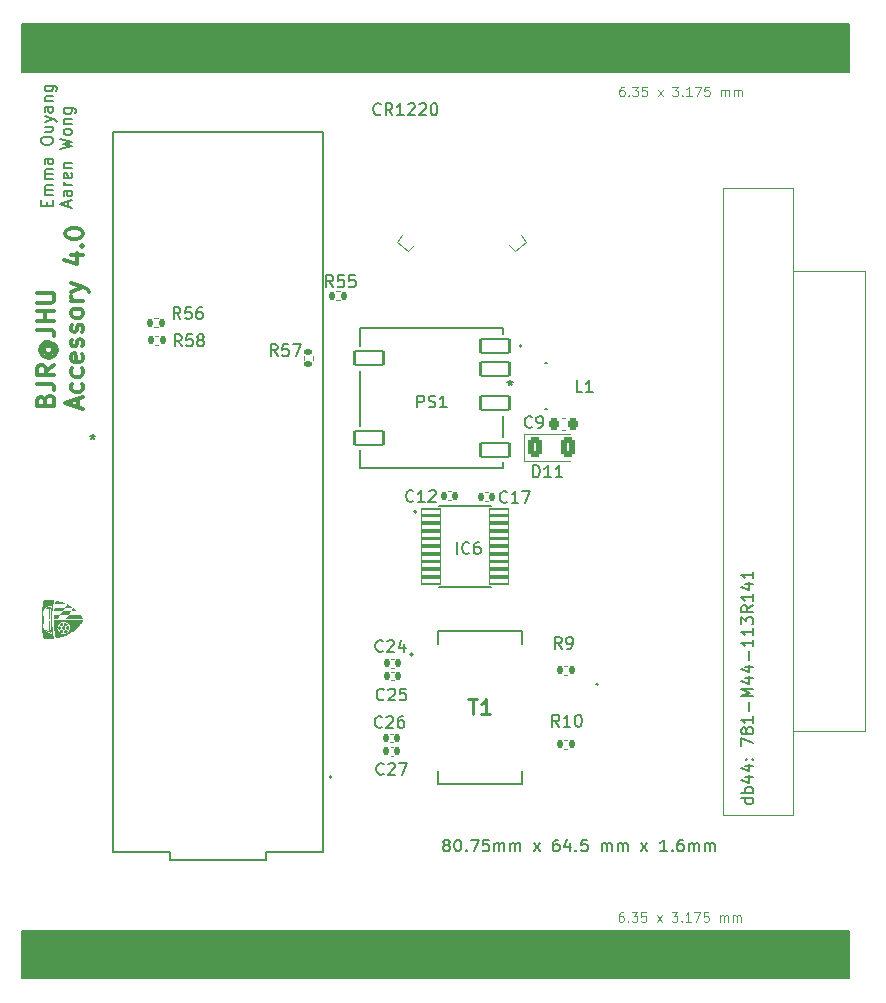
<source format=gto>
G04 #@! TF.GenerationSoftware,KiCad,Pcbnew,8.0.4*
G04 #@! TF.CreationDate,2025-04-09T14:15:45-04:00*
G04 #@! TF.ProjectId,accessory_v4,61636365-7373-46f7-9279-5f76342e6b69,rev?*
G04 #@! TF.SameCoordinates,Original*
G04 #@! TF.FileFunction,Legend,Top*
G04 #@! TF.FilePolarity,Positive*
%FSLAX46Y46*%
G04 Gerber Fmt 4.6, Leading zero omitted, Abs format (unit mm)*
G04 Created by KiCad (PCBNEW 8.0.4) date 2025-04-09 14:15:45*
%MOMM*%
%LPD*%
G01*
G04 APERTURE LIST*
G04 Aperture macros list*
%AMRoundRect*
0 Rectangle with rounded corners*
0 $1 Rounding radius*
0 $2 $3 $4 $5 $6 $7 $8 $9 X,Y pos of 4 corners*
0 Add a 4 corners polygon primitive as box body*
4,1,4,$2,$3,$4,$5,$6,$7,$8,$9,$2,$3,0*
0 Add four circle primitives for the rounded corners*
1,1,$1+$1,$2,$3*
1,1,$1+$1,$4,$5*
1,1,$1+$1,$6,$7*
1,1,$1+$1,$8,$9*
0 Add four rect primitives between the rounded corners*
20,1,$1+$1,$2,$3,$4,$5,0*
20,1,$1+$1,$4,$5,$6,$7,0*
20,1,$1+$1,$6,$7,$8,$9,0*
20,1,$1+$1,$8,$9,$2,$3,0*%
G04 Aperture macros list end*
%ADD10C,0.150000*%
%ADD11C,0.125000*%
%ADD12C,0.300000*%
%ADD13C,0.254000*%
%ADD14C,0.127000*%
%ADD15C,0.200000*%
%ADD16C,0.120000*%
%ADD17C,0.100000*%
%ADD18C,0.000000*%
%ADD19C,0.152400*%
%ADD20R,5.200000X1.250000*%
%ADD21C,2.004000*%
%ADD22C,1.204000*%
%ADD23C,1.554000*%
%ADD24RoundRect,0.140000X0.140000X0.170000X-0.140000X0.170000X-0.140000X-0.170000X0.140000X-0.170000X0*%
%ADD25C,1.638000*%
%ADD26C,4.801000*%
%ADD27RoundRect,0.076750X-0.810250X-0.230250X0.810250X-0.230250X0.810250X0.230250X-0.810250X0.230250X0*%
%ADD28RoundRect,0.135000X-0.135000X-0.185000X0.135000X-0.185000X0.135000X0.185000X-0.135000X0.185000X0*%
%ADD29RoundRect,0.102000X-1.220000X-0.600000X1.220000X-0.600000X1.220000X0.600000X-1.220000X0.600000X0*%
%ADD30RoundRect,0.225000X-0.225000X-0.250000X0.225000X-0.250000X0.225000X0.250000X-0.225000X0.250000X0*%
%ADD31R,2.540000X3.170000*%
%ADD32R,3.960000X3.960000*%
%ADD33RoundRect,0.140000X-0.140000X-0.170000X0.140000X-0.170000X0.140000X0.170000X-0.140000X0.170000X0*%
%ADD34R,1.910000X0.640000*%
%ADD35RoundRect,0.250000X-0.375000X-0.625000X0.375000X-0.625000X0.375000X0.625000X-0.375000X0.625000X0*%
%ADD36R,1.701800X3.606800*%
%ADD37RoundRect,0.135000X-0.185000X0.135000X-0.185000X-0.135000X0.185000X-0.135000X0.185000X0.135000X0*%
G04 APERTURE END LIST*
D10*
X0Y0D02*
X70000000Y0D01*
X70000000Y-4000000D01*
X0Y-4000000D01*
X0Y0D01*
G36*
X0Y0D02*
G01*
X70000000Y0D01*
X70000000Y-4000000D01*
X0Y-4000000D01*
X0Y0D01*
G37*
X0Y-76750000D02*
X70000000Y-76750000D01*
X70000000Y-80750000D01*
X0Y-80750000D01*
X0Y-76750000D01*
G36*
X0Y-76750000D02*
G01*
X70000000Y-76750000D01*
X70000000Y-80750000D01*
X0Y-80750000D01*
X0Y-76750000D01*
G37*
X61899819Y-65514649D02*
X60899819Y-65514649D01*
X61852200Y-65514649D02*
X61899819Y-65609887D01*
X61899819Y-65609887D02*
X61899819Y-65800363D01*
X61899819Y-65800363D02*
X61852200Y-65895601D01*
X61852200Y-65895601D02*
X61804580Y-65943220D01*
X61804580Y-65943220D02*
X61709342Y-65990839D01*
X61709342Y-65990839D02*
X61423628Y-65990839D01*
X61423628Y-65990839D02*
X61328390Y-65943220D01*
X61328390Y-65943220D02*
X61280771Y-65895601D01*
X61280771Y-65895601D02*
X61233152Y-65800363D01*
X61233152Y-65800363D02*
X61233152Y-65609887D01*
X61233152Y-65609887D02*
X61280771Y-65514649D01*
X61899819Y-65038458D02*
X60899819Y-65038458D01*
X61280771Y-65038458D02*
X61233152Y-64943220D01*
X61233152Y-64943220D02*
X61233152Y-64752744D01*
X61233152Y-64752744D02*
X61280771Y-64657506D01*
X61280771Y-64657506D02*
X61328390Y-64609887D01*
X61328390Y-64609887D02*
X61423628Y-64562268D01*
X61423628Y-64562268D02*
X61709342Y-64562268D01*
X61709342Y-64562268D02*
X61804580Y-64609887D01*
X61804580Y-64609887D02*
X61852200Y-64657506D01*
X61852200Y-64657506D02*
X61899819Y-64752744D01*
X61899819Y-64752744D02*
X61899819Y-64943220D01*
X61899819Y-64943220D02*
X61852200Y-65038458D01*
X61233152Y-63705125D02*
X61899819Y-63705125D01*
X60852200Y-63943220D02*
X61566485Y-64181315D01*
X61566485Y-64181315D02*
X61566485Y-63562268D01*
X61233152Y-62752744D02*
X61899819Y-62752744D01*
X60852200Y-62990839D02*
X61566485Y-63228934D01*
X61566485Y-63228934D02*
X61566485Y-62609887D01*
X61804580Y-62228934D02*
X61852200Y-62181315D01*
X61852200Y-62181315D02*
X61899819Y-62228934D01*
X61899819Y-62228934D02*
X61852200Y-62276553D01*
X61852200Y-62276553D02*
X61804580Y-62228934D01*
X61804580Y-62228934D02*
X61899819Y-62228934D01*
X61280771Y-62228934D02*
X61328390Y-62181315D01*
X61328390Y-62181315D02*
X61376009Y-62228934D01*
X61376009Y-62228934D02*
X61328390Y-62276553D01*
X61328390Y-62276553D02*
X61280771Y-62228934D01*
X61280771Y-62228934D02*
X61376009Y-62228934D01*
X60899819Y-61086077D02*
X60899819Y-60419411D01*
X60899819Y-60419411D02*
X61899819Y-60847982D01*
X61328390Y-59895601D02*
X61280771Y-59990839D01*
X61280771Y-59990839D02*
X61233152Y-60038458D01*
X61233152Y-60038458D02*
X61137914Y-60086077D01*
X61137914Y-60086077D02*
X61090295Y-60086077D01*
X61090295Y-60086077D02*
X60995057Y-60038458D01*
X60995057Y-60038458D02*
X60947438Y-59990839D01*
X60947438Y-59990839D02*
X60899819Y-59895601D01*
X60899819Y-59895601D02*
X60899819Y-59705125D01*
X60899819Y-59705125D02*
X60947438Y-59609887D01*
X60947438Y-59609887D02*
X60995057Y-59562268D01*
X60995057Y-59562268D02*
X61090295Y-59514649D01*
X61090295Y-59514649D02*
X61137914Y-59514649D01*
X61137914Y-59514649D02*
X61233152Y-59562268D01*
X61233152Y-59562268D02*
X61280771Y-59609887D01*
X61280771Y-59609887D02*
X61328390Y-59705125D01*
X61328390Y-59705125D02*
X61328390Y-59895601D01*
X61328390Y-59895601D02*
X61376009Y-59990839D01*
X61376009Y-59990839D02*
X61423628Y-60038458D01*
X61423628Y-60038458D02*
X61518866Y-60086077D01*
X61518866Y-60086077D02*
X61709342Y-60086077D01*
X61709342Y-60086077D02*
X61804580Y-60038458D01*
X61804580Y-60038458D02*
X61852200Y-59990839D01*
X61852200Y-59990839D02*
X61899819Y-59895601D01*
X61899819Y-59895601D02*
X61899819Y-59705125D01*
X61899819Y-59705125D02*
X61852200Y-59609887D01*
X61852200Y-59609887D02*
X61804580Y-59562268D01*
X61804580Y-59562268D02*
X61709342Y-59514649D01*
X61709342Y-59514649D02*
X61518866Y-59514649D01*
X61518866Y-59514649D02*
X61423628Y-59562268D01*
X61423628Y-59562268D02*
X61376009Y-59609887D01*
X61376009Y-59609887D02*
X61328390Y-59705125D01*
X61899819Y-58562268D02*
X61899819Y-59133696D01*
X61899819Y-58847982D02*
X60899819Y-58847982D01*
X60899819Y-58847982D02*
X61042676Y-58943220D01*
X61042676Y-58943220D02*
X61137914Y-59038458D01*
X61137914Y-59038458D02*
X61185533Y-59133696D01*
X61518866Y-58133696D02*
X61518866Y-57371792D01*
X61899819Y-56895601D02*
X60899819Y-56895601D01*
X60899819Y-56895601D02*
X61614104Y-56562268D01*
X61614104Y-56562268D02*
X60899819Y-56228935D01*
X60899819Y-56228935D02*
X61899819Y-56228935D01*
X61233152Y-55324173D02*
X61899819Y-55324173D01*
X60852200Y-55562268D02*
X61566485Y-55800363D01*
X61566485Y-55800363D02*
X61566485Y-55181316D01*
X61233152Y-54371792D02*
X61899819Y-54371792D01*
X60852200Y-54609887D02*
X61566485Y-54847982D01*
X61566485Y-54847982D02*
X61566485Y-54228935D01*
X61518866Y-53847982D02*
X61518866Y-53086078D01*
X61899819Y-52086078D02*
X61899819Y-52657506D01*
X61899819Y-52371792D02*
X60899819Y-52371792D01*
X60899819Y-52371792D02*
X61042676Y-52467030D01*
X61042676Y-52467030D02*
X61137914Y-52562268D01*
X61137914Y-52562268D02*
X61185533Y-52657506D01*
X61899819Y-51133697D02*
X61899819Y-51705125D01*
X61899819Y-51419411D02*
X60899819Y-51419411D01*
X60899819Y-51419411D02*
X61042676Y-51514649D01*
X61042676Y-51514649D02*
X61137914Y-51609887D01*
X61137914Y-51609887D02*
X61185533Y-51705125D01*
X60899819Y-50800363D02*
X60899819Y-50181316D01*
X60899819Y-50181316D02*
X61280771Y-50514649D01*
X61280771Y-50514649D02*
X61280771Y-50371792D01*
X61280771Y-50371792D02*
X61328390Y-50276554D01*
X61328390Y-50276554D02*
X61376009Y-50228935D01*
X61376009Y-50228935D02*
X61471247Y-50181316D01*
X61471247Y-50181316D02*
X61709342Y-50181316D01*
X61709342Y-50181316D02*
X61804580Y-50228935D01*
X61804580Y-50228935D02*
X61852200Y-50276554D01*
X61852200Y-50276554D02*
X61899819Y-50371792D01*
X61899819Y-50371792D02*
X61899819Y-50657506D01*
X61899819Y-50657506D02*
X61852200Y-50752744D01*
X61852200Y-50752744D02*
X61804580Y-50800363D01*
X61899819Y-49181316D02*
X61423628Y-49514649D01*
X61899819Y-49752744D02*
X60899819Y-49752744D01*
X60899819Y-49752744D02*
X60899819Y-49371792D01*
X60899819Y-49371792D02*
X60947438Y-49276554D01*
X60947438Y-49276554D02*
X60995057Y-49228935D01*
X60995057Y-49228935D02*
X61090295Y-49181316D01*
X61090295Y-49181316D02*
X61233152Y-49181316D01*
X61233152Y-49181316D02*
X61328390Y-49228935D01*
X61328390Y-49228935D02*
X61376009Y-49276554D01*
X61376009Y-49276554D02*
X61423628Y-49371792D01*
X61423628Y-49371792D02*
X61423628Y-49752744D01*
X61899819Y-48228935D02*
X61899819Y-48800363D01*
X61899819Y-48514649D02*
X60899819Y-48514649D01*
X60899819Y-48514649D02*
X61042676Y-48609887D01*
X61042676Y-48609887D02*
X61137914Y-48705125D01*
X61137914Y-48705125D02*
X61185533Y-48800363D01*
X61233152Y-47371792D02*
X61899819Y-47371792D01*
X60852200Y-47609887D02*
X61566485Y-47847982D01*
X61566485Y-47847982D02*
X61566485Y-47228935D01*
X61899819Y-46324173D02*
X61899819Y-46895601D01*
X61899819Y-46609887D02*
X60899819Y-46609887D01*
X60899819Y-46609887D02*
X61042676Y-46705125D01*
X61042676Y-46705125D02*
X61137914Y-46800363D01*
X61137914Y-46800363D02*
X61185533Y-46895601D01*
D11*
X50955569Y-5265595D02*
X50803188Y-5265595D01*
X50803188Y-5265595D02*
X50726997Y-5303690D01*
X50726997Y-5303690D02*
X50688902Y-5341785D01*
X50688902Y-5341785D02*
X50612712Y-5456071D01*
X50612712Y-5456071D02*
X50574616Y-5608452D01*
X50574616Y-5608452D02*
X50574616Y-5913214D01*
X50574616Y-5913214D02*
X50612712Y-5989404D01*
X50612712Y-5989404D02*
X50650807Y-6027500D01*
X50650807Y-6027500D02*
X50726997Y-6065595D01*
X50726997Y-6065595D02*
X50879378Y-6065595D01*
X50879378Y-6065595D02*
X50955569Y-6027500D01*
X50955569Y-6027500D02*
X50993664Y-5989404D01*
X50993664Y-5989404D02*
X51031759Y-5913214D01*
X51031759Y-5913214D02*
X51031759Y-5722738D01*
X51031759Y-5722738D02*
X50993664Y-5646547D01*
X50993664Y-5646547D02*
X50955569Y-5608452D01*
X50955569Y-5608452D02*
X50879378Y-5570357D01*
X50879378Y-5570357D02*
X50726997Y-5570357D01*
X50726997Y-5570357D02*
X50650807Y-5608452D01*
X50650807Y-5608452D02*
X50612712Y-5646547D01*
X50612712Y-5646547D02*
X50574616Y-5722738D01*
X51374617Y-5989404D02*
X51412712Y-6027500D01*
X51412712Y-6027500D02*
X51374617Y-6065595D01*
X51374617Y-6065595D02*
X51336521Y-6027500D01*
X51336521Y-6027500D02*
X51374617Y-5989404D01*
X51374617Y-5989404D02*
X51374617Y-6065595D01*
X51679378Y-5265595D02*
X52174616Y-5265595D01*
X52174616Y-5265595D02*
X51907950Y-5570357D01*
X51907950Y-5570357D02*
X52022235Y-5570357D01*
X52022235Y-5570357D02*
X52098426Y-5608452D01*
X52098426Y-5608452D02*
X52136521Y-5646547D01*
X52136521Y-5646547D02*
X52174616Y-5722738D01*
X52174616Y-5722738D02*
X52174616Y-5913214D01*
X52174616Y-5913214D02*
X52136521Y-5989404D01*
X52136521Y-5989404D02*
X52098426Y-6027500D01*
X52098426Y-6027500D02*
X52022235Y-6065595D01*
X52022235Y-6065595D02*
X51793664Y-6065595D01*
X51793664Y-6065595D02*
X51717473Y-6027500D01*
X51717473Y-6027500D02*
X51679378Y-5989404D01*
X52898426Y-5265595D02*
X52517474Y-5265595D01*
X52517474Y-5265595D02*
X52479378Y-5646547D01*
X52479378Y-5646547D02*
X52517474Y-5608452D01*
X52517474Y-5608452D02*
X52593664Y-5570357D01*
X52593664Y-5570357D02*
X52784140Y-5570357D01*
X52784140Y-5570357D02*
X52860331Y-5608452D01*
X52860331Y-5608452D02*
X52898426Y-5646547D01*
X52898426Y-5646547D02*
X52936521Y-5722738D01*
X52936521Y-5722738D02*
X52936521Y-5913214D01*
X52936521Y-5913214D02*
X52898426Y-5989404D01*
X52898426Y-5989404D02*
X52860331Y-6027500D01*
X52860331Y-6027500D02*
X52784140Y-6065595D01*
X52784140Y-6065595D02*
X52593664Y-6065595D01*
X52593664Y-6065595D02*
X52517474Y-6027500D01*
X52517474Y-6027500D02*
X52479378Y-5989404D01*
X53812712Y-6065595D02*
X54231760Y-5532261D01*
X53812712Y-5532261D02*
X54231760Y-6065595D01*
X55069855Y-5265595D02*
X55565093Y-5265595D01*
X55565093Y-5265595D02*
X55298427Y-5570357D01*
X55298427Y-5570357D02*
X55412712Y-5570357D01*
X55412712Y-5570357D02*
X55488903Y-5608452D01*
X55488903Y-5608452D02*
X55526998Y-5646547D01*
X55526998Y-5646547D02*
X55565093Y-5722738D01*
X55565093Y-5722738D02*
X55565093Y-5913214D01*
X55565093Y-5913214D02*
X55526998Y-5989404D01*
X55526998Y-5989404D02*
X55488903Y-6027500D01*
X55488903Y-6027500D02*
X55412712Y-6065595D01*
X55412712Y-6065595D02*
X55184141Y-6065595D01*
X55184141Y-6065595D02*
X55107950Y-6027500D01*
X55107950Y-6027500D02*
X55069855Y-5989404D01*
X55907951Y-5989404D02*
X55946046Y-6027500D01*
X55946046Y-6027500D02*
X55907951Y-6065595D01*
X55907951Y-6065595D02*
X55869855Y-6027500D01*
X55869855Y-6027500D02*
X55907951Y-5989404D01*
X55907951Y-5989404D02*
X55907951Y-6065595D01*
X56707950Y-6065595D02*
X56250807Y-6065595D01*
X56479379Y-6065595D02*
X56479379Y-5265595D01*
X56479379Y-5265595D02*
X56403188Y-5379880D01*
X56403188Y-5379880D02*
X56326998Y-5456071D01*
X56326998Y-5456071D02*
X56250807Y-5494166D01*
X56974617Y-5265595D02*
X57507951Y-5265595D01*
X57507951Y-5265595D02*
X57165093Y-6065595D01*
X58193665Y-5265595D02*
X57812713Y-5265595D01*
X57812713Y-5265595D02*
X57774617Y-5646547D01*
X57774617Y-5646547D02*
X57812713Y-5608452D01*
X57812713Y-5608452D02*
X57888903Y-5570357D01*
X57888903Y-5570357D02*
X58079379Y-5570357D01*
X58079379Y-5570357D02*
X58155570Y-5608452D01*
X58155570Y-5608452D02*
X58193665Y-5646547D01*
X58193665Y-5646547D02*
X58231760Y-5722738D01*
X58231760Y-5722738D02*
X58231760Y-5913214D01*
X58231760Y-5913214D02*
X58193665Y-5989404D01*
X58193665Y-5989404D02*
X58155570Y-6027500D01*
X58155570Y-6027500D02*
X58079379Y-6065595D01*
X58079379Y-6065595D02*
X57888903Y-6065595D01*
X57888903Y-6065595D02*
X57812713Y-6027500D01*
X57812713Y-6027500D02*
X57774617Y-5989404D01*
X59184142Y-6065595D02*
X59184142Y-5532261D01*
X59184142Y-5608452D02*
X59222237Y-5570357D01*
X59222237Y-5570357D02*
X59298427Y-5532261D01*
X59298427Y-5532261D02*
X59412713Y-5532261D01*
X59412713Y-5532261D02*
X59488904Y-5570357D01*
X59488904Y-5570357D02*
X59526999Y-5646547D01*
X59526999Y-5646547D02*
X59526999Y-6065595D01*
X59526999Y-5646547D02*
X59565094Y-5570357D01*
X59565094Y-5570357D02*
X59641285Y-5532261D01*
X59641285Y-5532261D02*
X59755570Y-5532261D01*
X59755570Y-5532261D02*
X59831761Y-5570357D01*
X59831761Y-5570357D02*
X59869856Y-5646547D01*
X59869856Y-5646547D02*
X59869856Y-6065595D01*
X60250809Y-6065595D02*
X60250809Y-5532261D01*
X60250809Y-5608452D02*
X60288904Y-5570357D01*
X60288904Y-5570357D02*
X60365094Y-5532261D01*
X60365094Y-5532261D02*
X60479380Y-5532261D01*
X60479380Y-5532261D02*
X60555571Y-5570357D01*
X60555571Y-5570357D02*
X60593666Y-5646547D01*
X60593666Y-5646547D02*
X60593666Y-6065595D01*
X60593666Y-5646547D02*
X60631761Y-5570357D01*
X60631761Y-5570357D02*
X60707952Y-5532261D01*
X60707952Y-5532261D02*
X60822237Y-5532261D01*
X60822237Y-5532261D02*
X60898428Y-5570357D01*
X60898428Y-5570357D02*
X60936523Y-5646547D01*
X60936523Y-5646547D02*
X60936523Y-6065595D01*
D10*
X35849636Y-69438390D02*
X35754398Y-69390771D01*
X35754398Y-69390771D02*
X35706779Y-69343152D01*
X35706779Y-69343152D02*
X35659160Y-69247914D01*
X35659160Y-69247914D02*
X35659160Y-69200295D01*
X35659160Y-69200295D02*
X35706779Y-69105057D01*
X35706779Y-69105057D02*
X35754398Y-69057438D01*
X35754398Y-69057438D02*
X35849636Y-69009819D01*
X35849636Y-69009819D02*
X36040112Y-69009819D01*
X36040112Y-69009819D02*
X36135350Y-69057438D01*
X36135350Y-69057438D02*
X36182969Y-69105057D01*
X36182969Y-69105057D02*
X36230588Y-69200295D01*
X36230588Y-69200295D02*
X36230588Y-69247914D01*
X36230588Y-69247914D02*
X36182969Y-69343152D01*
X36182969Y-69343152D02*
X36135350Y-69390771D01*
X36135350Y-69390771D02*
X36040112Y-69438390D01*
X36040112Y-69438390D02*
X35849636Y-69438390D01*
X35849636Y-69438390D02*
X35754398Y-69486009D01*
X35754398Y-69486009D02*
X35706779Y-69533628D01*
X35706779Y-69533628D02*
X35659160Y-69628866D01*
X35659160Y-69628866D02*
X35659160Y-69819342D01*
X35659160Y-69819342D02*
X35706779Y-69914580D01*
X35706779Y-69914580D02*
X35754398Y-69962200D01*
X35754398Y-69962200D02*
X35849636Y-70009819D01*
X35849636Y-70009819D02*
X36040112Y-70009819D01*
X36040112Y-70009819D02*
X36135350Y-69962200D01*
X36135350Y-69962200D02*
X36182969Y-69914580D01*
X36182969Y-69914580D02*
X36230588Y-69819342D01*
X36230588Y-69819342D02*
X36230588Y-69628866D01*
X36230588Y-69628866D02*
X36182969Y-69533628D01*
X36182969Y-69533628D02*
X36135350Y-69486009D01*
X36135350Y-69486009D02*
X36040112Y-69438390D01*
X36849636Y-69009819D02*
X36944874Y-69009819D01*
X36944874Y-69009819D02*
X37040112Y-69057438D01*
X37040112Y-69057438D02*
X37087731Y-69105057D01*
X37087731Y-69105057D02*
X37135350Y-69200295D01*
X37135350Y-69200295D02*
X37182969Y-69390771D01*
X37182969Y-69390771D02*
X37182969Y-69628866D01*
X37182969Y-69628866D02*
X37135350Y-69819342D01*
X37135350Y-69819342D02*
X37087731Y-69914580D01*
X37087731Y-69914580D02*
X37040112Y-69962200D01*
X37040112Y-69962200D02*
X36944874Y-70009819D01*
X36944874Y-70009819D02*
X36849636Y-70009819D01*
X36849636Y-70009819D02*
X36754398Y-69962200D01*
X36754398Y-69962200D02*
X36706779Y-69914580D01*
X36706779Y-69914580D02*
X36659160Y-69819342D01*
X36659160Y-69819342D02*
X36611541Y-69628866D01*
X36611541Y-69628866D02*
X36611541Y-69390771D01*
X36611541Y-69390771D02*
X36659160Y-69200295D01*
X36659160Y-69200295D02*
X36706779Y-69105057D01*
X36706779Y-69105057D02*
X36754398Y-69057438D01*
X36754398Y-69057438D02*
X36849636Y-69009819D01*
X37611541Y-69914580D02*
X37659160Y-69962200D01*
X37659160Y-69962200D02*
X37611541Y-70009819D01*
X37611541Y-70009819D02*
X37563922Y-69962200D01*
X37563922Y-69962200D02*
X37611541Y-69914580D01*
X37611541Y-69914580D02*
X37611541Y-70009819D01*
X37992493Y-69009819D02*
X38659159Y-69009819D01*
X38659159Y-69009819D02*
X38230588Y-70009819D01*
X39516302Y-69009819D02*
X39040112Y-69009819D01*
X39040112Y-69009819D02*
X38992493Y-69486009D01*
X38992493Y-69486009D02*
X39040112Y-69438390D01*
X39040112Y-69438390D02*
X39135350Y-69390771D01*
X39135350Y-69390771D02*
X39373445Y-69390771D01*
X39373445Y-69390771D02*
X39468683Y-69438390D01*
X39468683Y-69438390D02*
X39516302Y-69486009D01*
X39516302Y-69486009D02*
X39563921Y-69581247D01*
X39563921Y-69581247D02*
X39563921Y-69819342D01*
X39563921Y-69819342D02*
X39516302Y-69914580D01*
X39516302Y-69914580D02*
X39468683Y-69962200D01*
X39468683Y-69962200D02*
X39373445Y-70009819D01*
X39373445Y-70009819D02*
X39135350Y-70009819D01*
X39135350Y-70009819D02*
X39040112Y-69962200D01*
X39040112Y-69962200D02*
X38992493Y-69914580D01*
X39992493Y-70009819D02*
X39992493Y-69343152D01*
X39992493Y-69438390D02*
X40040112Y-69390771D01*
X40040112Y-69390771D02*
X40135350Y-69343152D01*
X40135350Y-69343152D02*
X40278207Y-69343152D01*
X40278207Y-69343152D02*
X40373445Y-69390771D01*
X40373445Y-69390771D02*
X40421064Y-69486009D01*
X40421064Y-69486009D02*
X40421064Y-70009819D01*
X40421064Y-69486009D02*
X40468683Y-69390771D01*
X40468683Y-69390771D02*
X40563921Y-69343152D01*
X40563921Y-69343152D02*
X40706778Y-69343152D01*
X40706778Y-69343152D02*
X40802017Y-69390771D01*
X40802017Y-69390771D02*
X40849636Y-69486009D01*
X40849636Y-69486009D02*
X40849636Y-70009819D01*
X41325826Y-70009819D02*
X41325826Y-69343152D01*
X41325826Y-69438390D02*
X41373445Y-69390771D01*
X41373445Y-69390771D02*
X41468683Y-69343152D01*
X41468683Y-69343152D02*
X41611540Y-69343152D01*
X41611540Y-69343152D02*
X41706778Y-69390771D01*
X41706778Y-69390771D02*
X41754397Y-69486009D01*
X41754397Y-69486009D02*
X41754397Y-70009819D01*
X41754397Y-69486009D02*
X41802016Y-69390771D01*
X41802016Y-69390771D02*
X41897254Y-69343152D01*
X41897254Y-69343152D02*
X42040111Y-69343152D01*
X42040111Y-69343152D02*
X42135350Y-69390771D01*
X42135350Y-69390771D02*
X42182969Y-69486009D01*
X42182969Y-69486009D02*
X42182969Y-70009819D01*
X43325826Y-70009819D02*
X43849635Y-69343152D01*
X43325826Y-69343152D02*
X43849635Y-70009819D01*
X45421064Y-69009819D02*
X45230588Y-69009819D01*
X45230588Y-69009819D02*
X45135350Y-69057438D01*
X45135350Y-69057438D02*
X45087731Y-69105057D01*
X45087731Y-69105057D02*
X44992493Y-69247914D01*
X44992493Y-69247914D02*
X44944874Y-69438390D01*
X44944874Y-69438390D02*
X44944874Y-69819342D01*
X44944874Y-69819342D02*
X44992493Y-69914580D01*
X44992493Y-69914580D02*
X45040112Y-69962200D01*
X45040112Y-69962200D02*
X45135350Y-70009819D01*
X45135350Y-70009819D02*
X45325826Y-70009819D01*
X45325826Y-70009819D02*
X45421064Y-69962200D01*
X45421064Y-69962200D02*
X45468683Y-69914580D01*
X45468683Y-69914580D02*
X45516302Y-69819342D01*
X45516302Y-69819342D02*
X45516302Y-69581247D01*
X45516302Y-69581247D02*
X45468683Y-69486009D01*
X45468683Y-69486009D02*
X45421064Y-69438390D01*
X45421064Y-69438390D02*
X45325826Y-69390771D01*
X45325826Y-69390771D02*
X45135350Y-69390771D01*
X45135350Y-69390771D02*
X45040112Y-69438390D01*
X45040112Y-69438390D02*
X44992493Y-69486009D01*
X44992493Y-69486009D02*
X44944874Y-69581247D01*
X46373445Y-69343152D02*
X46373445Y-70009819D01*
X46135350Y-68962200D02*
X45897255Y-69676485D01*
X45897255Y-69676485D02*
X46516302Y-69676485D01*
X46897255Y-69914580D02*
X46944874Y-69962200D01*
X46944874Y-69962200D02*
X46897255Y-70009819D01*
X46897255Y-70009819D02*
X46849636Y-69962200D01*
X46849636Y-69962200D02*
X46897255Y-69914580D01*
X46897255Y-69914580D02*
X46897255Y-70009819D01*
X47849635Y-69009819D02*
X47373445Y-69009819D01*
X47373445Y-69009819D02*
X47325826Y-69486009D01*
X47325826Y-69486009D02*
X47373445Y-69438390D01*
X47373445Y-69438390D02*
X47468683Y-69390771D01*
X47468683Y-69390771D02*
X47706778Y-69390771D01*
X47706778Y-69390771D02*
X47802016Y-69438390D01*
X47802016Y-69438390D02*
X47849635Y-69486009D01*
X47849635Y-69486009D02*
X47897254Y-69581247D01*
X47897254Y-69581247D02*
X47897254Y-69819342D01*
X47897254Y-69819342D02*
X47849635Y-69914580D01*
X47849635Y-69914580D02*
X47802016Y-69962200D01*
X47802016Y-69962200D02*
X47706778Y-70009819D01*
X47706778Y-70009819D02*
X47468683Y-70009819D01*
X47468683Y-70009819D02*
X47373445Y-69962200D01*
X47373445Y-69962200D02*
X47325826Y-69914580D01*
X49087731Y-70009819D02*
X49087731Y-69343152D01*
X49087731Y-69438390D02*
X49135350Y-69390771D01*
X49135350Y-69390771D02*
X49230588Y-69343152D01*
X49230588Y-69343152D02*
X49373445Y-69343152D01*
X49373445Y-69343152D02*
X49468683Y-69390771D01*
X49468683Y-69390771D02*
X49516302Y-69486009D01*
X49516302Y-69486009D02*
X49516302Y-70009819D01*
X49516302Y-69486009D02*
X49563921Y-69390771D01*
X49563921Y-69390771D02*
X49659159Y-69343152D01*
X49659159Y-69343152D02*
X49802016Y-69343152D01*
X49802016Y-69343152D02*
X49897255Y-69390771D01*
X49897255Y-69390771D02*
X49944874Y-69486009D01*
X49944874Y-69486009D02*
X49944874Y-70009819D01*
X50421064Y-70009819D02*
X50421064Y-69343152D01*
X50421064Y-69438390D02*
X50468683Y-69390771D01*
X50468683Y-69390771D02*
X50563921Y-69343152D01*
X50563921Y-69343152D02*
X50706778Y-69343152D01*
X50706778Y-69343152D02*
X50802016Y-69390771D01*
X50802016Y-69390771D02*
X50849635Y-69486009D01*
X50849635Y-69486009D02*
X50849635Y-70009819D01*
X50849635Y-69486009D02*
X50897254Y-69390771D01*
X50897254Y-69390771D02*
X50992492Y-69343152D01*
X50992492Y-69343152D02*
X51135349Y-69343152D01*
X51135349Y-69343152D02*
X51230588Y-69390771D01*
X51230588Y-69390771D02*
X51278207Y-69486009D01*
X51278207Y-69486009D02*
X51278207Y-70009819D01*
X52421064Y-70009819D02*
X52944873Y-69343152D01*
X52421064Y-69343152D02*
X52944873Y-70009819D01*
X54611540Y-70009819D02*
X54040112Y-70009819D01*
X54325826Y-70009819D02*
X54325826Y-69009819D01*
X54325826Y-69009819D02*
X54230588Y-69152676D01*
X54230588Y-69152676D02*
X54135350Y-69247914D01*
X54135350Y-69247914D02*
X54040112Y-69295533D01*
X55040112Y-69914580D02*
X55087731Y-69962200D01*
X55087731Y-69962200D02*
X55040112Y-70009819D01*
X55040112Y-70009819D02*
X54992493Y-69962200D01*
X54992493Y-69962200D02*
X55040112Y-69914580D01*
X55040112Y-69914580D02*
X55040112Y-70009819D01*
X55944873Y-69009819D02*
X55754397Y-69009819D01*
X55754397Y-69009819D02*
X55659159Y-69057438D01*
X55659159Y-69057438D02*
X55611540Y-69105057D01*
X55611540Y-69105057D02*
X55516302Y-69247914D01*
X55516302Y-69247914D02*
X55468683Y-69438390D01*
X55468683Y-69438390D02*
X55468683Y-69819342D01*
X55468683Y-69819342D02*
X55516302Y-69914580D01*
X55516302Y-69914580D02*
X55563921Y-69962200D01*
X55563921Y-69962200D02*
X55659159Y-70009819D01*
X55659159Y-70009819D02*
X55849635Y-70009819D01*
X55849635Y-70009819D02*
X55944873Y-69962200D01*
X55944873Y-69962200D02*
X55992492Y-69914580D01*
X55992492Y-69914580D02*
X56040111Y-69819342D01*
X56040111Y-69819342D02*
X56040111Y-69581247D01*
X56040111Y-69581247D02*
X55992492Y-69486009D01*
X55992492Y-69486009D02*
X55944873Y-69438390D01*
X55944873Y-69438390D02*
X55849635Y-69390771D01*
X55849635Y-69390771D02*
X55659159Y-69390771D01*
X55659159Y-69390771D02*
X55563921Y-69438390D01*
X55563921Y-69438390D02*
X55516302Y-69486009D01*
X55516302Y-69486009D02*
X55468683Y-69581247D01*
X56468683Y-70009819D02*
X56468683Y-69343152D01*
X56468683Y-69438390D02*
X56516302Y-69390771D01*
X56516302Y-69390771D02*
X56611540Y-69343152D01*
X56611540Y-69343152D02*
X56754397Y-69343152D01*
X56754397Y-69343152D02*
X56849635Y-69390771D01*
X56849635Y-69390771D02*
X56897254Y-69486009D01*
X56897254Y-69486009D02*
X56897254Y-70009819D01*
X56897254Y-69486009D02*
X56944873Y-69390771D01*
X56944873Y-69390771D02*
X57040111Y-69343152D01*
X57040111Y-69343152D02*
X57182968Y-69343152D01*
X57182968Y-69343152D02*
X57278207Y-69390771D01*
X57278207Y-69390771D02*
X57325826Y-69486009D01*
X57325826Y-69486009D02*
X57325826Y-70009819D01*
X57802016Y-70009819D02*
X57802016Y-69343152D01*
X57802016Y-69438390D02*
X57849635Y-69390771D01*
X57849635Y-69390771D02*
X57944873Y-69343152D01*
X57944873Y-69343152D02*
X58087730Y-69343152D01*
X58087730Y-69343152D02*
X58182968Y-69390771D01*
X58182968Y-69390771D02*
X58230587Y-69486009D01*
X58230587Y-69486009D02*
X58230587Y-70009819D01*
X58230587Y-69486009D02*
X58278206Y-69390771D01*
X58278206Y-69390771D02*
X58373444Y-69343152D01*
X58373444Y-69343152D02*
X58516301Y-69343152D01*
X58516301Y-69343152D02*
X58611540Y-69390771D01*
X58611540Y-69390771D02*
X58659159Y-69486009D01*
X58659159Y-69486009D02*
X58659159Y-70009819D01*
D12*
X1960198Y-31835489D02*
X2031626Y-31621203D01*
X2031626Y-31621203D02*
X2103055Y-31549774D01*
X2103055Y-31549774D02*
X2245912Y-31478346D01*
X2245912Y-31478346D02*
X2460198Y-31478346D01*
X2460198Y-31478346D02*
X2603055Y-31549774D01*
X2603055Y-31549774D02*
X2674484Y-31621203D01*
X2674484Y-31621203D02*
X2745912Y-31764060D01*
X2745912Y-31764060D02*
X2745912Y-32335489D01*
X2745912Y-32335489D02*
X1245912Y-32335489D01*
X1245912Y-32335489D02*
X1245912Y-31835489D01*
X1245912Y-31835489D02*
X1317341Y-31692632D01*
X1317341Y-31692632D02*
X1388769Y-31621203D01*
X1388769Y-31621203D02*
X1531626Y-31549774D01*
X1531626Y-31549774D02*
X1674484Y-31549774D01*
X1674484Y-31549774D02*
X1817341Y-31621203D01*
X1817341Y-31621203D02*
X1888769Y-31692632D01*
X1888769Y-31692632D02*
X1960198Y-31835489D01*
X1960198Y-31835489D02*
X1960198Y-32335489D01*
X1245912Y-30406917D02*
X2317341Y-30406917D01*
X2317341Y-30406917D02*
X2531626Y-30478346D01*
X2531626Y-30478346D02*
X2674484Y-30621203D01*
X2674484Y-30621203D02*
X2745912Y-30835489D01*
X2745912Y-30835489D02*
X2745912Y-30978346D01*
X2745912Y-28835489D02*
X2031626Y-29335489D01*
X2745912Y-29692632D02*
X1245912Y-29692632D01*
X1245912Y-29692632D02*
X1245912Y-29121203D01*
X1245912Y-29121203D02*
X1317341Y-28978346D01*
X1317341Y-28978346D02*
X1388769Y-28906917D01*
X1388769Y-28906917D02*
X1531626Y-28835489D01*
X1531626Y-28835489D02*
X1745912Y-28835489D01*
X1745912Y-28835489D02*
X1888769Y-28906917D01*
X1888769Y-28906917D02*
X1960198Y-28978346D01*
X1960198Y-28978346D02*
X2031626Y-29121203D01*
X2031626Y-29121203D02*
X2031626Y-29692632D01*
X2031626Y-27264060D02*
X1960198Y-27335489D01*
X1960198Y-27335489D02*
X1888769Y-27478346D01*
X1888769Y-27478346D02*
X1888769Y-27621203D01*
X1888769Y-27621203D02*
X1960198Y-27764060D01*
X1960198Y-27764060D02*
X2031626Y-27835489D01*
X2031626Y-27835489D02*
X2174484Y-27906917D01*
X2174484Y-27906917D02*
X2317341Y-27906917D01*
X2317341Y-27906917D02*
X2460198Y-27835489D01*
X2460198Y-27835489D02*
X2531626Y-27764060D01*
X2531626Y-27764060D02*
X2603055Y-27621203D01*
X2603055Y-27621203D02*
X2603055Y-27478346D01*
X2603055Y-27478346D02*
X2531626Y-27335489D01*
X2531626Y-27335489D02*
X2460198Y-27264060D01*
X1888769Y-27264060D02*
X2460198Y-27264060D01*
X2460198Y-27264060D02*
X2531626Y-27192632D01*
X2531626Y-27192632D02*
X2531626Y-27121203D01*
X2531626Y-27121203D02*
X2460198Y-26978346D01*
X2460198Y-26978346D02*
X2317341Y-26906917D01*
X2317341Y-26906917D02*
X1960198Y-26906917D01*
X1960198Y-26906917D02*
X1745912Y-27049775D01*
X1745912Y-27049775D02*
X1603055Y-27264060D01*
X1603055Y-27264060D02*
X1531626Y-27549775D01*
X1531626Y-27549775D02*
X1603055Y-27835489D01*
X1603055Y-27835489D02*
X1745912Y-28049775D01*
X1745912Y-28049775D02*
X1960198Y-28192632D01*
X1960198Y-28192632D02*
X2245912Y-28264060D01*
X2245912Y-28264060D02*
X2531626Y-28192632D01*
X2531626Y-28192632D02*
X2745912Y-28049775D01*
X2745912Y-28049775D02*
X2888769Y-27835489D01*
X2888769Y-27835489D02*
X2960198Y-27549775D01*
X2960198Y-27549775D02*
X2888769Y-27264060D01*
X2888769Y-27264060D02*
X2745912Y-27049775D01*
X1245912Y-25835489D02*
X2317341Y-25835489D01*
X2317341Y-25835489D02*
X2531626Y-25906918D01*
X2531626Y-25906918D02*
X2674484Y-26049775D01*
X2674484Y-26049775D02*
X2745912Y-26264061D01*
X2745912Y-26264061D02*
X2745912Y-26406918D01*
X2745912Y-25121204D02*
X1245912Y-25121204D01*
X1960198Y-25121204D02*
X1960198Y-24264061D01*
X2745912Y-24264061D02*
X1245912Y-24264061D01*
X1245912Y-23549775D02*
X2460198Y-23549775D01*
X2460198Y-23549775D02*
X2603055Y-23478346D01*
X2603055Y-23478346D02*
X2674484Y-23406918D01*
X2674484Y-23406918D02*
X2745912Y-23264060D01*
X2745912Y-23264060D02*
X2745912Y-22978346D01*
X2745912Y-22978346D02*
X2674484Y-22835489D01*
X2674484Y-22835489D02*
X2603055Y-22764060D01*
X2603055Y-22764060D02*
X2460198Y-22692632D01*
X2460198Y-22692632D02*
X1245912Y-22692632D01*
X4732257Y-32406917D02*
X4732257Y-31692632D01*
X5160828Y-32549774D02*
X3660828Y-32049774D01*
X3660828Y-32049774D02*
X5160828Y-31549774D01*
X5089400Y-30406918D02*
X5160828Y-30549775D01*
X5160828Y-30549775D02*
X5160828Y-30835489D01*
X5160828Y-30835489D02*
X5089400Y-30978346D01*
X5089400Y-30978346D02*
X5017971Y-31049775D01*
X5017971Y-31049775D02*
X4875114Y-31121203D01*
X4875114Y-31121203D02*
X4446542Y-31121203D01*
X4446542Y-31121203D02*
X4303685Y-31049775D01*
X4303685Y-31049775D02*
X4232257Y-30978346D01*
X4232257Y-30978346D02*
X4160828Y-30835489D01*
X4160828Y-30835489D02*
X4160828Y-30549775D01*
X4160828Y-30549775D02*
X4232257Y-30406918D01*
X5089400Y-29121204D02*
X5160828Y-29264061D01*
X5160828Y-29264061D02*
X5160828Y-29549775D01*
X5160828Y-29549775D02*
X5089400Y-29692632D01*
X5089400Y-29692632D02*
X5017971Y-29764061D01*
X5017971Y-29764061D02*
X4875114Y-29835489D01*
X4875114Y-29835489D02*
X4446542Y-29835489D01*
X4446542Y-29835489D02*
X4303685Y-29764061D01*
X4303685Y-29764061D02*
X4232257Y-29692632D01*
X4232257Y-29692632D02*
X4160828Y-29549775D01*
X4160828Y-29549775D02*
X4160828Y-29264061D01*
X4160828Y-29264061D02*
X4232257Y-29121204D01*
X5089400Y-27906918D02*
X5160828Y-28049775D01*
X5160828Y-28049775D02*
X5160828Y-28335490D01*
X5160828Y-28335490D02*
X5089400Y-28478347D01*
X5089400Y-28478347D02*
X4946542Y-28549775D01*
X4946542Y-28549775D02*
X4375114Y-28549775D01*
X4375114Y-28549775D02*
X4232257Y-28478347D01*
X4232257Y-28478347D02*
X4160828Y-28335490D01*
X4160828Y-28335490D02*
X4160828Y-28049775D01*
X4160828Y-28049775D02*
X4232257Y-27906918D01*
X4232257Y-27906918D02*
X4375114Y-27835490D01*
X4375114Y-27835490D02*
X4517971Y-27835490D01*
X4517971Y-27835490D02*
X4660828Y-28549775D01*
X5089400Y-27264061D02*
X5160828Y-27121204D01*
X5160828Y-27121204D02*
X5160828Y-26835490D01*
X5160828Y-26835490D02*
X5089400Y-26692633D01*
X5089400Y-26692633D02*
X4946542Y-26621204D01*
X4946542Y-26621204D02*
X4875114Y-26621204D01*
X4875114Y-26621204D02*
X4732257Y-26692633D01*
X4732257Y-26692633D02*
X4660828Y-26835490D01*
X4660828Y-26835490D02*
X4660828Y-27049776D01*
X4660828Y-27049776D02*
X4589400Y-27192633D01*
X4589400Y-27192633D02*
X4446542Y-27264061D01*
X4446542Y-27264061D02*
X4375114Y-27264061D01*
X4375114Y-27264061D02*
X4232257Y-27192633D01*
X4232257Y-27192633D02*
X4160828Y-27049776D01*
X4160828Y-27049776D02*
X4160828Y-26835490D01*
X4160828Y-26835490D02*
X4232257Y-26692633D01*
X5089400Y-26049775D02*
X5160828Y-25906918D01*
X5160828Y-25906918D02*
X5160828Y-25621204D01*
X5160828Y-25621204D02*
X5089400Y-25478347D01*
X5089400Y-25478347D02*
X4946542Y-25406918D01*
X4946542Y-25406918D02*
X4875114Y-25406918D01*
X4875114Y-25406918D02*
X4732257Y-25478347D01*
X4732257Y-25478347D02*
X4660828Y-25621204D01*
X4660828Y-25621204D02*
X4660828Y-25835490D01*
X4660828Y-25835490D02*
X4589400Y-25978347D01*
X4589400Y-25978347D02*
X4446542Y-26049775D01*
X4446542Y-26049775D02*
X4375114Y-26049775D01*
X4375114Y-26049775D02*
X4232257Y-25978347D01*
X4232257Y-25978347D02*
X4160828Y-25835490D01*
X4160828Y-25835490D02*
X4160828Y-25621204D01*
X4160828Y-25621204D02*
X4232257Y-25478347D01*
X5160828Y-24549775D02*
X5089400Y-24692632D01*
X5089400Y-24692632D02*
X5017971Y-24764061D01*
X5017971Y-24764061D02*
X4875114Y-24835489D01*
X4875114Y-24835489D02*
X4446542Y-24835489D01*
X4446542Y-24835489D02*
X4303685Y-24764061D01*
X4303685Y-24764061D02*
X4232257Y-24692632D01*
X4232257Y-24692632D02*
X4160828Y-24549775D01*
X4160828Y-24549775D02*
X4160828Y-24335489D01*
X4160828Y-24335489D02*
X4232257Y-24192632D01*
X4232257Y-24192632D02*
X4303685Y-24121204D01*
X4303685Y-24121204D02*
X4446542Y-24049775D01*
X4446542Y-24049775D02*
X4875114Y-24049775D01*
X4875114Y-24049775D02*
X5017971Y-24121204D01*
X5017971Y-24121204D02*
X5089400Y-24192632D01*
X5089400Y-24192632D02*
X5160828Y-24335489D01*
X5160828Y-24335489D02*
X5160828Y-24549775D01*
X5160828Y-23406918D02*
X4160828Y-23406918D01*
X4446542Y-23406918D02*
X4303685Y-23335489D01*
X4303685Y-23335489D02*
X4232257Y-23264061D01*
X4232257Y-23264061D02*
X4160828Y-23121203D01*
X4160828Y-23121203D02*
X4160828Y-22978346D01*
X4160828Y-22621204D02*
X5160828Y-22264061D01*
X4160828Y-21906918D02*
X5160828Y-22264061D01*
X5160828Y-22264061D02*
X5517971Y-22406918D01*
X5517971Y-22406918D02*
X5589400Y-22478347D01*
X5589400Y-22478347D02*
X5660828Y-22621204D01*
X4160828Y-19549776D02*
X5160828Y-19549776D01*
X3589400Y-19906918D02*
X4660828Y-20264061D01*
X4660828Y-20264061D02*
X4660828Y-19335490D01*
X5017971Y-18764062D02*
X5089400Y-18692633D01*
X5089400Y-18692633D02*
X5160828Y-18764062D01*
X5160828Y-18764062D02*
X5089400Y-18835490D01*
X5089400Y-18835490D02*
X5017971Y-18764062D01*
X5017971Y-18764062D02*
X5160828Y-18764062D01*
X3660828Y-17764061D02*
X3660828Y-17621204D01*
X3660828Y-17621204D02*
X3732257Y-17478347D01*
X3732257Y-17478347D02*
X3803685Y-17406919D01*
X3803685Y-17406919D02*
X3946542Y-17335490D01*
X3946542Y-17335490D02*
X4232257Y-17264061D01*
X4232257Y-17264061D02*
X4589400Y-17264061D01*
X4589400Y-17264061D02*
X4875114Y-17335490D01*
X4875114Y-17335490D02*
X5017971Y-17406919D01*
X5017971Y-17406919D02*
X5089400Y-17478347D01*
X5089400Y-17478347D02*
X5160828Y-17621204D01*
X5160828Y-17621204D02*
X5160828Y-17764061D01*
X5160828Y-17764061D02*
X5089400Y-17906919D01*
X5089400Y-17906919D02*
X5017971Y-17978347D01*
X5017971Y-17978347D02*
X4875114Y-18049776D01*
X4875114Y-18049776D02*
X4589400Y-18121204D01*
X4589400Y-18121204D02*
X4232257Y-18121204D01*
X4232257Y-18121204D02*
X3946542Y-18049776D01*
X3946542Y-18049776D02*
X3803685Y-17978347D01*
X3803685Y-17978347D02*
X3732257Y-17906919D01*
X3732257Y-17906919D02*
X3660828Y-17764061D01*
D11*
X50885569Y-75165595D02*
X50733188Y-75165595D01*
X50733188Y-75165595D02*
X50656997Y-75203690D01*
X50656997Y-75203690D02*
X50618902Y-75241785D01*
X50618902Y-75241785D02*
X50542712Y-75356071D01*
X50542712Y-75356071D02*
X50504616Y-75508452D01*
X50504616Y-75508452D02*
X50504616Y-75813214D01*
X50504616Y-75813214D02*
X50542712Y-75889404D01*
X50542712Y-75889404D02*
X50580807Y-75927500D01*
X50580807Y-75927500D02*
X50656997Y-75965595D01*
X50656997Y-75965595D02*
X50809378Y-75965595D01*
X50809378Y-75965595D02*
X50885569Y-75927500D01*
X50885569Y-75927500D02*
X50923664Y-75889404D01*
X50923664Y-75889404D02*
X50961759Y-75813214D01*
X50961759Y-75813214D02*
X50961759Y-75622738D01*
X50961759Y-75622738D02*
X50923664Y-75546547D01*
X50923664Y-75546547D02*
X50885569Y-75508452D01*
X50885569Y-75508452D02*
X50809378Y-75470357D01*
X50809378Y-75470357D02*
X50656997Y-75470357D01*
X50656997Y-75470357D02*
X50580807Y-75508452D01*
X50580807Y-75508452D02*
X50542712Y-75546547D01*
X50542712Y-75546547D02*
X50504616Y-75622738D01*
X51304617Y-75889404D02*
X51342712Y-75927500D01*
X51342712Y-75927500D02*
X51304617Y-75965595D01*
X51304617Y-75965595D02*
X51266521Y-75927500D01*
X51266521Y-75927500D02*
X51304617Y-75889404D01*
X51304617Y-75889404D02*
X51304617Y-75965595D01*
X51609378Y-75165595D02*
X52104616Y-75165595D01*
X52104616Y-75165595D02*
X51837950Y-75470357D01*
X51837950Y-75470357D02*
X51952235Y-75470357D01*
X51952235Y-75470357D02*
X52028426Y-75508452D01*
X52028426Y-75508452D02*
X52066521Y-75546547D01*
X52066521Y-75546547D02*
X52104616Y-75622738D01*
X52104616Y-75622738D02*
X52104616Y-75813214D01*
X52104616Y-75813214D02*
X52066521Y-75889404D01*
X52066521Y-75889404D02*
X52028426Y-75927500D01*
X52028426Y-75927500D02*
X51952235Y-75965595D01*
X51952235Y-75965595D02*
X51723664Y-75965595D01*
X51723664Y-75965595D02*
X51647473Y-75927500D01*
X51647473Y-75927500D02*
X51609378Y-75889404D01*
X52828426Y-75165595D02*
X52447474Y-75165595D01*
X52447474Y-75165595D02*
X52409378Y-75546547D01*
X52409378Y-75546547D02*
X52447474Y-75508452D01*
X52447474Y-75508452D02*
X52523664Y-75470357D01*
X52523664Y-75470357D02*
X52714140Y-75470357D01*
X52714140Y-75470357D02*
X52790331Y-75508452D01*
X52790331Y-75508452D02*
X52828426Y-75546547D01*
X52828426Y-75546547D02*
X52866521Y-75622738D01*
X52866521Y-75622738D02*
X52866521Y-75813214D01*
X52866521Y-75813214D02*
X52828426Y-75889404D01*
X52828426Y-75889404D02*
X52790331Y-75927500D01*
X52790331Y-75927500D02*
X52714140Y-75965595D01*
X52714140Y-75965595D02*
X52523664Y-75965595D01*
X52523664Y-75965595D02*
X52447474Y-75927500D01*
X52447474Y-75927500D02*
X52409378Y-75889404D01*
X53742712Y-75965595D02*
X54161760Y-75432261D01*
X53742712Y-75432261D02*
X54161760Y-75965595D01*
X54999855Y-75165595D02*
X55495093Y-75165595D01*
X55495093Y-75165595D02*
X55228427Y-75470357D01*
X55228427Y-75470357D02*
X55342712Y-75470357D01*
X55342712Y-75470357D02*
X55418903Y-75508452D01*
X55418903Y-75508452D02*
X55456998Y-75546547D01*
X55456998Y-75546547D02*
X55495093Y-75622738D01*
X55495093Y-75622738D02*
X55495093Y-75813214D01*
X55495093Y-75813214D02*
X55456998Y-75889404D01*
X55456998Y-75889404D02*
X55418903Y-75927500D01*
X55418903Y-75927500D02*
X55342712Y-75965595D01*
X55342712Y-75965595D02*
X55114141Y-75965595D01*
X55114141Y-75965595D02*
X55037950Y-75927500D01*
X55037950Y-75927500D02*
X54999855Y-75889404D01*
X55837951Y-75889404D02*
X55876046Y-75927500D01*
X55876046Y-75927500D02*
X55837951Y-75965595D01*
X55837951Y-75965595D02*
X55799855Y-75927500D01*
X55799855Y-75927500D02*
X55837951Y-75889404D01*
X55837951Y-75889404D02*
X55837951Y-75965595D01*
X56637950Y-75965595D02*
X56180807Y-75965595D01*
X56409379Y-75965595D02*
X56409379Y-75165595D01*
X56409379Y-75165595D02*
X56333188Y-75279880D01*
X56333188Y-75279880D02*
X56256998Y-75356071D01*
X56256998Y-75356071D02*
X56180807Y-75394166D01*
X56904617Y-75165595D02*
X57437951Y-75165595D01*
X57437951Y-75165595D02*
X57095093Y-75965595D01*
X58123665Y-75165595D02*
X57742713Y-75165595D01*
X57742713Y-75165595D02*
X57704617Y-75546547D01*
X57704617Y-75546547D02*
X57742713Y-75508452D01*
X57742713Y-75508452D02*
X57818903Y-75470357D01*
X57818903Y-75470357D02*
X58009379Y-75470357D01*
X58009379Y-75470357D02*
X58085570Y-75508452D01*
X58085570Y-75508452D02*
X58123665Y-75546547D01*
X58123665Y-75546547D02*
X58161760Y-75622738D01*
X58161760Y-75622738D02*
X58161760Y-75813214D01*
X58161760Y-75813214D02*
X58123665Y-75889404D01*
X58123665Y-75889404D02*
X58085570Y-75927500D01*
X58085570Y-75927500D02*
X58009379Y-75965595D01*
X58009379Y-75965595D02*
X57818903Y-75965595D01*
X57818903Y-75965595D02*
X57742713Y-75927500D01*
X57742713Y-75927500D02*
X57704617Y-75889404D01*
X59114142Y-75965595D02*
X59114142Y-75432261D01*
X59114142Y-75508452D02*
X59152237Y-75470357D01*
X59152237Y-75470357D02*
X59228427Y-75432261D01*
X59228427Y-75432261D02*
X59342713Y-75432261D01*
X59342713Y-75432261D02*
X59418904Y-75470357D01*
X59418904Y-75470357D02*
X59456999Y-75546547D01*
X59456999Y-75546547D02*
X59456999Y-75965595D01*
X59456999Y-75546547D02*
X59495094Y-75470357D01*
X59495094Y-75470357D02*
X59571285Y-75432261D01*
X59571285Y-75432261D02*
X59685570Y-75432261D01*
X59685570Y-75432261D02*
X59761761Y-75470357D01*
X59761761Y-75470357D02*
X59799856Y-75546547D01*
X59799856Y-75546547D02*
X59799856Y-75965595D01*
X60180809Y-75965595D02*
X60180809Y-75432261D01*
X60180809Y-75508452D02*
X60218904Y-75470357D01*
X60218904Y-75470357D02*
X60295094Y-75432261D01*
X60295094Y-75432261D02*
X60409380Y-75432261D01*
X60409380Y-75432261D02*
X60485571Y-75470357D01*
X60485571Y-75470357D02*
X60523666Y-75546547D01*
X60523666Y-75546547D02*
X60523666Y-75965595D01*
X60523666Y-75546547D02*
X60561761Y-75470357D01*
X60561761Y-75470357D02*
X60637952Y-75432261D01*
X60637952Y-75432261D02*
X60752237Y-75432261D01*
X60752237Y-75432261D02*
X60828428Y-75470357D01*
X60828428Y-75470357D02*
X60866523Y-75546547D01*
X60866523Y-75546547D02*
X60866523Y-75965595D01*
D10*
X2080065Y-15357420D02*
X2080065Y-15024087D01*
X2603875Y-14881230D02*
X2603875Y-15357420D01*
X2603875Y-15357420D02*
X1603875Y-15357420D01*
X1603875Y-15357420D02*
X1603875Y-14881230D01*
X2603875Y-14452658D02*
X1937208Y-14452658D01*
X2032446Y-14452658D02*
X1984827Y-14405039D01*
X1984827Y-14405039D02*
X1937208Y-14309801D01*
X1937208Y-14309801D02*
X1937208Y-14166944D01*
X1937208Y-14166944D02*
X1984827Y-14071706D01*
X1984827Y-14071706D02*
X2080065Y-14024087D01*
X2080065Y-14024087D02*
X2603875Y-14024087D01*
X2080065Y-14024087D02*
X1984827Y-13976468D01*
X1984827Y-13976468D02*
X1937208Y-13881230D01*
X1937208Y-13881230D02*
X1937208Y-13738373D01*
X1937208Y-13738373D02*
X1984827Y-13643134D01*
X1984827Y-13643134D02*
X2080065Y-13595515D01*
X2080065Y-13595515D02*
X2603875Y-13595515D01*
X2603875Y-13119325D02*
X1937208Y-13119325D01*
X2032446Y-13119325D02*
X1984827Y-13071706D01*
X1984827Y-13071706D02*
X1937208Y-12976468D01*
X1937208Y-12976468D02*
X1937208Y-12833611D01*
X1937208Y-12833611D02*
X1984827Y-12738373D01*
X1984827Y-12738373D02*
X2080065Y-12690754D01*
X2080065Y-12690754D02*
X2603875Y-12690754D01*
X2080065Y-12690754D02*
X1984827Y-12643135D01*
X1984827Y-12643135D02*
X1937208Y-12547897D01*
X1937208Y-12547897D02*
X1937208Y-12405040D01*
X1937208Y-12405040D02*
X1984827Y-12309801D01*
X1984827Y-12309801D02*
X2080065Y-12262182D01*
X2080065Y-12262182D02*
X2603875Y-12262182D01*
X2603875Y-11357421D02*
X2080065Y-11357421D01*
X2080065Y-11357421D02*
X1984827Y-11405040D01*
X1984827Y-11405040D02*
X1937208Y-11500278D01*
X1937208Y-11500278D02*
X1937208Y-11690754D01*
X1937208Y-11690754D02*
X1984827Y-11785992D01*
X2556256Y-11357421D02*
X2603875Y-11452659D01*
X2603875Y-11452659D02*
X2603875Y-11690754D01*
X2603875Y-11690754D02*
X2556256Y-11785992D01*
X2556256Y-11785992D02*
X2461017Y-11833611D01*
X2461017Y-11833611D02*
X2365779Y-11833611D01*
X2365779Y-11833611D02*
X2270541Y-11785992D01*
X2270541Y-11785992D02*
X2222922Y-11690754D01*
X2222922Y-11690754D02*
X2222922Y-11452659D01*
X2222922Y-11452659D02*
X2175303Y-11357421D01*
X1603875Y-9928849D02*
X1603875Y-9738373D01*
X1603875Y-9738373D02*
X1651494Y-9643135D01*
X1651494Y-9643135D02*
X1746732Y-9547897D01*
X1746732Y-9547897D02*
X1937208Y-9500278D01*
X1937208Y-9500278D02*
X2270541Y-9500278D01*
X2270541Y-9500278D02*
X2461017Y-9547897D01*
X2461017Y-9547897D02*
X2556256Y-9643135D01*
X2556256Y-9643135D02*
X2603875Y-9738373D01*
X2603875Y-9738373D02*
X2603875Y-9928849D01*
X2603875Y-9928849D02*
X2556256Y-10024087D01*
X2556256Y-10024087D02*
X2461017Y-10119325D01*
X2461017Y-10119325D02*
X2270541Y-10166944D01*
X2270541Y-10166944D02*
X1937208Y-10166944D01*
X1937208Y-10166944D02*
X1746732Y-10119325D01*
X1746732Y-10119325D02*
X1651494Y-10024087D01*
X1651494Y-10024087D02*
X1603875Y-9928849D01*
X1937208Y-8643135D02*
X2603875Y-8643135D01*
X1937208Y-9071706D02*
X2461017Y-9071706D01*
X2461017Y-9071706D02*
X2556256Y-9024087D01*
X2556256Y-9024087D02*
X2603875Y-8928849D01*
X2603875Y-8928849D02*
X2603875Y-8785992D01*
X2603875Y-8785992D02*
X2556256Y-8690754D01*
X2556256Y-8690754D02*
X2508636Y-8643135D01*
X1937208Y-8262182D02*
X2603875Y-8024087D01*
X1937208Y-7785992D02*
X2603875Y-8024087D01*
X2603875Y-8024087D02*
X2841970Y-8119325D01*
X2841970Y-8119325D02*
X2889589Y-8166944D01*
X2889589Y-8166944D02*
X2937208Y-8262182D01*
X2603875Y-6976468D02*
X2080065Y-6976468D01*
X2080065Y-6976468D02*
X1984827Y-7024087D01*
X1984827Y-7024087D02*
X1937208Y-7119325D01*
X1937208Y-7119325D02*
X1937208Y-7309801D01*
X1937208Y-7309801D02*
X1984827Y-7405039D01*
X2556256Y-6976468D02*
X2603875Y-7071706D01*
X2603875Y-7071706D02*
X2603875Y-7309801D01*
X2603875Y-7309801D02*
X2556256Y-7405039D01*
X2556256Y-7405039D02*
X2461017Y-7452658D01*
X2461017Y-7452658D02*
X2365779Y-7452658D01*
X2365779Y-7452658D02*
X2270541Y-7405039D01*
X2270541Y-7405039D02*
X2222922Y-7309801D01*
X2222922Y-7309801D02*
X2222922Y-7071706D01*
X2222922Y-7071706D02*
X2175303Y-6976468D01*
X1937208Y-6500277D02*
X2603875Y-6500277D01*
X2032446Y-6500277D02*
X1984827Y-6452658D01*
X1984827Y-6452658D02*
X1937208Y-6357420D01*
X1937208Y-6357420D02*
X1937208Y-6214563D01*
X1937208Y-6214563D02*
X1984827Y-6119325D01*
X1984827Y-6119325D02*
X2080065Y-6071706D01*
X2080065Y-6071706D02*
X2603875Y-6071706D01*
X1937208Y-5166944D02*
X2746732Y-5166944D01*
X2746732Y-5166944D02*
X2841970Y-5214563D01*
X2841970Y-5214563D02*
X2889589Y-5262182D01*
X2889589Y-5262182D02*
X2937208Y-5357420D01*
X2937208Y-5357420D02*
X2937208Y-5500277D01*
X2937208Y-5500277D02*
X2889589Y-5595515D01*
X2556256Y-5166944D02*
X2603875Y-5262182D01*
X2603875Y-5262182D02*
X2603875Y-5452658D01*
X2603875Y-5452658D02*
X2556256Y-5547896D01*
X2556256Y-5547896D02*
X2508636Y-5595515D01*
X2508636Y-5595515D02*
X2413398Y-5643134D01*
X2413398Y-5643134D02*
X2127684Y-5643134D01*
X2127684Y-5643134D02*
X2032446Y-5595515D01*
X2032446Y-5595515D02*
X1984827Y-5547896D01*
X1984827Y-5547896D02*
X1937208Y-5452658D01*
X1937208Y-5452658D02*
X1937208Y-5262182D01*
X1937208Y-5262182D02*
X1984827Y-5166944D01*
X3928104Y-15405039D02*
X3928104Y-14928849D01*
X4213819Y-15500277D02*
X3213819Y-15166944D01*
X3213819Y-15166944D02*
X4213819Y-14833611D01*
X4213819Y-14071706D02*
X3690009Y-14071706D01*
X3690009Y-14071706D02*
X3594771Y-14119325D01*
X3594771Y-14119325D02*
X3547152Y-14214563D01*
X3547152Y-14214563D02*
X3547152Y-14405039D01*
X3547152Y-14405039D02*
X3594771Y-14500277D01*
X4166200Y-14071706D02*
X4213819Y-14166944D01*
X4213819Y-14166944D02*
X4213819Y-14405039D01*
X4213819Y-14405039D02*
X4166200Y-14500277D01*
X4166200Y-14500277D02*
X4070961Y-14547896D01*
X4070961Y-14547896D02*
X3975723Y-14547896D01*
X3975723Y-14547896D02*
X3880485Y-14500277D01*
X3880485Y-14500277D02*
X3832866Y-14405039D01*
X3832866Y-14405039D02*
X3832866Y-14166944D01*
X3832866Y-14166944D02*
X3785247Y-14071706D01*
X4213819Y-13595515D02*
X3547152Y-13595515D01*
X3737628Y-13595515D02*
X3642390Y-13547896D01*
X3642390Y-13547896D02*
X3594771Y-13500277D01*
X3594771Y-13500277D02*
X3547152Y-13405039D01*
X3547152Y-13405039D02*
X3547152Y-13309801D01*
X4166200Y-12595515D02*
X4213819Y-12690753D01*
X4213819Y-12690753D02*
X4213819Y-12881229D01*
X4213819Y-12881229D02*
X4166200Y-12976467D01*
X4166200Y-12976467D02*
X4070961Y-13024086D01*
X4070961Y-13024086D02*
X3690009Y-13024086D01*
X3690009Y-13024086D02*
X3594771Y-12976467D01*
X3594771Y-12976467D02*
X3547152Y-12881229D01*
X3547152Y-12881229D02*
X3547152Y-12690753D01*
X3547152Y-12690753D02*
X3594771Y-12595515D01*
X3594771Y-12595515D02*
X3690009Y-12547896D01*
X3690009Y-12547896D02*
X3785247Y-12547896D01*
X3785247Y-12547896D02*
X3880485Y-13024086D01*
X3547152Y-12119324D02*
X4213819Y-12119324D01*
X3642390Y-12119324D02*
X3594771Y-12071705D01*
X3594771Y-12071705D02*
X3547152Y-11976467D01*
X3547152Y-11976467D02*
X3547152Y-11833610D01*
X3547152Y-11833610D02*
X3594771Y-11738372D01*
X3594771Y-11738372D02*
X3690009Y-11690753D01*
X3690009Y-11690753D02*
X4213819Y-11690753D01*
X3213819Y-10547895D02*
X4213819Y-10309800D01*
X4213819Y-10309800D02*
X3499533Y-10119324D01*
X3499533Y-10119324D02*
X4213819Y-9928848D01*
X4213819Y-9928848D02*
X3213819Y-9690753D01*
X4213819Y-9166943D02*
X4166200Y-9262181D01*
X4166200Y-9262181D02*
X4118580Y-9309800D01*
X4118580Y-9309800D02*
X4023342Y-9357419D01*
X4023342Y-9357419D02*
X3737628Y-9357419D01*
X3737628Y-9357419D02*
X3642390Y-9309800D01*
X3642390Y-9309800D02*
X3594771Y-9262181D01*
X3594771Y-9262181D02*
X3547152Y-9166943D01*
X3547152Y-9166943D02*
X3547152Y-9024086D01*
X3547152Y-9024086D02*
X3594771Y-8928848D01*
X3594771Y-8928848D02*
X3642390Y-8881229D01*
X3642390Y-8881229D02*
X3737628Y-8833610D01*
X3737628Y-8833610D02*
X4023342Y-8833610D01*
X4023342Y-8833610D02*
X4118580Y-8881229D01*
X4118580Y-8881229D02*
X4166200Y-8928848D01*
X4166200Y-8928848D02*
X4213819Y-9024086D01*
X4213819Y-9024086D02*
X4213819Y-9166943D01*
X3547152Y-8405038D02*
X4213819Y-8405038D01*
X3642390Y-8405038D02*
X3594771Y-8357419D01*
X3594771Y-8357419D02*
X3547152Y-8262181D01*
X3547152Y-8262181D02*
X3547152Y-8119324D01*
X3547152Y-8119324D02*
X3594771Y-8024086D01*
X3594771Y-8024086D02*
X3690009Y-7976467D01*
X3690009Y-7976467D02*
X4213819Y-7976467D01*
X3547152Y-7071705D02*
X4356676Y-7071705D01*
X4356676Y-7071705D02*
X4451914Y-7119324D01*
X4451914Y-7119324D02*
X4499533Y-7166943D01*
X4499533Y-7166943D02*
X4547152Y-7262181D01*
X4547152Y-7262181D02*
X4547152Y-7405038D01*
X4547152Y-7405038D02*
X4499533Y-7500276D01*
X4166200Y-7071705D02*
X4213819Y-7166943D01*
X4213819Y-7166943D02*
X4213819Y-7357419D01*
X4213819Y-7357419D02*
X4166200Y-7452657D01*
X4166200Y-7452657D02*
X4118580Y-7500276D01*
X4118580Y-7500276D02*
X4023342Y-7547895D01*
X4023342Y-7547895D02*
X3737628Y-7547895D01*
X3737628Y-7547895D02*
X3642390Y-7500276D01*
X3642390Y-7500276D02*
X3594771Y-7452657D01*
X3594771Y-7452657D02*
X3547152Y-7357419D01*
X3547152Y-7357419D02*
X3547152Y-7166943D01*
X3547152Y-7166943D02*
X3594771Y-7071705D01*
X30368207Y-7584580D02*
X30320588Y-7632200D01*
X30320588Y-7632200D02*
X30177731Y-7679819D01*
X30177731Y-7679819D02*
X30082493Y-7679819D01*
X30082493Y-7679819D02*
X29939636Y-7632200D01*
X29939636Y-7632200D02*
X29844398Y-7536961D01*
X29844398Y-7536961D02*
X29796779Y-7441723D01*
X29796779Y-7441723D02*
X29749160Y-7251247D01*
X29749160Y-7251247D02*
X29749160Y-7108390D01*
X29749160Y-7108390D02*
X29796779Y-6917914D01*
X29796779Y-6917914D02*
X29844398Y-6822676D01*
X29844398Y-6822676D02*
X29939636Y-6727438D01*
X29939636Y-6727438D02*
X30082493Y-6679819D01*
X30082493Y-6679819D02*
X30177731Y-6679819D01*
X30177731Y-6679819D02*
X30320588Y-6727438D01*
X30320588Y-6727438D02*
X30368207Y-6775057D01*
X31368207Y-7679819D02*
X31034874Y-7203628D01*
X30796779Y-7679819D02*
X30796779Y-6679819D01*
X30796779Y-6679819D02*
X31177731Y-6679819D01*
X31177731Y-6679819D02*
X31272969Y-6727438D01*
X31272969Y-6727438D02*
X31320588Y-6775057D01*
X31320588Y-6775057D02*
X31368207Y-6870295D01*
X31368207Y-6870295D02*
X31368207Y-7013152D01*
X31368207Y-7013152D02*
X31320588Y-7108390D01*
X31320588Y-7108390D02*
X31272969Y-7156009D01*
X31272969Y-7156009D02*
X31177731Y-7203628D01*
X31177731Y-7203628D02*
X30796779Y-7203628D01*
X32320588Y-7679819D02*
X31749160Y-7679819D01*
X32034874Y-7679819D02*
X32034874Y-6679819D01*
X32034874Y-6679819D02*
X31939636Y-6822676D01*
X31939636Y-6822676D02*
X31844398Y-6917914D01*
X31844398Y-6917914D02*
X31749160Y-6965533D01*
X32701541Y-6775057D02*
X32749160Y-6727438D01*
X32749160Y-6727438D02*
X32844398Y-6679819D01*
X32844398Y-6679819D02*
X33082493Y-6679819D01*
X33082493Y-6679819D02*
X33177731Y-6727438D01*
X33177731Y-6727438D02*
X33225350Y-6775057D01*
X33225350Y-6775057D02*
X33272969Y-6870295D01*
X33272969Y-6870295D02*
X33272969Y-6965533D01*
X33272969Y-6965533D02*
X33225350Y-7108390D01*
X33225350Y-7108390D02*
X32653922Y-7679819D01*
X32653922Y-7679819D02*
X33272969Y-7679819D01*
X33653922Y-6775057D02*
X33701541Y-6727438D01*
X33701541Y-6727438D02*
X33796779Y-6679819D01*
X33796779Y-6679819D02*
X34034874Y-6679819D01*
X34034874Y-6679819D02*
X34130112Y-6727438D01*
X34130112Y-6727438D02*
X34177731Y-6775057D01*
X34177731Y-6775057D02*
X34225350Y-6870295D01*
X34225350Y-6870295D02*
X34225350Y-6965533D01*
X34225350Y-6965533D02*
X34177731Y-7108390D01*
X34177731Y-7108390D02*
X33606303Y-7679819D01*
X33606303Y-7679819D02*
X34225350Y-7679819D01*
X34844398Y-6679819D02*
X34939636Y-6679819D01*
X34939636Y-6679819D02*
X35034874Y-6727438D01*
X35034874Y-6727438D02*
X35082493Y-6775057D01*
X35082493Y-6775057D02*
X35130112Y-6870295D01*
X35130112Y-6870295D02*
X35177731Y-7060771D01*
X35177731Y-7060771D02*
X35177731Y-7298866D01*
X35177731Y-7298866D02*
X35130112Y-7489342D01*
X35130112Y-7489342D02*
X35082493Y-7584580D01*
X35082493Y-7584580D02*
X35034874Y-7632200D01*
X35034874Y-7632200D02*
X34939636Y-7679819D01*
X34939636Y-7679819D02*
X34844398Y-7679819D01*
X34844398Y-7679819D02*
X34749160Y-7632200D01*
X34749160Y-7632200D02*
X34701541Y-7584580D01*
X34701541Y-7584580D02*
X34653922Y-7489342D01*
X34653922Y-7489342D02*
X34606303Y-7298866D01*
X34606303Y-7298866D02*
X34606303Y-7060771D01*
X34606303Y-7060771D02*
X34653922Y-6870295D01*
X34653922Y-6870295D02*
X34701541Y-6775057D01*
X34701541Y-6775057D02*
X34749160Y-6727438D01*
X34749160Y-6727438D02*
X34844398Y-6679819D01*
X5969636Y-34669819D02*
X5969636Y-34907914D01*
X5731541Y-34812676D02*
X5969636Y-34907914D01*
X5969636Y-34907914D02*
X6207731Y-34812676D01*
X5826779Y-35098390D02*
X5969636Y-34907914D01*
X5969636Y-34907914D02*
X6112493Y-35098390D01*
X30477142Y-59449580D02*
X30429523Y-59497200D01*
X30429523Y-59497200D02*
X30286666Y-59544819D01*
X30286666Y-59544819D02*
X30191428Y-59544819D01*
X30191428Y-59544819D02*
X30048571Y-59497200D01*
X30048571Y-59497200D02*
X29953333Y-59401961D01*
X29953333Y-59401961D02*
X29905714Y-59306723D01*
X29905714Y-59306723D02*
X29858095Y-59116247D01*
X29858095Y-59116247D02*
X29858095Y-58973390D01*
X29858095Y-58973390D02*
X29905714Y-58782914D01*
X29905714Y-58782914D02*
X29953333Y-58687676D01*
X29953333Y-58687676D02*
X30048571Y-58592438D01*
X30048571Y-58592438D02*
X30191428Y-58544819D01*
X30191428Y-58544819D02*
X30286666Y-58544819D01*
X30286666Y-58544819D02*
X30429523Y-58592438D01*
X30429523Y-58592438D02*
X30477142Y-58640057D01*
X30858095Y-58640057D02*
X30905714Y-58592438D01*
X30905714Y-58592438D02*
X31000952Y-58544819D01*
X31000952Y-58544819D02*
X31239047Y-58544819D01*
X31239047Y-58544819D02*
X31334285Y-58592438D01*
X31334285Y-58592438D02*
X31381904Y-58640057D01*
X31381904Y-58640057D02*
X31429523Y-58735295D01*
X31429523Y-58735295D02*
X31429523Y-58830533D01*
X31429523Y-58830533D02*
X31381904Y-58973390D01*
X31381904Y-58973390D02*
X30810476Y-59544819D01*
X30810476Y-59544819D02*
X31429523Y-59544819D01*
X32286666Y-58544819D02*
X32096190Y-58544819D01*
X32096190Y-58544819D02*
X32000952Y-58592438D01*
X32000952Y-58592438D02*
X31953333Y-58640057D01*
X31953333Y-58640057D02*
X31858095Y-58782914D01*
X31858095Y-58782914D02*
X31810476Y-58973390D01*
X31810476Y-58973390D02*
X31810476Y-59354342D01*
X31810476Y-59354342D02*
X31858095Y-59449580D01*
X31858095Y-59449580D02*
X31905714Y-59497200D01*
X31905714Y-59497200D02*
X32000952Y-59544819D01*
X32000952Y-59544819D02*
X32191428Y-59544819D01*
X32191428Y-59544819D02*
X32286666Y-59497200D01*
X32286666Y-59497200D02*
X32334285Y-59449580D01*
X32334285Y-59449580D02*
X32381904Y-59354342D01*
X32381904Y-59354342D02*
X32381904Y-59116247D01*
X32381904Y-59116247D02*
X32334285Y-59021009D01*
X32334285Y-59021009D02*
X32286666Y-58973390D01*
X32286666Y-58973390D02*
X32191428Y-58925771D01*
X32191428Y-58925771D02*
X32000952Y-58925771D01*
X32000952Y-58925771D02*
X31905714Y-58973390D01*
X31905714Y-58973390D02*
X31858095Y-59021009D01*
X31858095Y-59021009D02*
X31810476Y-59116247D01*
X36823810Y-44834819D02*
X36823810Y-43834819D01*
X37871428Y-44739580D02*
X37823809Y-44787200D01*
X37823809Y-44787200D02*
X37680952Y-44834819D01*
X37680952Y-44834819D02*
X37585714Y-44834819D01*
X37585714Y-44834819D02*
X37442857Y-44787200D01*
X37442857Y-44787200D02*
X37347619Y-44691961D01*
X37347619Y-44691961D02*
X37300000Y-44596723D01*
X37300000Y-44596723D02*
X37252381Y-44406247D01*
X37252381Y-44406247D02*
X37252381Y-44263390D01*
X37252381Y-44263390D02*
X37300000Y-44072914D01*
X37300000Y-44072914D02*
X37347619Y-43977676D01*
X37347619Y-43977676D02*
X37442857Y-43882438D01*
X37442857Y-43882438D02*
X37585714Y-43834819D01*
X37585714Y-43834819D02*
X37680952Y-43834819D01*
X37680952Y-43834819D02*
X37823809Y-43882438D01*
X37823809Y-43882438D02*
X37871428Y-43930057D01*
X38728571Y-43834819D02*
X38538095Y-43834819D01*
X38538095Y-43834819D02*
X38442857Y-43882438D01*
X38442857Y-43882438D02*
X38395238Y-43930057D01*
X38395238Y-43930057D02*
X38300000Y-44072914D01*
X38300000Y-44072914D02*
X38252381Y-44263390D01*
X38252381Y-44263390D02*
X38252381Y-44644342D01*
X38252381Y-44644342D02*
X38300000Y-44739580D01*
X38300000Y-44739580D02*
X38347619Y-44787200D01*
X38347619Y-44787200D02*
X38442857Y-44834819D01*
X38442857Y-44834819D02*
X38633333Y-44834819D01*
X38633333Y-44834819D02*
X38728571Y-44787200D01*
X38728571Y-44787200D02*
X38776190Y-44739580D01*
X38776190Y-44739580D02*
X38823809Y-44644342D01*
X38823809Y-44644342D02*
X38823809Y-44406247D01*
X38823809Y-44406247D02*
X38776190Y-44311009D01*
X38776190Y-44311009D02*
X38728571Y-44263390D01*
X38728571Y-44263390D02*
X38633333Y-44215771D01*
X38633333Y-44215771D02*
X38442857Y-44215771D01*
X38442857Y-44215771D02*
X38347619Y-44263390D01*
X38347619Y-44263390D02*
X38300000Y-44311009D01*
X38300000Y-44311009D02*
X38252381Y-44406247D01*
X30637142Y-57139580D02*
X30589523Y-57187200D01*
X30589523Y-57187200D02*
X30446666Y-57234819D01*
X30446666Y-57234819D02*
X30351428Y-57234819D01*
X30351428Y-57234819D02*
X30208571Y-57187200D01*
X30208571Y-57187200D02*
X30113333Y-57091961D01*
X30113333Y-57091961D02*
X30065714Y-56996723D01*
X30065714Y-56996723D02*
X30018095Y-56806247D01*
X30018095Y-56806247D02*
X30018095Y-56663390D01*
X30018095Y-56663390D02*
X30065714Y-56472914D01*
X30065714Y-56472914D02*
X30113333Y-56377676D01*
X30113333Y-56377676D02*
X30208571Y-56282438D01*
X30208571Y-56282438D02*
X30351428Y-56234819D01*
X30351428Y-56234819D02*
X30446666Y-56234819D01*
X30446666Y-56234819D02*
X30589523Y-56282438D01*
X30589523Y-56282438D02*
X30637142Y-56330057D01*
X31018095Y-56330057D02*
X31065714Y-56282438D01*
X31065714Y-56282438D02*
X31160952Y-56234819D01*
X31160952Y-56234819D02*
X31399047Y-56234819D01*
X31399047Y-56234819D02*
X31494285Y-56282438D01*
X31494285Y-56282438D02*
X31541904Y-56330057D01*
X31541904Y-56330057D02*
X31589523Y-56425295D01*
X31589523Y-56425295D02*
X31589523Y-56520533D01*
X31589523Y-56520533D02*
X31541904Y-56663390D01*
X31541904Y-56663390D02*
X30970476Y-57234819D01*
X30970476Y-57234819D02*
X31589523Y-57234819D01*
X32494285Y-56234819D02*
X32018095Y-56234819D01*
X32018095Y-56234819D02*
X31970476Y-56711009D01*
X31970476Y-56711009D02*
X32018095Y-56663390D01*
X32018095Y-56663390D02*
X32113333Y-56615771D01*
X32113333Y-56615771D02*
X32351428Y-56615771D01*
X32351428Y-56615771D02*
X32446666Y-56663390D01*
X32446666Y-56663390D02*
X32494285Y-56711009D01*
X32494285Y-56711009D02*
X32541904Y-56806247D01*
X32541904Y-56806247D02*
X32541904Y-57044342D01*
X32541904Y-57044342D02*
X32494285Y-57139580D01*
X32494285Y-57139580D02*
X32446666Y-57187200D01*
X32446666Y-57187200D02*
X32351428Y-57234819D01*
X32351428Y-57234819D02*
X32113333Y-57234819D01*
X32113333Y-57234819D02*
X32018095Y-57187200D01*
X32018095Y-57187200D02*
X31970476Y-57139580D01*
X13507142Y-27244819D02*
X13173809Y-26768628D01*
X12935714Y-27244819D02*
X12935714Y-26244819D01*
X12935714Y-26244819D02*
X13316666Y-26244819D01*
X13316666Y-26244819D02*
X13411904Y-26292438D01*
X13411904Y-26292438D02*
X13459523Y-26340057D01*
X13459523Y-26340057D02*
X13507142Y-26435295D01*
X13507142Y-26435295D02*
X13507142Y-26578152D01*
X13507142Y-26578152D02*
X13459523Y-26673390D01*
X13459523Y-26673390D02*
X13411904Y-26721009D01*
X13411904Y-26721009D02*
X13316666Y-26768628D01*
X13316666Y-26768628D02*
X12935714Y-26768628D01*
X14411904Y-26244819D02*
X13935714Y-26244819D01*
X13935714Y-26244819D02*
X13888095Y-26721009D01*
X13888095Y-26721009D02*
X13935714Y-26673390D01*
X13935714Y-26673390D02*
X14030952Y-26625771D01*
X14030952Y-26625771D02*
X14269047Y-26625771D01*
X14269047Y-26625771D02*
X14364285Y-26673390D01*
X14364285Y-26673390D02*
X14411904Y-26721009D01*
X14411904Y-26721009D02*
X14459523Y-26816247D01*
X14459523Y-26816247D02*
X14459523Y-27054342D01*
X14459523Y-27054342D02*
X14411904Y-27149580D01*
X14411904Y-27149580D02*
X14364285Y-27197200D01*
X14364285Y-27197200D02*
X14269047Y-27244819D01*
X14269047Y-27244819D02*
X14030952Y-27244819D01*
X14030952Y-27244819D02*
X13935714Y-27197200D01*
X13935714Y-27197200D02*
X13888095Y-27149580D01*
X15030952Y-26673390D02*
X14935714Y-26625771D01*
X14935714Y-26625771D02*
X14888095Y-26578152D01*
X14888095Y-26578152D02*
X14840476Y-26482914D01*
X14840476Y-26482914D02*
X14840476Y-26435295D01*
X14840476Y-26435295D02*
X14888095Y-26340057D01*
X14888095Y-26340057D02*
X14935714Y-26292438D01*
X14935714Y-26292438D02*
X15030952Y-26244819D01*
X15030952Y-26244819D02*
X15221428Y-26244819D01*
X15221428Y-26244819D02*
X15316666Y-26292438D01*
X15316666Y-26292438D02*
X15364285Y-26340057D01*
X15364285Y-26340057D02*
X15411904Y-26435295D01*
X15411904Y-26435295D02*
X15411904Y-26482914D01*
X15411904Y-26482914D02*
X15364285Y-26578152D01*
X15364285Y-26578152D02*
X15316666Y-26625771D01*
X15316666Y-26625771D02*
X15221428Y-26673390D01*
X15221428Y-26673390D02*
X15030952Y-26673390D01*
X15030952Y-26673390D02*
X14935714Y-26721009D01*
X14935714Y-26721009D02*
X14888095Y-26768628D01*
X14888095Y-26768628D02*
X14840476Y-26863866D01*
X14840476Y-26863866D02*
X14840476Y-27054342D01*
X14840476Y-27054342D02*
X14888095Y-27149580D01*
X14888095Y-27149580D02*
X14935714Y-27197200D01*
X14935714Y-27197200D02*
X15030952Y-27244819D01*
X15030952Y-27244819D02*
X15221428Y-27244819D01*
X15221428Y-27244819D02*
X15316666Y-27197200D01*
X15316666Y-27197200D02*
X15364285Y-27149580D01*
X15364285Y-27149580D02*
X15411904Y-27054342D01*
X15411904Y-27054342D02*
X15411904Y-26863866D01*
X15411904Y-26863866D02*
X15364285Y-26768628D01*
X15364285Y-26768628D02*
X15316666Y-26721009D01*
X15316666Y-26721009D02*
X15221428Y-26673390D01*
X33485714Y-32424819D02*
X33485714Y-31424819D01*
X33485714Y-31424819D02*
X33866666Y-31424819D01*
X33866666Y-31424819D02*
X33961904Y-31472438D01*
X33961904Y-31472438D02*
X34009523Y-31520057D01*
X34009523Y-31520057D02*
X34057142Y-31615295D01*
X34057142Y-31615295D02*
X34057142Y-31758152D01*
X34057142Y-31758152D02*
X34009523Y-31853390D01*
X34009523Y-31853390D02*
X33961904Y-31901009D01*
X33961904Y-31901009D02*
X33866666Y-31948628D01*
X33866666Y-31948628D02*
X33485714Y-31948628D01*
X34438095Y-32377200D02*
X34580952Y-32424819D01*
X34580952Y-32424819D02*
X34819047Y-32424819D01*
X34819047Y-32424819D02*
X34914285Y-32377200D01*
X34914285Y-32377200D02*
X34961904Y-32329580D01*
X34961904Y-32329580D02*
X35009523Y-32234342D01*
X35009523Y-32234342D02*
X35009523Y-32139104D01*
X35009523Y-32139104D02*
X34961904Y-32043866D01*
X34961904Y-32043866D02*
X34914285Y-31996247D01*
X34914285Y-31996247D02*
X34819047Y-31948628D01*
X34819047Y-31948628D02*
X34628571Y-31901009D01*
X34628571Y-31901009D02*
X34533333Y-31853390D01*
X34533333Y-31853390D02*
X34485714Y-31805771D01*
X34485714Y-31805771D02*
X34438095Y-31710533D01*
X34438095Y-31710533D02*
X34438095Y-31615295D01*
X34438095Y-31615295D02*
X34485714Y-31520057D01*
X34485714Y-31520057D02*
X34533333Y-31472438D01*
X34533333Y-31472438D02*
X34628571Y-31424819D01*
X34628571Y-31424819D02*
X34866666Y-31424819D01*
X34866666Y-31424819D02*
X35009523Y-31472438D01*
X35961904Y-32424819D02*
X35390476Y-32424819D01*
X35676190Y-32424819D02*
X35676190Y-31424819D01*
X35676190Y-31424819D02*
X35580952Y-31567676D01*
X35580952Y-31567676D02*
X35485714Y-31662914D01*
X35485714Y-31662914D02*
X35390476Y-31710533D01*
X43173333Y-34059580D02*
X43125714Y-34107200D01*
X43125714Y-34107200D02*
X42982857Y-34154819D01*
X42982857Y-34154819D02*
X42887619Y-34154819D01*
X42887619Y-34154819D02*
X42744762Y-34107200D01*
X42744762Y-34107200D02*
X42649524Y-34011961D01*
X42649524Y-34011961D02*
X42601905Y-33916723D01*
X42601905Y-33916723D02*
X42554286Y-33726247D01*
X42554286Y-33726247D02*
X42554286Y-33583390D01*
X42554286Y-33583390D02*
X42601905Y-33392914D01*
X42601905Y-33392914D02*
X42649524Y-33297676D01*
X42649524Y-33297676D02*
X42744762Y-33202438D01*
X42744762Y-33202438D02*
X42887619Y-33154819D01*
X42887619Y-33154819D02*
X42982857Y-33154819D01*
X42982857Y-33154819D02*
X43125714Y-33202438D01*
X43125714Y-33202438D02*
X43173333Y-33250057D01*
X43649524Y-34154819D02*
X43840000Y-34154819D01*
X43840000Y-34154819D02*
X43935238Y-34107200D01*
X43935238Y-34107200D02*
X43982857Y-34059580D01*
X43982857Y-34059580D02*
X44078095Y-33916723D01*
X44078095Y-33916723D02*
X44125714Y-33726247D01*
X44125714Y-33726247D02*
X44125714Y-33345295D01*
X44125714Y-33345295D02*
X44078095Y-33250057D01*
X44078095Y-33250057D02*
X44030476Y-33202438D01*
X44030476Y-33202438D02*
X43935238Y-33154819D01*
X43935238Y-33154819D02*
X43744762Y-33154819D01*
X43744762Y-33154819D02*
X43649524Y-33202438D01*
X43649524Y-33202438D02*
X43601905Y-33250057D01*
X43601905Y-33250057D02*
X43554286Y-33345295D01*
X43554286Y-33345295D02*
X43554286Y-33583390D01*
X43554286Y-33583390D02*
X43601905Y-33678628D01*
X43601905Y-33678628D02*
X43649524Y-33726247D01*
X43649524Y-33726247D02*
X43744762Y-33773866D01*
X43744762Y-33773866D02*
X43935238Y-33773866D01*
X43935238Y-33773866D02*
X44030476Y-33726247D01*
X44030476Y-33726247D02*
X44078095Y-33678628D01*
X44078095Y-33678628D02*
X44125714Y-33583390D01*
X45693333Y-52864819D02*
X45360000Y-52388628D01*
X45121905Y-52864819D02*
X45121905Y-51864819D01*
X45121905Y-51864819D02*
X45502857Y-51864819D01*
X45502857Y-51864819D02*
X45598095Y-51912438D01*
X45598095Y-51912438D02*
X45645714Y-51960057D01*
X45645714Y-51960057D02*
X45693333Y-52055295D01*
X45693333Y-52055295D02*
X45693333Y-52198152D01*
X45693333Y-52198152D02*
X45645714Y-52293390D01*
X45645714Y-52293390D02*
X45598095Y-52341009D01*
X45598095Y-52341009D02*
X45502857Y-52388628D01*
X45502857Y-52388628D02*
X45121905Y-52388628D01*
X46169524Y-52864819D02*
X46360000Y-52864819D01*
X46360000Y-52864819D02*
X46455238Y-52817200D01*
X46455238Y-52817200D02*
X46502857Y-52769580D01*
X46502857Y-52769580D02*
X46598095Y-52626723D01*
X46598095Y-52626723D02*
X46645714Y-52436247D01*
X46645714Y-52436247D02*
X46645714Y-52055295D01*
X46645714Y-52055295D02*
X46598095Y-51960057D01*
X46598095Y-51960057D02*
X46550476Y-51912438D01*
X46550476Y-51912438D02*
X46455238Y-51864819D01*
X46455238Y-51864819D02*
X46264762Y-51864819D01*
X46264762Y-51864819D02*
X46169524Y-51912438D01*
X46169524Y-51912438D02*
X46121905Y-51960057D01*
X46121905Y-51960057D02*
X46074286Y-52055295D01*
X46074286Y-52055295D02*
X46074286Y-52293390D01*
X46074286Y-52293390D02*
X46121905Y-52388628D01*
X46121905Y-52388628D02*
X46169524Y-52436247D01*
X46169524Y-52436247D02*
X46264762Y-52483866D01*
X46264762Y-52483866D02*
X46455238Y-52483866D01*
X46455238Y-52483866D02*
X46550476Y-52436247D01*
X46550476Y-52436247D02*
X46598095Y-52388628D01*
X46598095Y-52388628D02*
X46645714Y-52293390D01*
X41067142Y-40399580D02*
X41019523Y-40447200D01*
X41019523Y-40447200D02*
X40876666Y-40494819D01*
X40876666Y-40494819D02*
X40781428Y-40494819D01*
X40781428Y-40494819D02*
X40638571Y-40447200D01*
X40638571Y-40447200D02*
X40543333Y-40351961D01*
X40543333Y-40351961D02*
X40495714Y-40256723D01*
X40495714Y-40256723D02*
X40448095Y-40066247D01*
X40448095Y-40066247D02*
X40448095Y-39923390D01*
X40448095Y-39923390D02*
X40495714Y-39732914D01*
X40495714Y-39732914D02*
X40543333Y-39637676D01*
X40543333Y-39637676D02*
X40638571Y-39542438D01*
X40638571Y-39542438D02*
X40781428Y-39494819D01*
X40781428Y-39494819D02*
X40876666Y-39494819D01*
X40876666Y-39494819D02*
X41019523Y-39542438D01*
X41019523Y-39542438D02*
X41067142Y-39590057D01*
X42019523Y-40494819D02*
X41448095Y-40494819D01*
X41733809Y-40494819D02*
X41733809Y-39494819D01*
X41733809Y-39494819D02*
X41638571Y-39637676D01*
X41638571Y-39637676D02*
X41543333Y-39732914D01*
X41543333Y-39732914D02*
X41448095Y-39780533D01*
X42352857Y-39494819D02*
X43019523Y-39494819D01*
X43019523Y-39494819D02*
X42590952Y-40494819D01*
X33127142Y-40329580D02*
X33079523Y-40377200D01*
X33079523Y-40377200D02*
X32936666Y-40424819D01*
X32936666Y-40424819D02*
X32841428Y-40424819D01*
X32841428Y-40424819D02*
X32698571Y-40377200D01*
X32698571Y-40377200D02*
X32603333Y-40281961D01*
X32603333Y-40281961D02*
X32555714Y-40186723D01*
X32555714Y-40186723D02*
X32508095Y-39996247D01*
X32508095Y-39996247D02*
X32508095Y-39853390D01*
X32508095Y-39853390D02*
X32555714Y-39662914D01*
X32555714Y-39662914D02*
X32603333Y-39567676D01*
X32603333Y-39567676D02*
X32698571Y-39472438D01*
X32698571Y-39472438D02*
X32841428Y-39424819D01*
X32841428Y-39424819D02*
X32936666Y-39424819D01*
X32936666Y-39424819D02*
X33079523Y-39472438D01*
X33079523Y-39472438D02*
X33127142Y-39520057D01*
X34079523Y-40424819D02*
X33508095Y-40424819D01*
X33793809Y-40424819D02*
X33793809Y-39424819D01*
X33793809Y-39424819D02*
X33698571Y-39567676D01*
X33698571Y-39567676D02*
X33603333Y-39662914D01*
X33603333Y-39662914D02*
X33508095Y-39710533D01*
X34460476Y-39520057D02*
X34508095Y-39472438D01*
X34508095Y-39472438D02*
X34603333Y-39424819D01*
X34603333Y-39424819D02*
X34841428Y-39424819D01*
X34841428Y-39424819D02*
X34936666Y-39472438D01*
X34936666Y-39472438D02*
X34984285Y-39520057D01*
X34984285Y-39520057D02*
X35031904Y-39615295D01*
X35031904Y-39615295D02*
X35031904Y-39710533D01*
X35031904Y-39710533D02*
X34984285Y-39853390D01*
X34984285Y-39853390D02*
X34412857Y-40424819D01*
X34412857Y-40424819D02*
X35031904Y-40424819D01*
X26337142Y-22234819D02*
X26003809Y-21758628D01*
X25765714Y-22234819D02*
X25765714Y-21234819D01*
X25765714Y-21234819D02*
X26146666Y-21234819D01*
X26146666Y-21234819D02*
X26241904Y-21282438D01*
X26241904Y-21282438D02*
X26289523Y-21330057D01*
X26289523Y-21330057D02*
X26337142Y-21425295D01*
X26337142Y-21425295D02*
X26337142Y-21568152D01*
X26337142Y-21568152D02*
X26289523Y-21663390D01*
X26289523Y-21663390D02*
X26241904Y-21711009D01*
X26241904Y-21711009D02*
X26146666Y-21758628D01*
X26146666Y-21758628D02*
X25765714Y-21758628D01*
X27241904Y-21234819D02*
X26765714Y-21234819D01*
X26765714Y-21234819D02*
X26718095Y-21711009D01*
X26718095Y-21711009D02*
X26765714Y-21663390D01*
X26765714Y-21663390D02*
X26860952Y-21615771D01*
X26860952Y-21615771D02*
X27099047Y-21615771D01*
X27099047Y-21615771D02*
X27194285Y-21663390D01*
X27194285Y-21663390D02*
X27241904Y-21711009D01*
X27241904Y-21711009D02*
X27289523Y-21806247D01*
X27289523Y-21806247D02*
X27289523Y-22044342D01*
X27289523Y-22044342D02*
X27241904Y-22139580D01*
X27241904Y-22139580D02*
X27194285Y-22187200D01*
X27194285Y-22187200D02*
X27099047Y-22234819D01*
X27099047Y-22234819D02*
X26860952Y-22234819D01*
X26860952Y-22234819D02*
X26765714Y-22187200D01*
X26765714Y-22187200D02*
X26718095Y-22139580D01*
X28194285Y-21234819D02*
X27718095Y-21234819D01*
X27718095Y-21234819D02*
X27670476Y-21711009D01*
X27670476Y-21711009D02*
X27718095Y-21663390D01*
X27718095Y-21663390D02*
X27813333Y-21615771D01*
X27813333Y-21615771D02*
X28051428Y-21615771D01*
X28051428Y-21615771D02*
X28146666Y-21663390D01*
X28146666Y-21663390D02*
X28194285Y-21711009D01*
X28194285Y-21711009D02*
X28241904Y-21806247D01*
X28241904Y-21806247D02*
X28241904Y-22044342D01*
X28241904Y-22044342D02*
X28194285Y-22139580D01*
X28194285Y-22139580D02*
X28146666Y-22187200D01*
X28146666Y-22187200D02*
X28051428Y-22234819D01*
X28051428Y-22234819D02*
X27813333Y-22234819D01*
X27813333Y-22234819D02*
X27718095Y-22187200D01*
X27718095Y-22187200D02*
X27670476Y-22139580D01*
X45477142Y-59454819D02*
X45143809Y-58978628D01*
X44905714Y-59454819D02*
X44905714Y-58454819D01*
X44905714Y-58454819D02*
X45286666Y-58454819D01*
X45286666Y-58454819D02*
X45381904Y-58502438D01*
X45381904Y-58502438D02*
X45429523Y-58550057D01*
X45429523Y-58550057D02*
X45477142Y-58645295D01*
X45477142Y-58645295D02*
X45477142Y-58788152D01*
X45477142Y-58788152D02*
X45429523Y-58883390D01*
X45429523Y-58883390D02*
X45381904Y-58931009D01*
X45381904Y-58931009D02*
X45286666Y-58978628D01*
X45286666Y-58978628D02*
X44905714Y-58978628D01*
X46429523Y-59454819D02*
X45858095Y-59454819D01*
X46143809Y-59454819D02*
X46143809Y-58454819D01*
X46143809Y-58454819D02*
X46048571Y-58597676D01*
X46048571Y-58597676D02*
X45953333Y-58692914D01*
X45953333Y-58692914D02*
X45858095Y-58740533D01*
X47048571Y-58454819D02*
X47143809Y-58454819D01*
X47143809Y-58454819D02*
X47239047Y-58502438D01*
X47239047Y-58502438D02*
X47286666Y-58550057D01*
X47286666Y-58550057D02*
X47334285Y-58645295D01*
X47334285Y-58645295D02*
X47381904Y-58835771D01*
X47381904Y-58835771D02*
X47381904Y-59073866D01*
X47381904Y-59073866D02*
X47334285Y-59264342D01*
X47334285Y-59264342D02*
X47286666Y-59359580D01*
X47286666Y-59359580D02*
X47239047Y-59407200D01*
X47239047Y-59407200D02*
X47143809Y-59454819D01*
X47143809Y-59454819D02*
X47048571Y-59454819D01*
X47048571Y-59454819D02*
X46953333Y-59407200D01*
X46953333Y-59407200D02*
X46905714Y-59359580D01*
X46905714Y-59359580D02*
X46858095Y-59264342D01*
X46858095Y-59264342D02*
X46810476Y-59073866D01*
X46810476Y-59073866D02*
X46810476Y-58835771D01*
X46810476Y-58835771D02*
X46858095Y-58645295D01*
X46858095Y-58645295D02*
X46905714Y-58550057D01*
X46905714Y-58550057D02*
X46953333Y-58502438D01*
X46953333Y-58502438D02*
X47048571Y-58454819D01*
D13*
X37802381Y-57144318D02*
X38528095Y-57144318D01*
X38165238Y-58414318D02*
X38165238Y-57144318D01*
X39616667Y-58414318D02*
X38890952Y-58414318D01*
X39253809Y-58414318D02*
X39253809Y-57144318D01*
X39253809Y-57144318D02*
X39132857Y-57325746D01*
X39132857Y-57325746D02*
X39011905Y-57446699D01*
X39011905Y-57446699D02*
X38890952Y-57507175D01*
D10*
X13417142Y-24924819D02*
X13083809Y-24448628D01*
X12845714Y-24924819D02*
X12845714Y-23924819D01*
X12845714Y-23924819D02*
X13226666Y-23924819D01*
X13226666Y-23924819D02*
X13321904Y-23972438D01*
X13321904Y-23972438D02*
X13369523Y-24020057D01*
X13369523Y-24020057D02*
X13417142Y-24115295D01*
X13417142Y-24115295D02*
X13417142Y-24258152D01*
X13417142Y-24258152D02*
X13369523Y-24353390D01*
X13369523Y-24353390D02*
X13321904Y-24401009D01*
X13321904Y-24401009D02*
X13226666Y-24448628D01*
X13226666Y-24448628D02*
X12845714Y-24448628D01*
X14321904Y-23924819D02*
X13845714Y-23924819D01*
X13845714Y-23924819D02*
X13798095Y-24401009D01*
X13798095Y-24401009D02*
X13845714Y-24353390D01*
X13845714Y-24353390D02*
X13940952Y-24305771D01*
X13940952Y-24305771D02*
X14179047Y-24305771D01*
X14179047Y-24305771D02*
X14274285Y-24353390D01*
X14274285Y-24353390D02*
X14321904Y-24401009D01*
X14321904Y-24401009D02*
X14369523Y-24496247D01*
X14369523Y-24496247D02*
X14369523Y-24734342D01*
X14369523Y-24734342D02*
X14321904Y-24829580D01*
X14321904Y-24829580D02*
X14274285Y-24877200D01*
X14274285Y-24877200D02*
X14179047Y-24924819D01*
X14179047Y-24924819D02*
X13940952Y-24924819D01*
X13940952Y-24924819D02*
X13845714Y-24877200D01*
X13845714Y-24877200D02*
X13798095Y-24829580D01*
X15226666Y-23924819D02*
X15036190Y-23924819D01*
X15036190Y-23924819D02*
X14940952Y-23972438D01*
X14940952Y-23972438D02*
X14893333Y-24020057D01*
X14893333Y-24020057D02*
X14798095Y-24162914D01*
X14798095Y-24162914D02*
X14750476Y-24353390D01*
X14750476Y-24353390D02*
X14750476Y-24734342D01*
X14750476Y-24734342D02*
X14798095Y-24829580D01*
X14798095Y-24829580D02*
X14845714Y-24877200D01*
X14845714Y-24877200D02*
X14940952Y-24924819D01*
X14940952Y-24924819D02*
X15131428Y-24924819D01*
X15131428Y-24924819D02*
X15226666Y-24877200D01*
X15226666Y-24877200D02*
X15274285Y-24829580D01*
X15274285Y-24829580D02*
X15321904Y-24734342D01*
X15321904Y-24734342D02*
X15321904Y-24496247D01*
X15321904Y-24496247D02*
X15274285Y-24401009D01*
X15274285Y-24401009D02*
X15226666Y-24353390D01*
X15226666Y-24353390D02*
X15131428Y-24305771D01*
X15131428Y-24305771D02*
X14940952Y-24305771D01*
X14940952Y-24305771D02*
X14845714Y-24353390D01*
X14845714Y-24353390D02*
X14798095Y-24401009D01*
X14798095Y-24401009D02*
X14750476Y-24496247D01*
X30627142Y-63449580D02*
X30579523Y-63497200D01*
X30579523Y-63497200D02*
X30436666Y-63544819D01*
X30436666Y-63544819D02*
X30341428Y-63544819D01*
X30341428Y-63544819D02*
X30198571Y-63497200D01*
X30198571Y-63497200D02*
X30103333Y-63401961D01*
X30103333Y-63401961D02*
X30055714Y-63306723D01*
X30055714Y-63306723D02*
X30008095Y-63116247D01*
X30008095Y-63116247D02*
X30008095Y-62973390D01*
X30008095Y-62973390D02*
X30055714Y-62782914D01*
X30055714Y-62782914D02*
X30103333Y-62687676D01*
X30103333Y-62687676D02*
X30198571Y-62592438D01*
X30198571Y-62592438D02*
X30341428Y-62544819D01*
X30341428Y-62544819D02*
X30436666Y-62544819D01*
X30436666Y-62544819D02*
X30579523Y-62592438D01*
X30579523Y-62592438D02*
X30627142Y-62640057D01*
X31008095Y-62640057D02*
X31055714Y-62592438D01*
X31055714Y-62592438D02*
X31150952Y-62544819D01*
X31150952Y-62544819D02*
X31389047Y-62544819D01*
X31389047Y-62544819D02*
X31484285Y-62592438D01*
X31484285Y-62592438D02*
X31531904Y-62640057D01*
X31531904Y-62640057D02*
X31579523Y-62735295D01*
X31579523Y-62735295D02*
X31579523Y-62830533D01*
X31579523Y-62830533D02*
X31531904Y-62973390D01*
X31531904Y-62973390D02*
X30960476Y-63544819D01*
X30960476Y-63544819D02*
X31579523Y-63544819D01*
X31912857Y-62544819D02*
X32579523Y-62544819D01*
X32579523Y-62544819D02*
X32150952Y-63544819D01*
X30547142Y-53029580D02*
X30499523Y-53077200D01*
X30499523Y-53077200D02*
X30356666Y-53124819D01*
X30356666Y-53124819D02*
X30261428Y-53124819D01*
X30261428Y-53124819D02*
X30118571Y-53077200D01*
X30118571Y-53077200D02*
X30023333Y-52981961D01*
X30023333Y-52981961D02*
X29975714Y-52886723D01*
X29975714Y-52886723D02*
X29928095Y-52696247D01*
X29928095Y-52696247D02*
X29928095Y-52553390D01*
X29928095Y-52553390D02*
X29975714Y-52362914D01*
X29975714Y-52362914D02*
X30023333Y-52267676D01*
X30023333Y-52267676D02*
X30118571Y-52172438D01*
X30118571Y-52172438D02*
X30261428Y-52124819D01*
X30261428Y-52124819D02*
X30356666Y-52124819D01*
X30356666Y-52124819D02*
X30499523Y-52172438D01*
X30499523Y-52172438D02*
X30547142Y-52220057D01*
X30928095Y-52220057D02*
X30975714Y-52172438D01*
X30975714Y-52172438D02*
X31070952Y-52124819D01*
X31070952Y-52124819D02*
X31309047Y-52124819D01*
X31309047Y-52124819D02*
X31404285Y-52172438D01*
X31404285Y-52172438D02*
X31451904Y-52220057D01*
X31451904Y-52220057D02*
X31499523Y-52315295D01*
X31499523Y-52315295D02*
X31499523Y-52410533D01*
X31499523Y-52410533D02*
X31451904Y-52553390D01*
X31451904Y-52553390D02*
X30880476Y-53124819D01*
X30880476Y-53124819D02*
X31499523Y-53124819D01*
X32356666Y-52458152D02*
X32356666Y-53124819D01*
X32118571Y-52077200D02*
X31880476Y-52791485D01*
X31880476Y-52791485D02*
X32499523Y-52791485D01*
X43271314Y-38328819D02*
X43271314Y-37328819D01*
X43271314Y-37328819D02*
X43509409Y-37328819D01*
X43509409Y-37328819D02*
X43652266Y-37376438D01*
X43652266Y-37376438D02*
X43747504Y-37471676D01*
X43747504Y-37471676D02*
X43795123Y-37566914D01*
X43795123Y-37566914D02*
X43842742Y-37757390D01*
X43842742Y-37757390D02*
X43842742Y-37900247D01*
X43842742Y-37900247D02*
X43795123Y-38090723D01*
X43795123Y-38090723D02*
X43747504Y-38185961D01*
X43747504Y-38185961D02*
X43652266Y-38281200D01*
X43652266Y-38281200D02*
X43509409Y-38328819D01*
X43509409Y-38328819D02*
X43271314Y-38328819D01*
X44795123Y-38328819D02*
X44223695Y-38328819D01*
X44509409Y-38328819D02*
X44509409Y-37328819D01*
X44509409Y-37328819D02*
X44414171Y-37471676D01*
X44414171Y-37471676D02*
X44318933Y-37566914D01*
X44318933Y-37566914D02*
X44223695Y-37614533D01*
X45747504Y-38328819D02*
X45176076Y-38328819D01*
X45461790Y-38328819D02*
X45461790Y-37328819D01*
X45461790Y-37328819D02*
X45366552Y-37471676D01*
X45366552Y-37471676D02*
X45271314Y-37566914D01*
X45271314Y-37566914D02*
X45176076Y-37614533D01*
X47453333Y-31124819D02*
X46977143Y-31124819D01*
X46977143Y-31124819D02*
X46977143Y-30124819D01*
X48310476Y-31124819D02*
X47739048Y-31124819D01*
X48024762Y-31124819D02*
X48024762Y-30124819D01*
X48024762Y-30124819D02*
X47929524Y-30267676D01*
X47929524Y-30267676D02*
X47834286Y-30362914D01*
X47834286Y-30362914D02*
X47739048Y-30410533D01*
X41338500Y-30087219D02*
X41338500Y-30325314D01*
X41100405Y-30230076D02*
X41338500Y-30325314D01*
X41338500Y-30325314D02*
X41576595Y-30230076D01*
X41195643Y-30515790D02*
X41338500Y-30325314D01*
X41338500Y-30325314D02*
X41481357Y-30515790D01*
X21637142Y-28074819D02*
X21303809Y-27598628D01*
X21065714Y-28074819D02*
X21065714Y-27074819D01*
X21065714Y-27074819D02*
X21446666Y-27074819D01*
X21446666Y-27074819D02*
X21541904Y-27122438D01*
X21541904Y-27122438D02*
X21589523Y-27170057D01*
X21589523Y-27170057D02*
X21637142Y-27265295D01*
X21637142Y-27265295D02*
X21637142Y-27408152D01*
X21637142Y-27408152D02*
X21589523Y-27503390D01*
X21589523Y-27503390D02*
X21541904Y-27551009D01*
X21541904Y-27551009D02*
X21446666Y-27598628D01*
X21446666Y-27598628D02*
X21065714Y-27598628D01*
X22541904Y-27074819D02*
X22065714Y-27074819D01*
X22065714Y-27074819D02*
X22018095Y-27551009D01*
X22018095Y-27551009D02*
X22065714Y-27503390D01*
X22065714Y-27503390D02*
X22160952Y-27455771D01*
X22160952Y-27455771D02*
X22399047Y-27455771D01*
X22399047Y-27455771D02*
X22494285Y-27503390D01*
X22494285Y-27503390D02*
X22541904Y-27551009D01*
X22541904Y-27551009D02*
X22589523Y-27646247D01*
X22589523Y-27646247D02*
X22589523Y-27884342D01*
X22589523Y-27884342D02*
X22541904Y-27979580D01*
X22541904Y-27979580D02*
X22494285Y-28027200D01*
X22494285Y-28027200D02*
X22399047Y-28074819D01*
X22399047Y-28074819D02*
X22160952Y-28074819D01*
X22160952Y-28074819D02*
X22065714Y-28027200D01*
X22065714Y-28027200D02*
X22018095Y-27979580D01*
X22922857Y-27074819D02*
X23589523Y-27074819D01*
X23589523Y-27074819D02*
X23160952Y-28074819D01*
D14*
X20630000Y-70770000D02*
X12570000Y-70770000D01*
X7710000Y-70070000D02*
X12570000Y-70070000D01*
X7710000Y-70070000D02*
X7710000Y-9110000D01*
X12570000Y-70070000D02*
X12570000Y-70770000D01*
X20630000Y-70070000D02*
X20630000Y-70770000D01*
X25490000Y-70070000D02*
X20630000Y-70070000D01*
X7710000Y-9110000D02*
X25490000Y-9110000D01*
X25490000Y-9110000D02*
X25490000Y-70070000D01*
D15*
X26200000Y-63720000D02*
G75*
G02*
X26000000Y-63720000I-100000J0D01*
G01*
X26000000Y-63720000D02*
G75*
G02*
X26200000Y-63720000I100000J0D01*
G01*
D16*
X31407836Y-60050000D02*
X31192164Y-60050000D01*
X31407836Y-60770000D02*
X31192164Y-60770000D01*
D15*
X48640000Y-55875000D02*
X48640000Y-55875000D01*
X48640000Y-55875000D02*
X48640000Y-55875000D01*
X48740000Y-55869000D02*
X48740000Y-55869000D01*
D17*
X59350000Y-13850000D02*
X65240000Y-13850000D01*
X59350000Y-66900000D02*
X59350000Y-13850000D01*
X65240000Y-13850000D02*
X65240000Y-66900000D01*
X65240000Y-20900000D02*
X71350000Y-20900000D01*
X65240000Y-59850000D02*
X65240000Y-20900000D01*
X65240000Y-66900000D02*
X59350000Y-66900000D01*
X71350000Y-20900000D02*
X71350000Y-59850000D01*
X71350000Y-59850000D02*
X65240000Y-59850000D01*
D15*
X48640000Y-55875000D02*
G75*
G02*
X48740000Y-55869000I50000J3000D01*
G01*
X48740000Y-55869000D02*
G75*
G02*
X48640000Y-55875000I-50000J-3000D01*
G01*
X48740000Y-55869000D02*
G75*
G02*
X48640000Y-55875000I-50000J-3000D01*
G01*
D14*
X35295000Y-40730000D02*
X39695000Y-40730000D01*
X35295000Y-47630000D02*
X39695000Y-47630000D01*
D15*
X33405000Y-41255000D02*
G75*
G02*
X33205000Y-41255000I-100000J0D01*
G01*
X33205000Y-41255000D02*
G75*
G02*
X33405000Y-41255000I100000J0D01*
G01*
D18*
G36*
X3002385Y-50004298D02*
G01*
X3034269Y-50004334D01*
X3064703Y-50004393D01*
X3093432Y-50004473D01*
X3120204Y-50004572D01*
X3144764Y-50004689D01*
X3166860Y-50004823D01*
X3186237Y-50004971D01*
X3202644Y-50005132D01*
X3215825Y-50005306D01*
X3225527Y-50005489D01*
X3231498Y-50005681D01*
X3233485Y-50005877D01*
X3232310Y-50007846D01*
X3228959Y-50013087D01*
X3223602Y-50021342D01*
X3216410Y-50032349D01*
X3207555Y-50045848D01*
X3197206Y-50061580D01*
X3185536Y-50079284D01*
X3172716Y-50098700D01*
X3158916Y-50119568D01*
X3144307Y-50141627D01*
X3133685Y-50157649D01*
X3034071Y-50307829D01*
X2864663Y-50307829D01*
X2695254Y-50307829D01*
X2696710Y-50242556D01*
X2697401Y-50213839D01*
X2698202Y-50184820D01*
X2699140Y-50154759D01*
X2700239Y-50122911D01*
X2701523Y-50088534D01*
X2703018Y-50050885D01*
X2703514Y-50038779D01*
X2704935Y-50004285D01*
X2969303Y-50004285D01*
X3002385Y-50004298D01*
G37*
G36*
X3550142Y-50955326D02*
G01*
X3565966Y-50957840D01*
X3581353Y-50962510D01*
X3597967Y-50969729D01*
X3599411Y-50970434D01*
X3619022Y-50982349D01*
X3636829Y-50997666D01*
X3652260Y-51015726D01*
X3664743Y-51035869D01*
X3672980Y-51055222D01*
X3677077Y-51071319D01*
X3679506Y-51089522D01*
X3680209Y-51108339D01*
X3679128Y-51126281D01*
X3676362Y-51141274D01*
X3668025Y-51164449D01*
X3656263Y-51185575D01*
X3641465Y-51204349D01*
X3624021Y-51220471D01*
X3604319Y-51233637D01*
X3582749Y-51243548D01*
X3559700Y-51249901D01*
X3535563Y-51252396D01*
X3532829Y-51252422D01*
X3507647Y-51250396D01*
X3483813Y-51244448D01*
X3461640Y-51234772D01*
X3441441Y-51221564D01*
X3423529Y-51205018D01*
X3408218Y-51185328D01*
X3398914Y-51169185D01*
X3391685Y-51152586D01*
X3387027Y-51136130D01*
X3384690Y-51118542D01*
X3384423Y-51098547D01*
X3384529Y-51095686D01*
X3386603Y-51073815D01*
X3391124Y-51054470D01*
X3398470Y-51036805D01*
X3409021Y-51019973D01*
X3423155Y-51003130D01*
X3428469Y-50997628D01*
X3447221Y-50981275D01*
X3467124Y-50968936D01*
X3488509Y-50960474D01*
X3511704Y-50955752D01*
X3532221Y-50954575D01*
X3550142Y-50955326D01*
G37*
G36*
X3665513Y-50668827D02*
G01*
X3682464Y-50673351D01*
X3701797Y-50680449D01*
X3716576Y-50686800D01*
X3736065Y-50696237D01*
X3755887Y-50707054D01*
X3775426Y-50718825D01*
X3794065Y-50731127D01*
X3811186Y-50743534D01*
X3826172Y-50755620D01*
X3838404Y-50766961D01*
X3846693Y-50776368D01*
X3855028Y-50790242D01*
X3860716Y-50805933D01*
X3863449Y-50822186D01*
X3862919Y-50837746D01*
X3862423Y-50840525D01*
X3856863Y-50857155D01*
X3847242Y-50872594D01*
X3833565Y-50886835D01*
X3815839Y-50899873D01*
X3808922Y-50904012D01*
X3781095Y-50918262D01*
X3754306Y-50928808D01*
X3728701Y-50935678D01*
X3704425Y-50938899D01*
X3681626Y-50938497D01*
X3660447Y-50934501D01*
X3641035Y-50926936D01*
X3623535Y-50915830D01*
X3608094Y-50901211D01*
X3594856Y-50883105D01*
X3584244Y-50862199D01*
X3578495Y-50845762D01*
X3573877Y-50827022D01*
X3570456Y-50806878D01*
X3568301Y-50786231D01*
X3567480Y-50765981D01*
X3568060Y-50747029D01*
X3570108Y-50730274D01*
X3573371Y-50717506D01*
X3580318Y-50703595D01*
X3590564Y-50690815D01*
X3603181Y-50680044D01*
X3617241Y-50672159D01*
X3623849Y-50669769D01*
X3636716Y-50667130D01*
X3650434Y-50666785D01*
X3665513Y-50668827D01*
G37*
G36*
X3438195Y-50667541D02*
G01*
X3454466Y-50673555D01*
X3469018Y-50683412D01*
X3470349Y-50684586D01*
X3480571Y-50696125D01*
X3489052Y-50710223D01*
X3494883Y-50725276D01*
X3495995Y-50729816D01*
X3497235Y-50739027D01*
X3497915Y-50751283D01*
X3498049Y-50765424D01*
X3497651Y-50780287D01*
X3496734Y-50794712D01*
X3495313Y-50807537D01*
X3495059Y-50809237D01*
X3492110Y-50824046D01*
X3487856Y-50839886D01*
X3482745Y-50855377D01*
X3477224Y-50869141D01*
X3472745Y-50878100D01*
X3459912Y-50896741D01*
X3444777Y-50911903D01*
X3427504Y-50923554D01*
X3408261Y-50931664D01*
X3387214Y-50936202D01*
X3364529Y-50937138D01*
X3340372Y-50934440D01*
X3314910Y-50928079D01*
X3288308Y-50918023D01*
X3279195Y-50913835D01*
X3258015Y-50902799D01*
X3240721Y-50891788D01*
X3226975Y-50880505D01*
X3216438Y-50868654D01*
X3208775Y-50855938D01*
X3206096Y-50849647D01*
X3202595Y-50835122D01*
X3202035Y-50819142D01*
X3204332Y-50803227D01*
X3209399Y-50788906D01*
X3216835Y-50777215D01*
X3227848Y-50764618D01*
X3241961Y-50751440D01*
X3258697Y-50738005D01*
X3277579Y-50724638D01*
X3298132Y-50711664D01*
X3319878Y-50699406D01*
X3342341Y-50688190D01*
X3365044Y-50678340D01*
X3380083Y-50672690D01*
X3400902Y-50667095D01*
X3420306Y-50665383D01*
X3438195Y-50667541D01*
G37*
G36*
X3911524Y-50945473D02*
G01*
X3927957Y-50949673D01*
X3942941Y-50957368D01*
X3956065Y-50968309D01*
X3966916Y-50982248D01*
X3975084Y-50998936D01*
X3978597Y-51010463D01*
X3981225Y-51024020D01*
X3983459Y-51040785D01*
X3985245Y-51059732D01*
X3986524Y-51079837D01*
X3987241Y-51100075D01*
X3987341Y-51119421D01*
X3986766Y-51136852D01*
X3986042Y-51146288D01*
X3984679Y-51157486D01*
X3982745Y-51170025D01*
X3980472Y-51182667D01*
X3978089Y-51194175D01*
X3975827Y-51203313D01*
X3974824Y-51206573D01*
X3967087Y-51223272D01*
X3956480Y-51237402D01*
X3943498Y-51248659D01*
X3928635Y-51256742D01*
X3912387Y-51261349D01*
X3895246Y-51262178D01*
X3885831Y-51260955D01*
X3871897Y-51256874D01*
X3856155Y-51249925D01*
X3839357Y-51240622D01*
X3822253Y-51229479D01*
X3805593Y-51217011D01*
X3790128Y-51203733D01*
X3776609Y-51190159D01*
X3768529Y-51180529D01*
X3755265Y-51160235D01*
X3746116Y-51139434D01*
X3741092Y-51118331D01*
X3740205Y-51097127D01*
X3743466Y-51076025D01*
X3750885Y-51055229D01*
X3760794Y-51037446D01*
X3772329Y-51022227D01*
X3786833Y-51006796D01*
X3803473Y-50991793D01*
X3821418Y-50977863D01*
X3839835Y-50965647D01*
X3857890Y-50955789D01*
X3874750Y-50948932D01*
X3875961Y-50948552D01*
X3894055Y-50945017D01*
X3911524Y-50945473D01*
G37*
G36*
X3716149Y-51267376D02*
G01*
X3741333Y-51272474D01*
X3767997Y-51281393D01*
X3791599Y-51291893D01*
X3812918Y-51303435D01*
X3830225Y-51315154D01*
X3843740Y-51327259D01*
X3853686Y-51339955D01*
X3860283Y-51353449D01*
X3861449Y-51357016D01*
X3863749Y-51368940D01*
X3864377Y-51382240D01*
X3863322Y-51394939D01*
X3861686Y-51402071D01*
X3857059Y-51413662D01*
X3850470Y-51424726D01*
X3841466Y-51435804D01*
X3829596Y-51447439D01*
X3814408Y-51460172D01*
X3810974Y-51462866D01*
X3779920Y-51484821D01*
X3746098Y-51504742D01*
X3710766Y-51521926D01*
X3692082Y-51529595D01*
X3682035Y-51533324D01*
X3674284Y-51535707D01*
X3667223Y-51537049D01*
X3659247Y-51537652D01*
X3648751Y-51537823D01*
X3648676Y-51537823D01*
X3638237Y-51537762D01*
X3630777Y-51537328D01*
X3625047Y-51536310D01*
X3619796Y-51534497D01*
X3614561Y-51532069D01*
X3604325Y-51525621D01*
X3594078Y-51516770D01*
X3585003Y-51506719D01*
X3578279Y-51496671D01*
X3576779Y-51493564D01*
X3572090Y-51478688D01*
X3569222Y-51460646D01*
X3568213Y-51440125D01*
X3569102Y-51417809D01*
X3571397Y-51397825D01*
X3576857Y-51370302D01*
X3584589Y-51346192D01*
X3594695Y-51325266D01*
X3607277Y-51307291D01*
X3614759Y-51299106D01*
X3631545Y-51285140D01*
X3650144Y-51274980D01*
X3670489Y-51268632D01*
X3692512Y-51266096D01*
X3716149Y-51267376D01*
G37*
G36*
X3178420Y-50946633D02*
G01*
X3195094Y-50951546D01*
X3209304Y-50957904D01*
X3234423Y-50972110D01*
X3257459Y-50988259D01*
X3277893Y-51005895D01*
X3295204Y-51024561D01*
X3308874Y-51043804D01*
X3310469Y-51046522D01*
X3318065Y-51063112D01*
X3323232Y-51081453D01*
X3325716Y-51100177D01*
X3325260Y-51117917D01*
X3324628Y-51122202D01*
X3318971Y-51142507D01*
X3309367Y-51162615D01*
X3296099Y-51182215D01*
X3279454Y-51200996D01*
X3259715Y-51218646D01*
X3237168Y-51234853D01*
X3212099Y-51249307D01*
X3205084Y-51252797D01*
X3196101Y-51257023D01*
X3189401Y-51259699D01*
X3183481Y-51261177D01*
X3176838Y-51261806D01*
X3167967Y-51261938D01*
X3165915Y-51261935D01*
X3155606Y-51261743D01*
X3148073Y-51261042D01*
X3141862Y-51259574D01*
X3135521Y-51257084D01*
X3133655Y-51256229D01*
X3120549Y-51248161D01*
X3108465Y-51237107D01*
X3098671Y-51224321D01*
X3095356Y-51218352D01*
X3090080Y-51204581D01*
X3085799Y-51187402D01*
X3082513Y-51167527D01*
X3080223Y-51145669D01*
X3078928Y-51122541D01*
X3078630Y-51098854D01*
X3079328Y-51075322D01*
X3081023Y-51052657D01*
X3083715Y-51031571D01*
X3087406Y-51012778D01*
X3092094Y-50996990D01*
X3095229Y-50989576D01*
X3104630Y-50974971D01*
X3117210Y-50962592D01*
X3132163Y-50953229D01*
X3132394Y-50953119D01*
X3147693Y-50947458D01*
X3162828Y-50945283D01*
X3178420Y-50946633D01*
G37*
G36*
X3384085Y-51270092D02*
G01*
X3397289Y-51271706D01*
X3400944Y-51272532D01*
X3421697Y-51280026D01*
X3440087Y-51291017D01*
X3456077Y-51305457D01*
X3469630Y-51323297D01*
X3480713Y-51344488D01*
X3489288Y-51368982D01*
X3495319Y-51396729D01*
X3496133Y-51402071D01*
X3497037Y-51410974D01*
X3497650Y-51422294D01*
X3497973Y-51434980D01*
X3498006Y-51447980D01*
X3497751Y-51460245D01*
X3497208Y-51470723D01*
X3496381Y-51478364D01*
X3496044Y-51480088D01*
X3490356Y-51495708D01*
X3481246Y-51510283D01*
X3469485Y-51522860D01*
X3455842Y-51532486D01*
X3452177Y-51534344D01*
X3443988Y-51537607D01*
X3435550Y-51539564D01*
X3425105Y-51540586D01*
X3421919Y-51540741D01*
X3413316Y-51540950D01*
X3406291Y-51540595D01*
X3399455Y-51539442D01*
X3391419Y-51537258D01*
X3380953Y-51533865D01*
X3359586Y-51525850D01*
X3337845Y-51516129D01*
X3316220Y-51505034D01*
X3295201Y-51492899D01*
X3275277Y-51480058D01*
X3256938Y-51466843D01*
X3240673Y-51453590D01*
X3226974Y-51440630D01*
X3216328Y-51428298D01*
X3209227Y-51416929D01*
X3206251Y-51410214D01*
X3204419Y-51404275D01*
X3203456Y-51397654D01*
X3203089Y-51388893D01*
X3203045Y-51383991D01*
X3203131Y-51374095D01*
X3203675Y-51366968D01*
X3204969Y-51361135D01*
X3207310Y-51355122D01*
X3209902Y-51349663D01*
X3219437Y-51334590D01*
X3228092Y-51325290D01*
X3241709Y-51314512D01*
X3258531Y-51303793D01*
X3277552Y-51293659D01*
X3297769Y-51284634D01*
X3318176Y-51277242D01*
X3322837Y-51275815D01*
X3336694Y-51272671D01*
X3352428Y-51270631D01*
X3368678Y-51269752D01*
X3384085Y-51270092D01*
G37*
G36*
X2438212Y-49272407D02*
G01*
X2437572Y-49277871D01*
X2436466Y-49285424D01*
X2436072Y-49287880D01*
X2431051Y-49320468D01*
X2425981Y-49356919D01*
X2420891Y-49396855D01*
X2415812Y-49439894D01*
X2410771Y-49485657D01*
X2405799Y-49533763D01*
X2400923Y-49583832D01*
X2396175Y-49635482D01*
X2391582Y-49688336D01*
X2387174Y-49742010D01*
X2382980Y-49796127D01*
X2379029Y-49850304D01*
X2375351Y-49904163D01*
X2371974Y-49957322D01*
X2368928Y-50009401D01*
X2366243Y-50060020D01*
X2363947Y-50108798D01*
X2362069Y-50155356D01*
X2360638Y-50199313D01*
X2359685Y-50240289D01*
X2359238Y-50277902D01*
X2359206Y-50289210D01*
X2359125Y-50302051D01*
X2358813Y-50311696D01*
X2358152Y-50319191D01*
X2357024Y-50325584D01*
X2355310Y-50331923D01*
X2353903Y-50336284D01*
X2351355Y-50344484D01*
X2349479Y-50351649D01*
X2348627Y-50356407D01*
X2348609Y-50356848D01*
X2348203Y-50360096D01*
X2347488Y-50360479D01*
X2346292Y-50357839D01*
X2344171Y-50351659D01*
X2341289Y-50342503D01*
X2337807Y-50330933D01*
X2333886Y-50317515D01*
X2329689Y-50302810D01*
X2325377Y-50287383D01*
X2321113Y-50271798D01*
X2317058Y-50256617D01*
X2313373Y-50242404D01*
X2311941Y-50236719D01*
X2295622Y-50165520D01*
X2281722Y-50092714D01*
X2270266Y-50018781D01*
X2261276Y-49944199D01*
X2254777Y-49869447D01*
X2250791Y-49795004D01*
X2249343Y-49721350D01*
X2250457Y-49648963D01*
X2254155Y-49578322D01*
X2260462Y-49509906D01*
X2269401Y-49444194D01*
X2272030Y-49428357D01*
X2275988Y-49405388D01*
X2271539Y-49406539D01*
X2268923Y-49407404D01*
X2262607Y-49409585D01*
X2252883Y-49412979D01*
X2240043Y-49417484D01*
X2224377Y-49422995D01*
X2206179Y-49429411D01*
X2185738Y-49436629D01*
X2163348Y-49444546D01*
X2139299Y-49453059D01*
X2113883Y-49462065D01*
X2088173Y-49471184D01*
X2061812Y-49480529D01*
X2036606Y-49489445D01*
X2012839Y-49497833D01*
X1990794Y-49505594D01*
X1970755Y-49512628D01*
X1953006Y-49518837D01*
X1937830Y-49524120D01*
X1925510Y-49528380D01*
X1916331Y-49531516D01*
X1910577Y-49533430D01*
X1908529Y-49534022D01*
X1909550Y-49532223D01*
X1912801Y-49527508D01*
X1917949Y-49520338D01*
X1924659Y-49511175D01*
X1932596Y-49500481D01*
X1939611Y-49491125D01*
X1971417Y-49448885D01*
X2204542Y-49359072D01*
X2234553Y-49347518D01*
X2263451Y-49336410D01*
X2290992Y-49325841D01*
X2316931Y-49315903D01*
X2341025Y-49306689D01*
X2363028Y-49298294D01*
X2382696Y-49290809D01*
X2399785Y-49284327D01*
X2414051Y-49278943D01*
X2425249Y-49274748D01*
X2433135Y-49271836D01*
X2437465Y-49270299D01*
X2438256Y-49270078D01*
X2438212Y-49272407D01*
G37*
G36*
X2349303Y-50412633D02*
G01*
X2351141Y-50421242D01*
X2354014Y-50430191D01*
X2354947Y-50432468D01*
X2356643Y-50436871D01*
X2357827Y-50441675D01*
X2358588Y-50447730D01*
X2359012Y-50455887D01*
X2359186Y-50466997D01*
X2359206Y-50474198D01*
X2359499Y-50512289D01*
X2360336Y-50554168D01*
X2361689Y-50599419D01*
X2363532Y-50647626D01*
X2365838Y-50698369D01*
X2368578Y-50751233D01*
X2371726Y-50805799D01*
X2375253Y-50861651D01*
X2379134Y-50918371D01*
X2383339Y-50975542D01*
X2387843Y-51032746D01*
X2392618Y-51089567D01*
X2397635Y-51145587D01*
X2402869Y-51200389D01*
X2408291Y-51253555D01*
X2413368Y-51300182D01*
X2415576Y-51319433D01*
X2417998Y-51339885D01*
X2420563Y-51360981D01*
X2423196Y-51382159D01*
X2425827Y-51402861D01*
X2428383Y-51422529D01*
X2430791Y-51440602D01*
X2432979Y-51456522D01*
X2434874Y-51469729D01*
X2436404Y-51479665D01*
X2437211Y-51484325D01*
X2437986Y-51490143D01*
X2437854Y-51493786D01*
X2437372Y-51494407D01*
X2435219Y-51493664D01*
X2429415Y-51491512D01*
X2420261Y-51488067D01*
X2408061Y-51483444D01*
X2393114Y-51477760D01*
X2375723Y-51471130D01*
X2356189Y-51463670D01*
X2334814Y-51455496D01*
X2311900Y-51446724D01*
X2287747Y-51437469D01*
X2262657Y-51427848D01*
X2236932Y-51417976D01*
X2210874Y-51407970D01*
X2184784Y-51397944D01*
X2158963Y-51388015D01*
X2133714Y-51378299D01*
X2109337Y-51368911D01*
X2086135Y-51359968D01*
X2064408Y-51351585D01*
X2044459Y-51343877D01*
X2026588Y-51336962D01*
X2011099Y-51330954D01*
X1998291Y-51325969D01*
X1988466Y-51322124D01*
X1981927Y-51319534D01*
X1979128Y-51318385D01*
X1975942Y-51316603D01*
X1972363Y-51313730D01*
X1968026Y-51309352D01*
X1962567Y-51303054D01*
X1955621Y-51294424D01*
X1946824Y-51283046D01*
X1939427Y-51273302D01*
X1930780Y-51261812D01*
X1923052Y-51251459D01*
X1916591Y-51242716D01*
X1911744Y-51236056D01*
X1908861Y-51231954D01*
X1908196Y-51230845D01*
X1910146Y-51231370D01*
X1915809Y-51233213D01*
X1924906Y-51236275D01*
X1937158Y-51240462D01*
X1952284Y-51245675D01*
X1970006Y-51251817D01*
X1990044Y-51258792D01*
X2012118Y-51266503D01*
X2035949Y-51274853D01*
X2061257Y-51283745D01*
X2087763Y-51293082D01*
X2090769Y-51294143D01*
X2117429Y-51303543D01*
X2142946Y-51312532D01*
X2167038Y-51321009D01*
X2189423Y-51328875D01*
X2209818Y-51336033D01*
X2227941Y-51342382D01*
X2243510Y-51347825D01*
X2256242Y-51352262D01*
X2265857Y-51355594D01*
X2272070Y-51357722D01*
X2274600Y-51358549D01*
X2274639Y-51358556D01*
X2274827Y-51356609D01*
X2274339Y-51351334D01*
X2273275Y-51343574D01*
X2272004Y-51335737D01*
X2262560Y-51271852D01*
X2255675Y-51205093D01*
X2251326Y-51135950D01*
X2249488Y-51064914D01*
X2250140Y-50992476D01*
X2253257Y-50919125D01*
X2258815Y-50845352D01*
X2266792Y-50771648D01*
X2277163Y-50698503D01*
X2289906Y-50626407D01*
X2304996Y-50555850D01*
X2310461Y-50533092D01*
X2314231Y-50518227D01*
X2318612Y-50501613D01*
X2323365Y-50484103D01*
X2328248Y-50466553D01*
X2333022Y-50449816D01*
X2337447Y-50434747D01*
X2341282Y-50422199D01*
X2343941Y-50414032D01*
X2347908Y-50402427D01*
X2349303Y-50412633D01*
G37*
G36*
X2869759Y-48789116D02*
G01*
X2879455Y-48790284D01*
X2892868Y-48792294D01*
X2910094Y-48795160D01*
X2931231Y-48798897D01*
X2956375Y-48803520D01*
X2965823Y-48805291D01*
X3086513Y-48830022D01*
X3205114Y-48858400D01*
X3321605Y-48890416D01*
X3435964Y-48926060D01*
X3548171Y-48965326D01*
X3658205Y-49008205D01*
X3766042Y-49054687D01*
X3871663Y-49104765D01*
X3975046Y-49158431D01*
X4076169Y-49215675D01*
X4175011Y-49276490D01*
X4193317Y-49288308D01*
X4263569Y-49335475D01*
X4333394Y-49385239D01*
X4402167Y-49437103D01*
X4469266Y-49490570D01*
X4534068Y-49545143D01*
X4595950Y-49600323D01*
X4654289Y-49655614D01*
X4658552Y-49659798D01*
X4697834Y-49698456D01*
X4422046Y-49698537D01*
X4388242Y-49698541D01*
X4355627Y-49698531D01*
X4324449Y-49698508D01*
X4294958Y-49698473D01*
X4267402Y-49698428D01*
X4242028Y-49698371D01*
X4219086Y-49698306D01*
X4198824Y-49698231D01*
X4181489Y-49698148D01*
X4167332Y-49698058D01*
X4156599Y-49697961D01*
X4149539Y-49697857D01*
X4146401Y-49697749D01*
X4146259Y-49697720D01*
X4147402Y-49695857D01*
X4150718Y-49690715D01*
X4156036Y-49682555D01*
X4163187Y-49671635D01*
X4172000Y-49658214D01*
X4182305Y-49642550D01*
X4193932Y-49624903D01*
X4206711Y-49605531D01*
X4220471Y-49584692D01*
X4235042Y-49562646D01*
X4245735Y-49546479D01*
X4345212Y-49396137D01*
X3992825Y-49395076D01*
X3640438Y-49394014D01*
X3739839Y-49243851D01*
X3754878Y-49221119D01*
X3769226Y-49199407D01*
X3782712Y-49178976D01*
X3795166Y-49160084D01*
X3806418Y-49142991D01*
X3816297Y-49127956D01*
X3824632Y-49115237D01*
X3831254Y-49105095D01*
X3835992Y-49097789D01*
X3838675Y-49093577D01*
X3839240Y-49092610D01*
X3837152Y-49092513D01*
X3831012Y-49092418D01*
X3820999Y-49092327D01*
X3807295Y-49092238D01*
X3790082Y-49092153D01*
X3769541Y-49092071D01*
X3745852Y-49091994D01*
X3719198Y-49091922D01*
X3689759Y-49091854D01*
X3657718Y-49091792D01*
X3623254Y-49091736D01*
X3586550Y-49091685D01*
X3547786Y-49091641D01*
X3507145Y-49091604D01*
X3464807Y-49091575D01*
X3420954Y-49091553D01*
X3375766Y-49091538D01*
X3329426Y-49091533D01*
X3321542Y-49091532D01*
X3263129Y-49091528D01*
X3208835Y-49091513D01*
X3158545Y-49091487D01*
X3112142Y-49091451D01*
X3069512Y-49091402D01*
X3030539Y-49091342D01*
X2995106Y-49091269D01*
X2963100Y-49091182D01*
X2934403Y-49091081D01*
X2908901Y-49090966D01*
X2886477Y-49090837D01*
X2867017Y-49090691D01*
X2850404Y-49090529D01*
X2836523Y-49090351D01*
X2825259Y-49090156D01*
X2816495Y-49089942D01*
X2810116Y-49089711D01*
X2806007Y-49089460D01*
X2804052Y-49089190D01*
X2803844Y-49089061D01*
X2804230Y-49085844D01*
X2805372Y-49078581D01*
X2807247Y-49067401D01*
X2809835Y-49052431D01*
X2813112Y-49033800D01*
X2817056Y-49011635D01*
X2821646Y-48986064D01*
X2823106Y-48977969D01*
X2826480Y-48959513D01*
X2830109Y-48940085D01*
X2833904Y-48920131D01*
X2837775Y-48900094D01*
X2841632Y-48880419D01*
X2845387Y-48861551D01*
X2848949Y-48843935D01*
X2852228Y-48828015D01*
X2855136Y-48814236D01*
X2857583Y-48803042D01*
X2859478Y-48794879D01*
X2860733Y-48790191D01*
X2861127Y-48789245D01*
X2863682Y-48788775D01*
X2869759Y-48789116D01*
G37*
G36*
X3241583Y-49395081D02*
G01*
X3283253Y-49395096D01*
X3323589Y-49395120D01*
X3362393Y-49395153D01*
X3399469Y-49395195D01*
X3434620Y-49395245D01*
X3467649Y-49395302D01*
X3498360Y-49395366D01*
X3526554Y-49395436D01*
X3552037Y-49395513D01*
X3574611Y-49395595D01*
X3594078Y-49395682D01*
X3610244Y-49395774D01*
X3622909Y-49395869D01*
X3631879Y-49395969D01*
X3636955Y-49396071D01*
X3638089Y-49396148D01*
X3636942Y-49398036D01*
X3633614Y-49403195D01*
X3628276Y-49411366D01*
X3621100Y-49422290D01*
X3612256Y-49435708D01*
X3601917Y-49451361D01*
X3590252Y-49468989D01*
X3577434Y-49488333D01*
X3563632Y-49509135D01*
X3549019Y-49531135D01*
X3538573Y-49546848D01*
X3523500Y-49569522D01*
X3509122Y-49591176D01*
X3495608Y-49611552D01*
X3483130Y-49630390D01*
X3471860Y-49647431D01*
X3461968Y-49662416D01*
X3453625Y-49675085D01*
X3447003Y-49685180D01*
X3442272Y-49692441D01*
X3439605Y-49696609D01*
X3439056Y-49697547D01*
X3441137Y-49697663D01*
X3447232Y-49697776D01*
X3457122Y-49697885D01*
X3470587Y-49697989D01*
X3487407Y-49698088D01*
X3507361Y-49698180D01*
X3530230Y-49698265D01*
X3555793Y-49698343D01*
X3583831Y-49698413D01*
X3614123Y-49698473D01*
X3646451Y-49698524D01*
X3680592Y-49698565D01*
X3716328Y-49698595D01*
X3753439Y-49698613D01*
X3790540Y-49698619D01*
X3836378Y-49698631D01*
X3879500Y-49698666D01*
X3919788Y-49698724D01*
X3957122Y-49698804D01*
X3991384Y-49698905D01*
X4022456Y-49699026D01*
X4050219Y-49699168D01*
X4074554Y-49699328D01*
X4095343Y-49699508D01*
X4112467Y-49699705D01*
X4125808Y-49699919D01*
X4135246Y-49700150D01*
X4140664Y-49700397D01*
X4142024Y-49700607D01*
X4140878Y-49702636D01*
X4137554Y-49707937D01*
X4132223Y-49716249D01*
X4125055Y-49727311D01*
X4116221Y-49740861D01*
X4105892Y-49756640D01*
X4094239Y-49774387D01*
X4081431Y-49793840D01*
X4067640Y-49814738D01*
X4053037Y-49836821D01*
X4042379Y-49852909D01*
X3942735Y-50003224D01*
X4453672Y-50004285D01*
X4964608Y-50005347D01*
X4991611Y-50042494D01*
X5016221Y-50077004D01*
X5041201Y-50113271D01*
X5065974Y-50150406D01*
X5089959Y-50187520D01*
X5112579Y-50223726D01*
X5133255Y-50258134D01*
X5143247Y-50275372D01*
X5149020Y-50285543D01*
X5153971Y-50294392D01*
X5157748Y-50301281D01*
X5159999Y-50305572D01*
X5160480Y-50306681D01*
X5158388Y-50306770D01*
X5152217Y-50306856D01*
X5142121Y-50306941D01*
X5128254Y-50307023D01*
X5110772Y-50307102D01*
X5089830Y-50307179D01*
X5065583Y-50307253D01*
X5038185Y-50307323D01*
X5007791Y-50307390D01*
X4974556Y-50307454D01*
X4938635Y-50307513D01*
X4900184Y-50307568D01*
X4859356Y-50307618D01*
X4816307Y-50307664D01*
X4771191Y-50307704D01*
X4724164Y-50307740D01*
X4675380Y-50307770D01*
X4624994Y-50307794D01*
X4573162Y-50307812D01*
X4520037Y-50307823D01*
X4465775Y-50307828D01*
X4451160Y-50307829D01*
X4396622Y-50307826D01*
X4343179Y-50307818D01*
X4290988Y-50307805D01*
X4240202Y-50307787D01*
X4190977Y-50307765D01*
X4143467Y-50307738D01*
X4097827Y-50307707D01*
X4054213Y-50307672D01*
X4012778Y-50307633D01*
X3973679Y-50307590D01*
X3937070Y-50307544D01*
X3903105Y-50307495D01*
X3871940Y-50307443D01*
X3843729Y-50307387D01*
X3818628Y-50307330D01*
X3796791Y-50307269D01*
X3778373Y-50307207D01*
X3763529Y-50307142D01*
X3752414Y-50307076D01*
X3745183Y-50307008D01*
X3741990Y-50306938D01*
X3741840Y-50306919D01*
X3742985Y-50305055D01*
X3746304Y-50299914D01*
X3751627Y-50291756D01*
X3758785Y-50280839D01*
X3767607Y-50267421D01*
X3777922Y-50251762D01*
X3789561Y-50234120D01*
X3802352Y-50214753D01*
X3816126Y-50193921D01*
X3830712Y-50171881D01*
X3841444Y-50155678D01*
X3941047Y-50005347D01*
X3588537Y-50004285D01*
X3236026Y-50003224D01*
X3336482Y-49851452D01*
X3436938Y-49699681D01*
X3081220Y-49699144D01*
X3040766Y-49699072D01*
X3001856Y-49698981D01*
X2964687Y-49698873D01*
X2929453Y-49698748D01*
X2896352Y-49698609D01*
X2865577Y-49698456D01*
X2837326Y-49698291D01*
X2811794Y-49698115D01*
X2789177Y-49697929D01*
X2769669Y-49697735D01*
X2753468Y-49697535D01*
X2740769Y-49697328D01*
X2731768Y-49697117D01*
X2726660Y-49696904D01*
X2725502Y-49696744D01*
X2725741Y-49692422D01*
X2726424Y-49684329D01*
X2727504Y-49672907D01*
X2728929Y-49658600D01*
X2730652Y-49641854D01*
X2732623Y-49623111D01*
X2734793Y-49602815D01*
X2737112Y-49581412D01*
X2739532Y-49559344D01*
X2742003Y-49537056D01*
X2744476Y-49514991D01*
X2746901Y-49493594D01*
X2749230Y-49473309D01*
X2751413Y-49454580D01*
X2753401Y-49437851D01*
X2755145Y-49423565D01*
X2756596Y-49412167D01*
X2757704Y-49404101D01*
X2758411Y-49399852D01*
X2759460Y-49395076D01*
X3198775Y-49395076D01*
X3241583Y-49395081D01*
G37*
G36*
X2132927Y-48737656D02*
G01*
X2171879Y-48737827D01*
X2208817Y-48738031D01*
X2243524Y-48738266D01*
X2275783Y-48738528D01*
X2305378Y-48738815D01*
X2332090Y-48739124D01*
X2355703Y-48739454D01*
X2376001Y-48739802D01*
X2392766Y-48740164D01*
X2405781Y-48740538D01*
X2414830Y-48740922D01*
X2416365Y-48741014D01*
X2450998Y-48743296D01*
X2481858Y-48745395D01*
X2509399Y-48747346D01*
X2534078Y-48749183D01*
X2556351Y-48750939D01*
X2576672Y-48752648D01*
X2593166Y-48754128D01*
X2606028Y-48755346D01*
X2620332Y-48756751D01*
X2635497Y-48758279D01*
X2650945Y-48759869D01*
X2666095Y-48761458D01*
X2680368Y-48762986D01*
X2693183Y-48764391D01*
X2703961Y-48765609D01*
X2712123Y-48766580D01*
X2717087Y-48767241D01*
X2718365Y-48767497D01*
X2718027Y-48769576D01*
X2716940Y-48775298D01*
X2715205Y-48784148D01*
X2712924Y-48795611D01*
X2710199Y-48809171D01*
X2707133Y-48824314D01*
X2706102Y-48829381D01*
X2678663Y-48971660D01*
X2653697Y-49116736D01*
X2631295Y-49263891D01*
X2611551Y-49412412D01*
X2594557Y-49561582D01*
X2580406Y-49710686D01*
X2569189Y-49859008D01*
X2565709Y-49915133D01*
X2563381Y-49956157D01*
X2561341Y-49994504D01*
X2559572Y-50030787D01*
X2558057Y-50065619D01*
X2556779Y-50099616D01*
X2555723Y-50133389D01*
X2554870Y-50167554D01*
X2554205Y-50202725D01*
X2553711Y-50239515D01*
X2553370Y-50278537D01*
X2553167Y-50320407D01*
X2553084Y-50365738D01*
X2553081Y-50378938D01*
X2553112Y-50419523D01*
X2553213Y-50456446D01*
X2553399Y-50490292D01*
X2553680Y-50521645D01*
X2554070Y-50551089D01*
X2554581Y-50579207D01*
X2555227Y-50606583D01*
X2556019Y-50633801D01*
X2556971Y-50661446D01*
X2558096Y-50690100D01*
X2559405Y-50720349D01*
X2560912Y-50752775D01*
X2561462Y-50764205D01*
X2572153Y-50942446D01*
X2586921Y-51120639D01*
X2605727Y-51298445D01*
X2628533Y-51475526D01*
X2655298Y-51651544D01*
X2680159Y-51794767D01*
X2682978Y-51809989D01*
X2686171Y-51826981D01*
X2689641Y-51845249D01*
X2693292Y-51864299D01*
X2697027Y-51883637D01*
X2700749Y-51902770D01*
X2704361Y-51921204D01*
X2707767Y-51938445D01*
X2710870Y-51953998D01*
X2713572Y-51967371D01*
X2715778Y-51978070D01*
X2717390Y-51985600D01*
X2718312Y-51989468D01*
X2718328Y-51989523D01*
X2718071Y-51992675D01*
X2716646Y-51993279D01*
X2713205Y-51993587D01*
X2706985Y-51994349D01*
X2700093Y-51995293D01*
X2692258Y-51996300D01*
X2680876Y-51997606D01*
X2666621Y-51999145D01*
X2650164Y-52000850D01*
X2632180Y-52002655D01*
X2613340Y-52004493D01*
X2594318Y-52006299D01*
X2575785Y-52008006D01*
X2558415Y-52009548D01*
X2542881Y-52010859D01*
X2538114Y-52011242D01*
X2510717Y-52013255D01*
X2499395Y-52014087D01*
X2459516Y-52016578D01*
X2418149Y-52018722D01*
X2374970Y-52020528D01*
X2329651Y-52022006D01*
X2281866Y-52023164D01*
X2231291Y-52024011D01*
X2177597Y-52024555D01*
X2120460Y-52024805D01*
X2059552Y-52024770D01*
X2034180Y-52024678D01*
X1883846Y-52024016D01*
X1869658Y-52017278D01*
X1860683Y-52012235D01*
X1851695Y-52005933D01*
X1845678Y-52000723D01*
X1841479Y-51996318D01*
X1837806Y-51991868D01*
X1834532Y-51986974D01*
X1831532Y-51981240D01*
X1828678Y-51974268D01*
X1825847Y-51965661D01*
X1822910Y-51955022D01*
X1819744Y-51941953D01*
X1816221Y-51926057D01*
X1812216Y-51906937D01*
X1807603Y-51884195D01*
X1805633Y-51874367D01*
X1779385Y-51737196D01*
X1755870Y-51601725D01*
X1735014Y-51467299D01*
X1716742Y-51333265D01*
X1700977Y-51198967D01*
X1687644Y-51063751D01*
X1679386Y-50960826D01*
X1809048Y-50960826D01*
X1809232Y-50984857D01*
X1809670Y-51006461D01*
X1810372Y-51024826D01*
X1810571Y-51028479D01*
X1812509Y-51056967D01*
X1814987Y-51085607D01*
X1817897Y-51113432D01*
X1821135Y-51139473D01*
X1824594Y-51162764D01*
X1826532Y-51173946D01*
X1831489Y-51200840D01*
X1866025Y-51245204D01*
X1875400Y-51257322D01*
X1884004Y-51268584D01*
X1891460Y-51278486D01*
X1897391Y-51286524D01*
X1901421Y-51292193D01*
X1903121Y-51294875D01*
X1904858Y-51300030D01*
X1906477Y-51307357D01*
X1907176Y-51311857D01*
X1909487Y-51322975D01*
X1913543Y-51331009D01*
X1920027Y-51336987D01*
X1926172Y-51340399D01*
X1929312Y-51341848D01*
X1936086Y-51344945D01*
X1946271Y-51349588D01*
X1959642Y-51355676D01*
X1975977Y-51363107D01*
X1995051Y-51371780D01*
X2016640Y-51381593D01*
X2040520Y-51392443D01*
X2066469Y-51404230D01*
X2094261Y-51416851D01*
X2123673Y-51430205D01*
X2154482Y-51444190D01*
X2186463Y-51458705D01*
X2219392Y-51473648D01*
X2220261Y-51474042D01*
X2265150Y-51494388D01*
X2306213Y-51512957D01*
X2343470Y-51529757D01*
X2376937Y-51544795D01*
X2406633Y-51558080D01*
X2432574Y-51569618D01*
X2454778Y-51579419D01*
X2473264Y-51587489D01*
X2488048Y-51593836D01*
X2499148Y-51598469D01*
X2506582Y-51601395D01*
X2510367Y-51602621D01*
X2510717Y-51602664D01*
X2517624Y-51600745D01*
X2523184Y-51595797D01*
X2526220Y-51589030D01*
X2526469Y-51586430D01*
X2526102Y-51582913D01*
X2525075Y-51575906D01*
X2523500Y-51566093D01*
X2521487Y-51554158D01*
X2519148Y-51540785D01*
X2518156Y-51535241D01*
X2501084Y-51433794D01*
X2485742Y-51328645D01*
X2472152Y-51219974D01*
X2460332Y-51107963D01*
X2450301Y-50992791D01*
X2442079Y-50874640D01*
X2436559Y-50772696D01*
X2431702Y-50650925D01*
X2428626Y-50529258D01*
X2427316Y-50408002D01*
X2427755Y-50287460D01*
X2429928Y-50167940D01*
X2433820Y-50049745D01*
X2439412Y-49933182D01*
X2446691Y-49818555D01*
X2455640Y-49706170D01*
X2466243Y-49596333D01*
X2478484Y-49489348D01*
X2492346Y-49385521D01*
X2507815Y-49285157D01*
X2517102Y-49230984D01*
X2519679Y-49216290D01*
X2521986Y-49202750D01*
X2523918Y-49190998D01*
X2525374Y-49181668D01*
X2526252Y-49175393D01*
X2526469Y-49173044D01*
X2524634Y-49167077D01*
X2520065Y-49161601D01*
X2514167Y-49158008D01*
X2510615Y-49157336D01*
X2507996Y-49158201D01*
X2501785Y-49160719D01*
X2492240Y-49164773D01*
X2479618Y-49170245D01*
X2464176Y-49177020D01*
X2446172Y-49184981D01*
X2425864Y-49194009D01*
X2403509Y-49203989D01*
X2379365Y-49214804D01*
X2353688Y-49226336D01*
X2326737Y-49238469D01*
X2298768Y-49251086D01*
X2270040Y-49264071D01*
X2240810Y-49277306D01*
X2211335Y-49290674D01*
X2181873Y-49304059D01*
X2152681Y-49317343D01*
X2124017Y-49330410D01*
X2096138Y-49343143D01*
X2069302Y-49355426D01*
X2043766Y-49367140D01*
X2019787Y-49378170D01*
X1997624Y-49388399D01*
X1977533Y-49397709D01*
X1959773Y-49405983D01*
X1944599Y-49413106D01*
X1932271Y-49418960D01*
X1923046Y-49423427D01*
X1917180Y-49426393D01*
X1914965Y-49427700D01*
X1911633Y-49432616D01*
X1909002Y-49440384D01*
X1907312Y-49448571D01*
X1905749Y-49456675D01*
X1904174Y-49463326D01*
X1902896Y-49467247D01*
X1902753Y-49467514D01*
X1901005Y-49469931D01*
X1897019Y-49475208D01*
X1891167Y-49482860D01*
X1883820Y-49492404D01*
X1875348Y-49503355D01*
X1867750Y-49513139D01*
X1858602Y-49524954D01*
X1850256Y-49535831D01*
X1843090Y-49545271D01*
X1837480Y-49552777D01*
X1833803Y-49557850D01*
X1832496Y-49559838D01*
X1830789Y-49564860D01*
X1828776Y-49573594D01*
X1826533Y-49585524D01*
X1824139Y-49600135D01*
X1821672Y-49616911D01*
X1819210Y-49635337D01*
X1816830Y-49654897D01*
X1814610Y-49675075D01*
X1813625Y-49684822D01*
X1812610Y-49697921D01*
X1811740Y-49714620D01*
X1811019Y-49734274D01*
X1810449Y-49756241D01*
X1810032Y-49779875D01*
X1809771Y-49804535D01*
X1809670Y-49829576D01*
X1809730Y-49854354D01*
X1809954Y-49878226D01*
X1810346Y-49900548D01*
X1810908Y-49920677D01*
X1811642Y-49937969D01*
X1812504Y-49951218D01*
X1817906Y-50009666D01*
X1824252Y-50064575D01*
X1831640Y-50116568D01*
X1840165Y-50166265D01*
X1849926Y-50214289D01*
X1860450Y-50259007D01*
X1864833Y-50275893D01*
X1869719Y-50293750D01*
X1874858Y-50311744D01*
X1880001Y-50329035D01*
X1884899Y-50344787D01*
X1889302Y-50358164D01*
X1892960Y-50368327D01*
X1893230Y-50369019D01*
X1897364Y-50379535D01*
X1886826Y-50411077D01*
X1870740Y-50463437D01*
X1856254Y-50519316D01*
X1843452Y-50578267D01*
X1832420Y-50639843D01*
X1823243Y-50703600D01*
X1816006Y-50769090D01*
X1813904Y-50792861D01*
X1812633Y-50811145D01*
X1811535Y-50832687D01*
X1810622Y-50856673D01*
X1809905Y-50882291D01*
X1809396Y-50908731D01*
X1809107Y-50935180D01*
X1809048Y-50960826D01*
X1679386Y-50960826D01*
X1676669Y-50926964D01*
X1667974Y-50787950D01*
X1661486Y-50646055D01*
X1660353Y-50614556D01*
X1659880Y-50597858D01*
X1659464Y-50577404D01*
X1659106Y-50553680D01*
X1658806Y-50527176D01*
X1658564Y-50498379D01*
X1658379Y-50467776D01*
X1658252Y-50435857D01*
X1658183Y-50403109D01*
X1658171Y-50370020D01*
X1658218Y-50337078D01*
X1658322Y-50304771D01*
X1658483Y-50273587D01*
X1658703Y-50244014D01*
X1658980Y-50216541D01*
X1659315Y-50191654D01*
X1659708Y-50169843D01*
X1660158Y-50151595D01*
X1660353Y-50145444D01*
X1665980Y-50010601D01*
X1673545Y-49878820D01*
X1683122Y-49749351D01*
X1694783Y-49621443D01*
X1708602Y-49494347D01*
X1724651Y-49367313D01*
X1743003Y-49239592D01*
X1756998Y-49150968D01*
X1761325Y-49124954D01*
X1765988Y-49097711D01*
X1770918Y-49069596D01*
X1776046Y-49040967D01*
X1781302Y-49012181D01*
X1786615Y-48983597D01*
X1791918Y-48955572D01*
X1797139Y-48928463D01*
X1802210Y-48902629D01*
X1807060Y-48878428D01*
X1811620Y-48856217D01*
X1815821Y-48836354D01*
X1819592Y-48819196D01*
X1822865Y-48805102D01*
X1825569Y-48794430D01*
X1827634Y-48787536D01*
X1827856Y-48786928D01*
X1834235Y-48774766D01*
X1843668Y-48762884D01*
X1855051Y-48752377D01*
X1867281Y-48744341D01*
X1873549Y-48741525D01*
X1886542Y-48736707D01*
X2132927Y-48737656D01*
G37*
G36*
X3999932Y-50452174D02*
G01*
X4070932Y-50452182D01*
X4140755Y-50452196D01*
X4209285Y-50452214D01*
X4276405Y-50452238D01*
X4341995Y-50452267D01*
X4405940Y-50452300D01*
X4468121Y-50452338D01*
X4528421Y-50452381D01*
X4586723Y-50452427D01*
X4642909Y-50452478D01*
X4696861Y-50452533D01*
X4748463Y-50452591D01*
X4797596Y-50452653D01*
X4844143Y-50452718D01*
X4887986Y-50452787D01*
X4929009Y-50452859D01*
X4967093Y-50452934D01*
X5002122Y-50453011D01*
X5033977Y-50453092D01*
X5062541Y-50453175D01*
X5087697Y-50453260D01*
X5109327Y-50453347D01*
X5127314Y-50453437D01*
X5141540Y-50453528D01*
X5151887Y-50453621D01*
X5158239Y-50453716D01*
X5160478Y-50453812D01*
X5160480Y-50453815D01*
X5159472Y-50456109D01*
X5156677Y-50461439D01*
X5152441Y-50469176D01*
X5147107Y-50478687D01*
X5142226Y-50487248D01*
X5094922Y-50566003D01*
X5043640Y-50644529D01*
X4988638Y-50722516D01*
X4930172Y-50799652D01*
X4868498Y-50875625D01*
X4803874Y-50950122D01*
X4736556Y-51022834D01*
X4666801Y-51093448D01*
X4594865Y-51161651D01*
X4563381Y-51190112D01*
X4476666Y-51264532D01*
X4387308Y-51335655D01*
X4295368Y-51403450D01*
X4200908Y-51467885D01*
X4103987Y-51528931D01*
X4004668Y-51586556D01*
X3903010Y-51640730D01*
X3799075Y-51691423D01*
X3692925Y-51738603D01*
X3584619Y-51782240D01*
X3556570Y-51792419D01*
X3474220Y-51822304D01*
X3361787Y-51858764D01*
X3247382Y-51891590D01*
X3131067Y-51920750D01*
X3088631Y-51930368D01*
X3071623Y-51934050D01*
X3053049Y-51937955D01*
X3033332Y-51942004D01*
X3012896Y-51946117D01*
X2992164Y-51950214D01*
X2971560Y-51954215D01*
X2951507Y-51958042D01*
X2932428Y-51961614D01*
X2914747Y-51964851D01*
X2898888Y-51967674D01*
X2885273Y-51970004D01*
X2874327Y-51971760D01*
X2866472Y-51972862D01*
X2862132Y-51973232D01*
X2861414Y-51973119D01*
X2860609Y-51970664D01*
X2859113Y-51964433D01*
X2857003Y-51954826D01*
X2854358Y-51942243D01*
X2851256Y-51927081D01*
X2847773Y-51909740D01*
X2843989Y-51890621D01*
X2839982Y-51870121D01*
X2835828Y-51848641D01*
X2831607Y-51826579D01*
X2827395Y-51804335D01*
X2823272Y-51782307D01*
X2819314Y-51760896D01*
X2815600Y-51740500D01*
X2812208Y-51721519D01*
X2811276Y-51716227D01*
X2788461Y-51579044D01*
X2768259Y-51442457D01*
X2750617Y-51305910D01*
X2735482Y-51168847D01*
X2731560Y-51126122D01*
X2990057Y-51126122D01*
X2990645Y-51134528D01*
X2991232Y-51142934D01*
X3009230Y-51148654D01*
X3027227Y-51154374D01*
X3027843Y-51163598D01*
X3028027Y-51168578D01*
X3027236Y-51171910D01*
X3024698Y-51174686D01*
X3019636Y-51177999D01*
X3016198Y-51180034D01*
X3007595Y-51185230D01*
X3002102Y-51189065D01*
X2999105Y-51192201D01*
X2997990Y-51195298D01*
X2998143Y-51199017D01*
X2998199Y-51199410D01*
X2999189Y-51203436D01*
X3001290Y-51206290D01*
X3005288Y-51208397D01*
X3011969Y-51210182D01*
X3021356Y-51211940D01*
X3029241Y-51213388D01*
X3033968Y-51214754D01*
X3036555Y-51216646D01*
X3038024Y-51219673D01*
X3038812Y-51222357D01*
X3040213Y-51227710D01*
X3040947Y-51231096D01*
X3040978Y-51231412D01*
X3039467Y-51233097D01*
X3035531Y-51236641D01*
X3030077Y-51241287D01*
X3024013Y-51246277D01*
X3018248Y-51250854D01*
X3013690Y-51254260D01*
X3013155Y-51254631D01*
X3012622Y-51257196D01*
X3013433Y-51262091D01*
X3013800Y-51263386D01*
X3016129Y-51270993D01*
X3035163Y-51272852D01*
X3054196Y-51274710D01*
X3057417Y-51282844D01*
X3060638Y-51290979D01*
X3047221Y-51304550D01*
X3033804Y-51318121D01*
X3037174Y-51325205D01*
X3040544Y-51332290D01*
X3059294Y-51331451D01*
X3078044Y-51330612D01*
X3081750Y-51337327D01*
X3084224Y-51342372D01*
X3085432Y-51345935D01*
X3085455Y-51346221D01*
X3084214Y-51348795D01*
X3080913Y-51353715D01*
X3076188Y-51360054D01*
X3074596Y-51362083D01*
X3063736Y-51375764D01*
X3067666Y-51383080D01*
X3070162Y-51387706D01*
X3071548Y-51390235D01*
X3071644Y-51390396D01*
X3073583Y-51390028D01*
X3078692Y-51389051D01*
X3085981Y-51387654D01*
X3088288Y-51387212D01*
X3097419Y-51385459D01*
X3103357Y-51384546D01*
X3107087Y-51384627D01*
X3109597Y-51385857D01*
X3111871Y-51388390D01*
X3114018Y-51391240D01*
X3119505Y-51398452D01*
X3109775Y-51414519D01*
X3100045Y-51430585D01*
X3104794Y-51437024D01*
X3107915Y-51441164D01*
X3109701Y-51443358D01*
X3109830Y-51443463D01*
X3111840Y-51442898D01*
X3116966Y-51441390D01*
X3124269Y-51439215D01*
X3127802Y-51438156D01*
X3135790Y-51435778D01*
X3142043Y-51433951D01*
X3145604Y-51432954D01*
X3146066Y-51432850D01*
X3147574Y-51434367D01*
X3150679Y-51438180D01*
X3152113Y-51440038D01*
X3157582Y-51447227D01*
X3150229Y-51463918D01*
X3142877Y-51480610D01*
X3148298Y-51486298D01*
X3150860Y-51488918D01*
X3153094Y-51490384D01*
X3155855Y-51490587D01*
X3159997Y-51489418D01*
X3166377Y-51486768D01*
X3175026Y-51482897D01*
X3187312Y-51477380D01*
X3194611Y-51482962D01*
X3199047Y-51486443D01*
X3201636Y-51488651D01*
X3201911Y-51488978D01*
X3201347Y-51491062D01*
X3199840Y-51496260D01*
X3197667Y-51503619D01*
X3196617Y-51507143D01*
X3194245Y-51515145D01*
X3192423Y-51521403D01*
X3191428Y-51524959D01*
X3191324Y-51525416D01*
X3192861Y-51526866D01*
X3196660Y-51529761D01*
X3197687Y-51530501D01*
X3204050Y-51535043D01*
X3219695Y-51525521D01*
X3235340Y-51515998D01*
X3242975Y-51521199D01*
X3247639Y-51524767D01*
X3250340Y-51527587D01*
X3250610Y-51528260D01*
X3250235Y-51531104D01*
X3249241Y-51536965D01*
X3247826Y-51544696D01*
X3247474Y-51546552D01*
X3245969Y-51554863D01*
X3245373Y-51560030D01*
X3245714Y-51563063D01*
X3247020Y-51564970D01*
X3248003Y-51565786D01*
X3252635Y-51568776D01*
X3256797Y-51569668D01*
X3261459Y-51568241D01*
X3267589Y-51564274D01*
X3272990Y-51560093D01*
X3286829Y-51549053D01*
X3295425Y-51552939D01*
X3304021Y-51556825D01*
X3303120Y-51575723D01*
X3302219Y-51594621D01*
X3309286Y-51597999D01*
X3316352Y-51601377D01*
X3329602Y-51588212D01*
X3342852Y-51575047D01*
X3351577Y-51578483D01*
X3360302Y-51581919D01*
X3361784Y-51600690D01*
X3363266Y-51619460D01*
X3370711Y-51621923D01*
X3376417Y-51623177D01*
X3379442Y-51622458D01*
X3379492Y-51622389D01*
X3381382Y-51619852D01*
X3385157Y-51614972D01*
X3390062Y-51608723D01*
X3390955Y-51607593D01*
X3401082Y-51594794D01*
X3410369Y-51596925D01*
X3419656Y-51599055D01*
X3423001Y-51617130D01*
X3424562Y-51625313D01*
X3425868Y-51631696D01*
X3426713Y-51635289D01*
X3426878Y-51635727D01*
X3429098Y-51636419D01*
X3433863Y-51637445D01*
X3434821Y-51637627D01*
X3438430Y-51638158D01*
X3441115Y-51637712D01*
X3443621Y-51635640D01*
X3446694Y-51631291D01*
X3451078Y-51624017D01*
X3451760Y-51622861D01*
X3461289Y-51606716D01*
X3469758Y-51608093D01*
X3475470Y-51609280D01*
X3479228Y-51610536D01*
X3479702Y-51610843D01*
X3480993Y-51613400D01*
X3483087Y-51618937D01*
X3485576Y-51626366D01*
X3486134Y-51628136D01*
X3491091Y-51644056D01*
X3499481Y-51644571D01*
X3507871Y-51645086D01*
X3515718Y-51628121D01*
X3523566Y-51611155D01*
X3532288Y-51611155D01*
X3541010Y-51611155D01*
X3548790Y-51628190D01*
X3556570Y-51645225D01*
X3564973Y-51644640D01*
X3573375Y-51644056D01*
X3578444Y-51627075D01*
X3580790Y-51619295D01*
X3582636Y-51613324D01*
X3583682Y-51610123D01*
X3583805Y-51609835D01*
X3585869Y-51609417D01*
X3590759Y-51608658D01*
X3593624Y-51608249D01*
X3603153Y-51606923D01*
X3612669Y-51622836D01*
X3617074Y-51629964D01*
X3620730Y-51635442D01*
X3623067Y-51638434D01*
X3623520Y-51638750D01*
X3626356Y-51638371D01*
X3631253Y-51637467D01*
X3634343Y-51636640D01*
X3636458Y-51635073D01*
X3638034Y-51631900D01*
X3639507Y-51626256D01*
X3641248Y-51617613D01*
X3644846Y-51599041D01*
X3654103Y-51596917D01*
X3663359Y-51594794D01*
X3673486Y-51607593D01*
X3678508Y-51613978D01*
X3682529Y-51619160D01*
X3684793Y-51622165D01*
X3684949Y-51622389D01*
X3687852Y-51623190D01*
X3693472Y-51622008D01*
X3693681Y-51621940D01*
X3701076Y-51619493D01*
X3702540Y-51600733D01*
X3704004Y-51581972D01*
X3712797Y-51578510D01*
X3721590Y-51575047D01*
X3734419Y-51587794D01*
X3741719Y-51594718D01*
X3747055Y-51598734D01*
X3751204Y-51600169D01*
X3754944Y-51599349D01*
X3757751Y-51597598D01*
X3759684Y-51595667D01*
X3760820Y-51592737D01*
X3761306Y-51587863D01*
X3761291Y-51580098D01*
X3761168Y-51575706D01*
X3760570Y-51556758D01*
X3768972Y-51552959D01*
X3777374Y-51549161D01*
X3791122Y-51559992D01*
X3798879Y-51565891D01*
X3804329Y-51569255D01*
X3808355Y-51570344D01*
X3811840Y-51569415D01*
X3815251Y-51567062D01*
X3817542Y-51565002D01*
X3818695Y-51562717D01*
X3818803Y-51559124D01*
X3817961Y-51553144D01*
X3816951Y-51547474D01*
X3815261Y-51538070D01*
X3814428Y-51531891D01*
X3814617Y-51527974D01*
X3815994Y-51525355D01*
X3818724Y-51523071D01*
X3821466Y-51521199D01*
X3829101Y-51515998D01*
X3844496Y-51525368D01*
X3851741Y-51529643D01*
X3857678Y-51532894D01*
X3861335Y-51534602D01*
X3861900Y-51534738D01*
X3864633Y-51533327D01*
X3868419Y-51529927D01*
X3868482Y-51529860D01*
X3873053Y-51524981D01*
X3867824Y-51508102D01*
X3865417Y-51500195D01*
X3863587Y-51493917D01*
X3862633Y-51490308D01*
X3862562Y-51489883D01*
X3864073Y-51487893D01*
X3867905Y-51484480D01*
X3869786Y-51482995D01*
X3877042Y-51477447D01*
X3894259Y-51485225D01*
X3911475Y-51493004D01*
X3916850Y-51487616D01*
X3922225Y-51482227D01*
X3914547Y-51464721D01*
X3906869Y-51447214D01*
X3912400Y-51439944D01*
X3916652Y-51435230D01*
X3920241Y-51433690D01*
X3922521Y-51434003D01*
X3926843Y-51435303D01*
X3933692Y-51437411D01*
X3941286Y-51439778D01*
X3955461Y-51444223D01*
X3959742Y-51439067D01*
X3962759Y-51435019D01*
X3964092Y-51432411D01*
X3964094Y-51432380D01*
X3963114Y-51429979D01*
X3960437Y-51424871D01*
X3956555Y-51417978D01*
X3954682Y-51414769D01*
X3945199Y-51398689D01*
X3949917Y-51391385D01*
X3952371Y-51387695D01*
X3954591Y-51385451D01*
X3957518Y-51384502D01*
X3962092Y-51384699D01*
X3969250Y-51385892D01*
X3976146Y-51387210D01*
X3984419Y-51388745D01*
X3989575Y-51389392D01*
X3992653Y-51389068D01*
X3994693Y-51387691D01*
X3996400Y-51385618D01*
X3999129Y-51381195D01*
X4000113Y-51378145D01*
X3998897Y-51375304D01*
X3995629Y-51370167D01*
X3990946Y-51363716D01*
X3989573Y-51361941D01*
X3984623Y-51355326D01*
X3980911Y-51349793D01*
X3979076Y-51346314D01*
X3978986Y-51345863D01*
X3979984Y-51342389D01*
X3982413Y-51337381D01*
X3982692Y-51336893D01*
X3986397Y-51330495D01*
X4005744Y-51331481D01*
X4025091Y-51332467D01*
X4028300Y-51325877D01*
X4031508Y-51319286D01*
X4017654Y-51305135D01*
X4003801Y-51290985D01*
X4007027Y-51282847D01*
X4010254Y-51274710D01*
X4029882Y-51272587D01*
X4039369Y-51271433D01*
X4045462Y-51270284D01*
X4048992Y-51268891D01*
X4050793Y-51267004D01*
X4051153Y-51266219D01*
X4052493Y-51261495D01*
X4052001Y-51257552D01*
X4049186Y-51253526D01*
X4043554Y-51248551D01*
X4039195Y-51245185D01*
X4032650Y-51240133D01*
X4027493Y-51235952D01*
X4024610Y-51233366D01*
X4024332Y-51233029D01*
X4024161Y-51230046D01*
X4025053Y-51224750D01*
X4025494Y-51222980D01*
X4027727Y-51214668D01*
X4046054Y-51211260D01*
X4054332Y-51209651D01*
X4060862Y-51208252D01*
X4064646Y-51207281D01*
X4065180Y-51207050D01*
X4066001Y-51204614D01*
X4066943Y-51199731D01*
X4067041Y-51199087D01*
X4067380Y-51195620D01*
X4066748Y-51192950D01*
X4064493Y-51190360D01*
X4059964Y-51187133D01*
X4052510Y-51182552D01*
X4051448Y-51181913D01*
X4034793Y-51171901D01*
X4036004Y-51162990D01*
X4037214Y-51154080D01*
X4055202Y-51148530D01*
X4063827Y-51145817D01*
X4069303Y-51143609D01*
X4072507Y-51141091D01*
X4074313Y-51137449D01*
X4075599Y-51131867D01*
X4076135Y-51129057D01*
X4074453Y-51127667D01*
X4069730Y-51125019D01*
X4062804Y-51121564D01*
X4058407Y-51119505D01*
X4040429Y-51111263D01*
X4040434Y-51101711D01*
X4040439Y-51092159D01*
X4057542Y-51084730D01*
X4065269Y-51081287D01*
X4071352Y-51078414D01*
X4074861Y-51076558D01*
X4075345Y-51076187D01*
X4075436Y-51073554D01*
X4074725Y-51068616D01*
X4074605Y-51068010D01*
X4073636Y-51064465D01*
X4071877Y-51061951D01*
X4068442Y-51059874D01*
X4062444Y-51057636D01*
X4056248Y-51055654D01*
X4048328Y-51053066D01*
X4042046Y-51050807D01*
X4038441Y-51049259D01*
X4038019Y-51048972D01*
X4036868Y-51046127D01*
X4035710Y-51040889D01*
X4035517Y-51039694D01*
X4034327Y-51031805D01*
X4050592Y-51021946D01*
X4057886Y-51017499D01*
X4063676Y-51013918D01*
X4067099Y-51011742D01*
X4067641Y-51011360D01*
X4067814Y-51009010D01*
X4067214Y-51004197D01*
X4067063Y-51003360D01*
X4065702Y-50996085D01*
X4046529Y-50992352D01*
X4037276Y-50990424D01*
X4031345Y-50988759D01*
X4027869Y-50986993D01*
X4025981Y-50984761D01*
X4025404Y-50983469D01*
X4023857Y-50978105D01*
X4024160Y-50973671D01*
X4026769Y-50969303D01*
X4032140Y-50964138D01*
X4038190Y-50959273D01*
X4045670Y-50953311D01*
X4050224Y-50949023D01*
X4052341Y-50945573D01*
X4052510Y-50942128D01*
X4051221Y-50937850D01*
X4051029Y-50937342D01*
X4048591Y-50933431D01*
X4044337Y-50931994D01*
X4041812Y-50931897D01*
X4035708Y-50931670D01*
X4027530Y-50931085D01*
X4021639Y-50930533D01*
X4014473Y-50929672D01*
X4010354Y-50928508D01*
X4008115Y-50926314D01*
X4006589Y-50922363D01*
X4006140Y-50920877D01*
X4003663Y-50912586D01*
X4016733Y-50899366D01*
X4023413Y-50892450D01*
X4027440Y-50887589D01*
X4029227Y-50883906D01*
X4029182Y-50880522D01*
X4027715Y-50876561D01*
X4027555Y-50876207D01*
X4026311Y-50873939D01*
X4024500Y-50872542D01*
X4021251Y-50871859D01*
X4015690Y-50871731D01*
X4006945Y-50872001D01*
X4004764Y-50872088D01*
X3984221Y-50872915D01*
X3980630Y-50865367D01*
X3977040Y-50857818D01*
X3988600Y-50843007D01*
X3993783Y-50836059D01*
X3997752Y-50830153D01*
X3999900Y-50826219D01*
X4000113Y-50825387D01*
X3998842Y-50821732D01*
X3996407Y-50817971D01*
X3994353Y-50815675D01*
X3992073Y-50814519D01*
X3988490Y-50814410D01*
X3982525Y-50815254D01*
X3976869Y-50816267D01*
X3966504Y-50818085D01*
X3959452Y-50818963D01*
X3954869Y-50818788D01*
X3951915Y-50817447D01*
X3949747Y-50814826D01*
X3948384Y-50812427D01*
X3944641Y-50805458D01*
X3954403Y-50789339D01*
X3958767Y-50781918D01*
X3962125Y-50775802D01*
X3963966Y-50771937D01*
X3964165Y-50771205D01*
X3962756Y-50768474D01*
X3959355Y-50764661D01*
X3959221Y-50764534D01*
X3954277Y-50759878D01*
X3935918Y-50765585D01*
X3917559Y-50771291D01*
X3912277Y-50766316D01*
X3908672Y-50762187D01*
X3907009Y-50758834D01*
X3906996Y-50758631D01*
X3907807Y-50755568D01*
X3909974Y-50749692D01*
X3913099Y-50742056D01*
X3914610Y-50738558D01*
X3922225Y-50721195D01*
X3916986Y-50715944D01*
X3911748Y-50710692D01*
X3892631Y-50719198D01*
X3873514Y-50727705D01*
X3867658Y-50721577D01*
X3861802Y-50715450D01*
X3867481Y-50697086D01*
X3870274Y-50687455D01*
X3871486Y-50680906D01*
X3871006Y-50676537D01*
X3868722Y-50673449D01*
X3864525Y-50670742D01*
X3864219Y-50670577D01*
X3861458Y-50669968D01*
X3857527Y-50670965D01*
X3851632Y-50673869D01*
X3844384Y-50678122D01*
X3836947Y-50682475D01*
X3830722Y-50685798D01*
X3826699Y-50687577D01*
X3825931Y-50687741D01*
X3822516Y-50686501D01*
X3818261Y-50683765D01*
X3815753Y-50681649D01*
X3814404Y-50679418D01*
X3814083Y-50676010D01*
X3814663Y-50670362D01*
X3815751Y-50663116D01*
X3817110Y-50654710D01*
X3818363Y-50647624D01*
X3819275Y-50643167D01*
X3819394Y-50642711D01*
X3818780Y-50639417D01*
X3814575Y-50636255D01*
X3813071Y-50635498D01*
X3805691Y-50631970D01*
X3792293Y-50642543D01*
X3784420Y-50648713D01*
X3779056Y-50652608D01*
X3775369Y-50654564D01*
X3772528Y-50654916D01*
X3769702Y-50654000D01*
X3767143Y-50652709D01*
X3760561Y-50649297D01*
X3761129Y-50629720D01*
X3761231Y-50620852D01*
X3761029Y-50613522D01*
X3760564Y-50608818D01*
X3760258Y-50607808D01*
X3757280Y-50605587D01*
X3753158Y-50604050D01*
X3750113Y-50603725D01*
X3746990Y-50604734D01*
X3742999Y-50607579D01*
X3737349Y-50612766D01*
X3733338Y-50616711D01*
X3719179Y-50630797D01*
X3711666Y-50627650D01*
X3704152Y-50624503D01*
X3702636Y-50604223D01*
X3701119Y-50583944D01*
X3693812Y-50581526D01*
X3688900Y-50580128D01*
X3686120Y-50579766D01*
X3685952Y-50579851D01*
X3677271Y-50591105D01*
X3669701Y-50600123D01*
X3663573Y-50606550D01*
X3659215Y-50610035D01*
X3657393Y-50610533D01*
X3651787Y-50608930D01*
X3648110Y-50607271D01*
X3645754Y-50604663D01*
X3644110Y-50600212D01*
X3642569Y-50593025D01*
X3641463Y-50587142D01*
X3637716Y-50567198D01*
X3630276Y-50565799D01*
X3625217Y-50565043D01*
X3622378Y-50564989D01*
X3622228Y-50565067D01*
X3620936Y-50567060D01*
X3617985Y-50571836D01*
X3613901Y-50578542D01*
X3611699Y-50582185D01*
X3606914Y-50589976D01*
X3603506Y-50594814D01*
X3600697Y-50597402D01*
X3597712Y-50598441D01*
X3593774Y-50598636D01*
X3593529Y-50598636D01*
X3585282Y-50598636D01*
X3579205Y-50579001D01*
X3573128Y-50559366D01*
X3564849Y-50558813D01*
X3556570Y-50558259D01*
X3548720Y-50575794D01*
X3544943Y-50584086D01*
X3542195Y-50589272D01*
X3539787Y-50592124D01*
X3537028Y-50593414D01*
X3533227Y-50593915D01*
X3532466Y-50593974D01*
X3524062Y-50594619D01*
X3515512Y-50576330D01*
X3506963Y-50558040D01*
X3499030Y-50558703D01*
X3491097Y-50559366D01*
X3485721Y-50576428D01*
X3482579Y-50586157D01*
X3480153Y-50592530D01*
X3477936Y-50596255D01*
X3475422Y-50598042D01*
X3472106Y-50598598D01*
X3469852Y-50598636D01*
X3467327Y-50598608D01*
X3465240Y-50598201D01*
X3463189Y-50596933D01*
X3460776Y-50594318D01*
X3457601Y-50589873D01*
X3453265Y-50583114D01*
X3447367Y-50573558D01*
X3442295Y-50565269D01*
X3440253Y-50565268D01*
X3435571Y-50565858D01*
X3434358Y-50566049D01*
X3426707Y-50567293D01*
X3422969Y-50587189D01*
X3420940Y-50597038D01*
X3419134Y-50603362D01*
X3417302Y-50606856D01*
X3415381Y-50608167D01*
X3409837Y-50609727D01*
X3407577Y-50610364D01*
X3404862Y-50610022D01*
X3401209Y-50607337D01*
X3396108Y-50601861D01*
X3391333Y-50596036D01*
X3385960Y-50589273D01*
X3381716Y-50583909D01*
X3379199Y-50580700D01*
X3378769Y-50580131D01*
X3376796Y-50580388D01*
X3372243Y-50581603D01*
X3370838Y-50582026D01*
X3363181Y-50584382D01*
X3361679Y-50604466D01*
X3360177Y-50624549D01*
X3352719Y-50627673D01*
X3345262Y-50630797D01*
X3330810Y-50616420D01*
X3316358Y-50602043D01*
X3309314Y-50605410D01*
X3302269Y-50608778D01*
X3303152Y-50628998D01*
X3304034Y-50649218D01*
X3297542Y-50652583D01*
X3292933Y-50654845D01*
X3290233Y-50655931D01*
X3290105Y-50655948D01*
X3288126Y-50654736D01*
X3283611Y-50651488D01*
X3277358Y-50646787D01*
X3273847Y-50644087D01*
X3258533Y-50632225D01*
X3251300Y-50636127D01*
X3246401Y-50639491D01*
X3244926Y-50642815D01*
X3245121Y-50644274D01*
X3245981Y-50648428D01*
X3247240Y-50655318D01*
X3248633Y-50663485D01*
X3248694Y-50663854D01*
X3249925Y-50671794D01*
X3250287Y-50676697D01*
X3249630Y-50679712D01*
X3247804Y-50681985D01*
X3246147Y-50683418D01*
X3241809Y-50686445D01*
X3238610Y-50687718D01*
X3235774Y-50686726D01*
X3230309Y-50684016D01*
X3223199Y-50680090D01*
X3220008Y-50678228D01*
X3203878Y-50668668D01*
X3197601Y-50673321D01*
X3193510Y-50676567D01*
X3191401Y-50678660D01*
X3191324Y-50678856D01*
X3191912Y-50681141D01*
X3193486Y-50686505D01*
X3195757Y-50693975D01*
X3196903Y-50697676D01*
X3202482Y-50715615D01*
X3196579Y-50721792D01*
X3192531Y-50725450D01*
X3189611Y-50727063D01*
X3189117Y-50727003D01*
X3186576Y-50725778D01*
X3181132Y-50723340D01*
X3173784Y-50720132D01*
X3170611Y-50718765D01*
X3153664Y-50711493D01*
X3148261Y-50717153D01*
X3142859Y-50722813D01*
X3150152Y-50739618D01*
X3153467Y-50747524D01*
X3155993Y-50754068D01*
X3157332Y-50758188D01*
X3157446Y-50758883D01*
X3156023Y-50761903D01*
X3152561Y-50765937D01*
X3152201Y-50766282D01*
X3146957Y-50771221D01*
X3130498Y-50766351D01*
X3122534Y-50763975D01*
X3116074Y-50762012D01*
X3112252Y-50760808D01*
X3111833Y-50760663D01*
X3109282Y-50761671D01*
X3105725Y-50765196D01*
X3104836Y-50766341D01*
X3100045Y-50772837D01*
X3109923Y-50789148D01*
X3119800Y-50805458D01*
X3116057Y-50812427D01*
X3113937Y-50815943D01*
X3111565Y-50818091D01*
X3108088Y-50818990D01*
X3102654Y-50818762D01*
X3094409Y-50817528D01*
X3088029Y-50816404D01*
X3072606Y-50813637D01*
X3068443Y-50819497D01*
X3065613Y-50823874D01*
X3064294Y-50826687D01*
X3064281Y-50826818D01*
X3065499Y-50829041D01*
X3068754Y-50833743D01*
X3073451Y-50840080D01*
X3075799Y-50843139D01*
X3087316Y-50857999D01*
X3083821Y-50865346D01*
X3080326Y-50872692D01*
X3060187Y-50872285D01*
X3040047Y-50871878D01*
X3037202Y-50878869D01*
X3034356Y-50885860D01*
X3047568Y-50899223D01*
X3060779Y-50912586D01*
X3058301Y-50920877D01*
X3056766Y-50925437D01*
X3054838Y-50928040D01*
X3051350Y-50929414D01*
X3045136Y-50930285D01*
X3042803Y-50930533D01*
X3034544Y-50931281D01*
X3026943Y-50931777D01*
X3023037Y-50931897D01*
X3018416Y-50932427D01*
X3015779Y-50934821D01*
X3013882Y-50939770D01*
X3012733Y-50945062D01*
X3012876Y-50948423D01*
X3013155Y-50948792D01*
X3020428Y-50954135D01*
X3027632Y-50960068D01*
X3033974Y-50965857D01*
X3038662Y-50970770D01*
X3040904Y-50974075D01*
X3040990Y-50974525D01*
X3040416Y-50980721D01*
X3038215Y-50985078D01*
X3033667Y-50988187D01*
X3026054Y-50990635D01*
X3019568Y-50992061D01*
X3011384Y-50993852D01*
X3004868Y-50995549D01*
X3001086Y-50996864D01*
X3000610Y-50997176D01*
X2999251Y-51000235D01*
X2998005Y-51005220D01*
X2997647Y-51008388D01*
X2998374Y-51010945D01*
X3000830Y-51013583D01*
X3005655Y-51016993D01*
X3013445Y-51021836D01*
X3021244Y-51026656D01*
X3026066Y-51030012D01*
X3028551Y-51032644D01*
X3029339Y-51035298D01*
X3029069Y-51038715D01*
X3028909Y-51039788D01*
X3027810Y-51045266D01*
X3026617Y-51048718D01*
X3026422Y-51048992D01*
X3023910Y-51050216D01*
X3018372Y-51052239D01*
X3010852Y-51054689D01*
X3008171Y-51055511D01*
X2991232Y-51060621D01*
X2990649Y-51068961D01*
X2990066Y-51077300D01*
X3007059Y-51085100D01*
X3024051Y-51092900D01*
X3024051Y-51102137D01*
X3024051Y-51111374D01*
X3007054Y-51118748D01*
X2990057Y-51126122D01*
X2731560Y-51126122D01*
X2722802Y-51030711D01*
X2712522Y-50890946D01*
X2704590Y-50748997D01*
X2698952Y-50604306D01*
X2696704Y-50518505D01*
X2695267Y-50452171D01*
X3927873Y-50452171D01*
X3999932Y-50452174D01*
G37*
D16*
X31457836Y-54810000D02*
X31242164Y-54810000D01*
X31457836Y-55530000D02*
X31242164Y-55530000D01*
X11246359Y-26340000D02*
X11553641Y-26340000D01*
X11246359Y-27100000D02*
X11553641Y-27100000D01*
D14*
X28640000Y-25660000D02*
X40740000Y-25660000D01*
X28640000Y-27260000D02*
X28640000Y-25660000D01*
X28640000Y-29310000D02*
X28640000Y-33960000D01*
X28640000Y-36010000D02*
X28640000Y-37560000D01*
X28640000Y-37560000D02*
X40740000Y-37560000D01*
X40740000Y-25660000D02*
X40740000Y-26210000D01*
X40740000Y-33110000D02*
X40740000Y-34960000D01*
X40740000Y-37560000D02*
X40740000Y-37010000D01*
D15*
X42308000Y-27210000D02*
G75*
G02*
X42108000Y-27210000I-100000J0D01*
G01*
X42108000Y-27210000D02*
G75*
G02*
X42308000Y-27210000I100000J0D01*
G01*
D16*
X45719420Y-33300000D02*
X46000580Y-33300000D01*
X45719420Y-34320000D02*
X46000580Y-34320000D01*
X45876359Y-54280000D02*
X46183641Y-54280000D01*
X45876359Y-55040000D02*
X46183641Y-55040000D01*
D17*
X31711000Y-18385800D02*
X32211000Y-17835800D01*
X32711000Y-19185800D02*
X31711000Y-18385800D01*
X33211000Y-18635800D02*
X32711000Y-19185800D01*
X41711000Y-19185800D02*
X41211000Y-18635800D01*
X42211000Y-17835800D02*
X42711000Y-18385800D01*
X42711000Y-18385800D02*
X41711000Y-19185800D01*
D16*
X39457836Y-39620000D02*
X39242164Y-39620000D01*
X39457836Y-40340000D02*
X39242164Y-40340000D01*
X36082164Y-39530000D02*
X36297836Y-39530000D01*
X36082164Y-40250000D02*
X36297836Y-40250000D01*
X26626359Y-22580000D02*
X26933641Y-22580000D01*
X26626359Y-23340000D02*
X26933641Y-23340000D01*
X45876359Y-60580000D02*
X46183641Y-60580000D01*
X45876359Y-61340000D02*
X46183641Y-61340000D01*
D15*
X32870000Y-53340000D02*
X32870000Y-53340000D01*
X33070000Y-53340000D02*
X33070000Y-53340000D01*
X35215000Y-51365000D02*
X35215000Y-52440000D01*
X35215000Y-64315000D02*
X35215000Y-63240000D01*
X42325000Y-51365000D02*
X35215000Y-51365000D01*
X42325000Y-52440000D02*
X42325000Y-51365000D01*
X42325000Y-63240000D02*
X42325000Y-64315000D01*
X42325000Y-64315000D02*
X35215000Y-64315000D01*
X32870000Y-53340000D02*
G75*
G02*
X33070000Y-53340000I100000J0D01*
G01*
X33070000Y-53340000D02*
G75*
G02*
X32870000Y-53340000I-100000J0D01*
G01*
D16*
X11206359Y-24890000D02*
X11513641Y-24890000D01*
X11206359Y-25650000D02*
X11513641Y-25650000D01*
X31417836Y-61180000D02*
X31202164Y-61180000D01*
X31417836Y-61900000D02*
X31202164Y-61900000D01*
X31467836Y-53730000D02*
X31252164Y-53730000D01*
X31467836Y-54450000D02*
X31252164Y-54450000D01*
X42520600Y-34679000D02*
X42520600Y-36949000D01*
X42520600Y-36949000D02*
X46405600Y-36949000D01*
X46405600Y-34679000D02*
X42520600Y-34679000D01*
D19*
X44256850Y-32562800D02*
X44439950Y-32562800D01*
X44439950Y-28702000D02*
X44256850Y-28702000D01*
D16*
X23860000Y-28096359D02*
X23860000Y-28403641D01*
X24620000Y-28096359D02*
X24620000Y-28403641D01*
%LPC*%
D20*
X3500000Y-35900000D03*
X3500000Y-37800000D03*
X3500000Y-39800000D03*
X3500000Y-41800000D03*
X3500000Y-43800000D03*
D21*
X8980000Y-63720000D03*
X19140000Y-23080000D03*
X24220000Y-48480000D03*
X24220000Y-45940000D03*
X24220000Y-40860000D03*
X24220000Y-38320000D03*
X24220000Y-35780000D03*
X8980000Y-35780000D03*
X8980000Y-45940000D03*
X8980000Y-48480000D03*
X8980000Y-51020000D03*
X24220000Y-30700000D03*
X24220000Y-25620000D03*
X24220000Y-23080000D03*
X24220000Y-15460000D03*
X24220000Y-12920000D03*
X24220000Y-10380000D03*
X8980000Y-23080000D03*
X8980000Y-25620000D03*
X8980000Y-28160000D03*
X8980000Y-30700000D03*
D22*
X17870000Y-68288000D03*
X15330000Y-68288000D03*
D21*
X24220000Y-68800000D03*
X8980000Y-33240000D03*
X8980000Y-66260000D03*
X16600000Y-23080000D03*
D23*
X13430000Y-53830000D03*
X13430000Y-55830000D03*
X11430000Y-55830000D03*
X11430000Y-53830000D03*
X15430000Y-53830000D03*
X15430000Y-55830000D03*
D21*
X21170000Y-54830000D03*
X21170000Y-52290000D03*
X21680000Y-23080000D03*
X8980000Y-68800000D03*
D24*
X31780000Y-60410000D03*
X30820000Y-60410000D03*
D25*
X50460000Y-55869000D03*
X50460000Y-53583000D03*
X50460000Y-51297000D03*
X50460000Y-49011000D03*
X50460000Y-46725000D03*
X50460000Y-44439000D03*
X50460000Y-42153000D03*
X50460000Y-39867000D03*
X50460000Y-37581000D03*
X50460000Y-35295000D03*
X50460000Y-33009000D03*
X50460000Y-30723000D03*
X50460000Y-28437000D03*
X50460000Y-26151000D03*
X50460000Y-23865000D03*
X53000000Y-57012000D03*
X53000000Y-54726000D03*
X53000000Y-52440000D03*
X53000000Y-50154000D03*
X53000000Y-47868000D03*
X53000000Y-45582000D03*
X53000000Y-43296000D03*
X53000000Y-41010000D03*
X53000000Y-38724000D03*
X53000000Y-36438000D03*
X53000000Y-34152000D03*
X53000000Y-31866000D03*
X53000000Y-29580000D03*
X53000000Y-27294000D03*
X53000000Y-25008000D03*
X55540000Y-55869000D03*
X55540000Y-53583000D03*
X55540000Y-51297000D03*
X55540000Y-49011000D03*
X55540000Y-46725000D03*
X55540000Y-44439000D03*
X55540000Y-42153000D03*
X55540000Y-39867000D03*
X55540000Y-37581000D03*
X55540000Y-35295000D03*
X55540000Y-33009000D03*
X55540000Y-30723000D03*
X55540000Y-28437000D03*
X55540000Y-26151000D03*
D26*
X53000000Y-63895000D03*
X53000000Y-16855000D03*
D27*
X34625000Y-41255000D03*
X34625000Y-41905000D03*
X34625000Y-42555000D03*
X34625000Y-43205000D03*
X34625000Y-43855000D03*
X34625000Y-44505000D03*
X34625000Y-45155000D03*
X34625000Y-45805000D03*
X34625000Y-46455000D03*
X34625000Y-47105000D03*
X40365000Y-47105000D03*
X40365000Y-46455000D03*
X40365000Y-45805000D03*
X40365000Y-45155000D03*
X40365000Y-44505000D03*
X40365000Y-43855000D03*
X40365000Y-43205000D03*
X40365000Y-42555000D03*
X40365000Y-41905000D03*
X40365000Y-41255000D03*
D24*
X31830000Y-55170000D03*
X30870000Y-55170000D03*
D28*
X10890000Y-26720000D03*
X11910000Y-26720000D03*
D29*
X40010000Y-27210000D03*
X40010000Y-29210000D03*
X40010000Y-32010000D03*
X40010000Y-36010000D03*
X29370000Y-28210000D03*
X29370000Y-35010000D03*
D30*
X45085000Y-33810000D03*
X46635000Y-33810000D03*
D28*
X45520000Y-54660000D03*
X46540000Y-54660000D03*
D31*
X44831000Y-13385800D03*
X29591000Y-13385800D03*
D32*
X37211000Y-13385800D03*
D24*
X39830000Y-39980000D03*
X38870000Y-39980000D03*
D33*
X35710000Y-39890000D03*
X36670000Y-39890000D03*
D28*
X26270000Y-22960000D03*
X27290000Y-22960000D03*
X45520000Y-60960000D03*
X46540000Y-60960000D03*
D34*
X34385000Y-53395000D03*
X34385000Y-54665000D03*
X34385000Y-55935000D03*
X34385000Y-57205000D03*
X34385000Y-58475000D03*
X34385000Y-59745000D03*
X34385000Y-61015000D03*
X34385000Y-62285000D03*
X43155000Y-62285000D03*
X43155000Y-61015000D03*
X43155000Y-59745000D03*
X43155000Y-58475000D03*
X43155000Y-57205000D03*
X43155000Y-55935000D03*
X43155000Y-54665000D03*
X43155000Y-53395000D03*
D28*
X10850000Y-25270000D03*
X11870000Y-25270000D03*
D24*
X31790000Y-61540000D03*
X30830000Y-61540000D03*
X31840000Y-54090000D03*
X30880000Y-54090000D03*
D35*
X43405600Y-35814000D03*
X46205600Y-35814000D03*
D36*
X43098400Y-30632400D03*
X45598400Y-30632400D03*
D37*
X24240000Y-27740000D03*
X24240000Y-28760000D03*
%LPD*%
M02*

</source>
